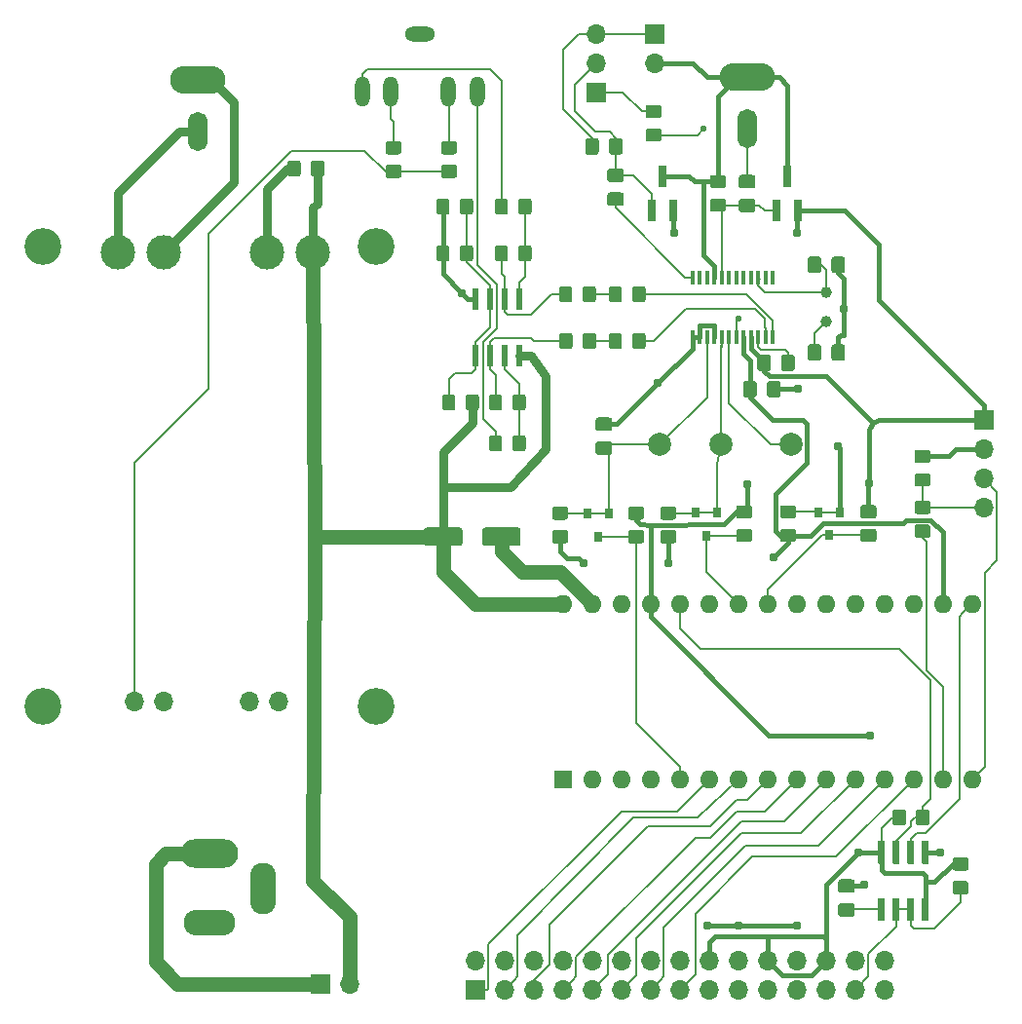
<source format=gbr>
%TF.GenerationSoftware,KiCad,Pcbnew,5.1.5+dfsg1-2build2*%
%TF.CreationDate,2022-03-24T11:55:02-04:00*%
%TF.ProjectId,Arduino controlled radio,41726475-696e-46f2-9063-6f6e74726f6c,rev?*%
%TF.SameCoordinates,Original*%
%TF.FileFunction,Copper,L1,Top*%
%TF.FilePolarity,Positive*%
%FSLAX46Y46*%
G04 Gerber Fmt 4.6, Leading zero omitted, Abs format (unit mm)*
G04 Created by KiCad (PCBNEW 5.1.5+dfsg1-2build2) date 2022-03-24 11:55:02*
%MOMM*%
%LPD*%
G04 APERTURE LIST*
%TA.AperFunction,ComponentPad*%
%ADD10O,1.700000X1.700000*%
%TD*%
%TA.AperFunction,ComponentPad*%
%ADD11R,1.700000X1.700000*%
%TD*%
%TA.AperFunction,SMDPad,CuDef*%
%ADD12R,0.558800X1.981200*%
%TD*%
%TA.AperFunction,SMDPad,CuDef*%
%ADD13C,0.100000*%
%TD*%
%TA.AperFunction,ComponentPad*%
%ADD14C,3.000000*%
%TD*%
%TA.AperFunction,WasherPad*%
%ADD15C,3.200000*%
%TD*%
%TA.AperFunction,ComponentPad*%
%ADD16O,1.600000X1.600000*%
%TD*%
%TA.AperFunction,ComponentPad*%
%ADD17R,1.600000X1.600000*%
%TD*%
%TA.AperFunction,ComponentPad*%
%ADD18C,1.000000*%
%TD*%
%TA.AperFunction,ComponentPad*%
%ADD19O,4.800001X2.400000*%
%TD*%
%TA.AperFunction,ComponentPad*%
%ADD20O,1.700000X3.400001*%
%TD*%
%TA.AperFunction,ComponentPad*%
%ADD21O,2.616000X1.308000*%
%TD*%
%TA.AperFunction,ComponentPad*%
%ADD22O,1.308000X2.616000*%
%TD*%
%TA.AperFunction,ComponentPad*%
%ADD23C,2.000000*%
%TD*%
%TA.AperFunction,SMDPad,CuDef*%
%ADD24R,0.800000X0.900000*%
%TD*%
%TA.AperFunction,SMDPad,CuDef*%
%ADD25R,0.800000X1.900000*%
%TD*%
%TA.AperFunction,ComponentPad*%
%ADD26O,5.000000X2.500000*%
%TD*%
%TA.AperFunction,ComponentPad*%
%ADD27O,4.500000X2.250000*%
%TD*%
%TA.AperFunction,ComponentPad*%
%ADD28O,2.250000X4.500000*%
%TD*%
%TA.AperFunction,SMDPad,CuDef*%
%ADD29R,0.400000X1.200000*%
%TD*%
%TA.AperFunction,ViaPad*%
%ADD30C,0.779400*%
%TD*%
%TA.AperFunction,ViaPad*%
%ADD31C,0.558800*%
%TD*%
%TA.AperFunction,Conductor*%
%ADD32C,0.381000*%
%TD*%
%TA.AperFunction,Conductor*%
%ADD33C,0.762000*%
%TD*%
%TA.AperFunction,Conductor*%
%ADD34C,1.270000*%
%TD*%
%TA.AperFunction,Conductor*%
%ADD35C,0.203200*%
%TD*%
G04 APERTURE END LIST*
D10*
%TO.P,J2,30*%
%TO.N,GNDREF*%
X161544000Y-123698000D03*
%TO.P,J2,29*%
X161544000Y-126238000D03*
%TO.P,J2,28*%
X159004000Y-123698000D03*
%TO.P,J2,27*%
%TO.N,Net-(J2-Pad27)*%
X159004000Y-126238000D03*
%TO.P,J2,26*%
%TO.N,+5V*%
X156464000Y-123698000D03*
%TO.P,J2,25*%
%TO.N,Net-(A1-Pad19)*%
X156464000Y-126238000D03*
%TO.P,J2,24*%
%TO.N,GNDREF*%
X153924000Y-123698000D03*
%TO.P,J2,23*%
%TO.N,Net-(A1-Pad20)*%
X153924000Y-126238000D03*
%TO.P,J2,22*%
%TO.N,+5V*%
X151384000Y-123698000D03*
%TO.P,J2,21*%
%TO.N,Net-(A1-Pad21)*%
X151384000Y-126238000D03*
%TO.P,J2,20*%
%TO.N,GNDREF*%
X148844000Y-123698000D03*
%TO.P,J2,19*%
%TO.N,Net-(A1-Pad22)*%
X148844000Y-126238000D03*
%TO.P,J2,18*%
%TO.N,+5V*%
X146304000Y-123698000D03*
%TO.P,J2,17*%
%TO.N,Net-(A1-Pad25)*%
X146304000Y-126238000D03*
%TO.P,J2,16*%
%TO.N,GNDREF*%
X143764000Y-123698000D03*
%TO.P,J2,15*%
%TO.N,Net-(A1-Pad13)*%
X143764000Y-126238000D03*
%TO.P,J2,14*%
%TO.N,GNDREF*%
X141224000Y-123698000D03*
%TO.P,J2,13*%
%TO.N,Net-(A1-Pad12)*%
X141224000Y-126238000D03*
%TO.P,J2,12*%
%TO.N,GNDREF*%
X138684000Y-123698000D03*
%TO.P,J2,11*%
%TO.N,Net-(A1-Pad11)*%
X138684000Y-126238000D03*
%TO.P,J2,10*%
%TO.N,GNDREF*%
X136144000Y-123698000D03*
%TO.P,J2,9*%
%TO.N,Net-(A1-Pad10)*%
X136144000Y-126238000D03*
%TO.P,J2,8*%
%TO.N,GNDREF*%
X133604000Y-123698000D03*
%TO.P,J2,7*%
%TO.N,Net-(A1-Pad9)*%
X133604000Y-126238000D03*
%TO.P,J2,6*%
%TO.N,GNDREF*%
X131064000Y-123698000D03*
%TO.P,J2,5*%
%TO.N,Net-(A1-Pad8)*%
X131064000Y-126238000D03*
%TO.P,J2,4*%
%TO.N,GNDREF*%
X128524000Y-123698000D03*
%TO.P,J2,3*%
%TO.N,Net-(A1-Pad7)*%
X128524000Y-126238000D03*
%TO.P,J2,2*%
%TO.N,GNDREF*%
X125984000Y-123698000D03*
D11*
%TO.P,J2,1*%
%TO.N,Net-(A1-Pad6)*%
X125984000Y-126238000D03*
%TD*%
D12*
%TO.P,U3,8*%
%TO.N,+12V*%
X129794000Y-71120000D03*
%TO.P,U3,7*%
%TO.N,Net-(C14-Pad2)*%
X128524000Y-71120000D03*
%TO.P,U3,6*%
%TO.N,Net-(R12-Pad2)*%
X127254000Y-71120000D03*
%TO.P,U3,5*%
%TO.N,Net-(C12-Pad2)*%
X125984000Y-71120000D03*
%TO.P,U3,4*%
%TO.N,GNDREF*%
X125984000Y-66192400D03*
%TO.P,U3,3*%
%TO.N,Net-(C12-Pad2)*%
X127254000Y-66192400D03*
%TO.P,U3,2*%
%TO.N,Net-(R11-Pad2)*%
X128524000Y-66192400D03*
%TO.P,U3,1*%
%TO.N,Net-(C13-Pad2)*%
X129794000Y-66192400D03*
%TD*%
%TA.AperFunction,SMDPad,CuDef*%
D13*
%TO.P,R13,2*%
%TO.N,+12V*%
G36*
X126079505Y-74485204D02*
G01*
X126103773Y-74488804D01*
X126127572Y-74494765D01*
X126150671Y-74503030D01*
X126172850Y-74513520D01*
X126193893Y-74526132D01*
X126213599Y-74540747D01*
X126231777Y-74557223D01*
X126248253Y-74575401D01*
X126262868Y-74595107D01*
X126275480Y-74616150D01*
X126285970Y-74638329D01*
X126294235Y-74661428D01*
X126300196Y-74685227D01*
X126303796Y-74709495D01*
X126305000Y-74733999D01*
X126305000Y-75634001D01*
X126303796Y-75658505D01*
X126300196Y-75682773D01*
X126294235Y-75706572D01*
X126285970Y-75729671D01*
X126275480Y-75751850D01*
X126262868Y-75772893D01*
X126248253Y-75792599D01*
X126231777Y-75810777D01*
X126213599Y-75827253D01*
X126193893Y-75841868D01*
X126172850Y-75854480D01*
X126150671Y-75864970D01*
X126127572Y-75873235D01*
X126103773Y-75879196D01*
X126079505Y-75882796D01*
X126055001Y-75884000D01*
X125404999Y-75884000D01*
X125380495Y-75882796D01*
X125356227Y-75879196D01*
X125332428Y-75873235D01*
X125309329Y-75864970D01*
X125287150Y-75854480D01*
X125266107Y-75841868D01*
X125246401Y-75827253D01*
X125228223Y-75810777D01*
X125211747Y-75792599D01*
X125197132Y-75772893D01*
X125184520Y-75751850D01*
X125174030Y-75729671D01*
X125165765Y-75706572D01*
X125159804Y-75682773D01*
X125156204Y-75658505D01*
X125155000Y-75634001D01*
X125155000Y-74733999D01*
X125156204Y-74709495D01*
X125159804Y-74685227D01*
X125165765Y-74661428D01*
X125174030Y-74638329D01*
X125184520Y-74616150D01*
X125197132Y-74595107D01*
X125211747Y-74575401D01*
X125228223Y-74557223D01*
X125246401Y-74540747D01*
X125266107Y-74526132D01*
X125287150Y-74513520D01*
X125309329Y-74503030D01*
X125332428Y-74494765D01*
X125356227Y-74488804D01*
X125380495Y-74485204D01*
X125404999Y-74484000D01*
X126055001Y-74484000D01*
X126079505Y-74485204D01*
G37*
%TD.AperFunction*%
%TA.AperFunction,SMDPad,CuDef*%
%TO.P,R13,1*%
%TO.N,Net-(C12-Pad2)*%
G36*
X124029505Y-74485204D02*
G01*
X124053773Y-74488804D01*
X124077572Y-74494765D01*
X124100671Y-74503030D01*
X124122850Y-74513520D01*
X124143893Y-74526132D01*
X124163599Y-74540747D01*
X124181777Y-74557223D01*
X124198253Y-74575401D01*
X124212868Y-74595107D01*
X124225480Y-74616150D01*
X124235970Y-74638329D01*
X124244235Y-74661428D01*
X124250196Y-74685227D01*
X124253796Y-74709495D01*
X124255000Y-74733999D01*
X124255000Y-75634001D01*
X124253796Y-75658505D01*
X124250196Y-75682773D01*
X124244235Y-75706572D01*
X124235970Y-75729671D01*
X124225480Y-75751850D01*
X124212868Y-75772893D01*
X124198253Y-75792599D01*
X124181777Y-75810777D01*
X124163599Y-75827253D01*
X124143893Y-75841868D01*
X124122850Y-75854480D01*
X124100671Y-75864970D01*
X124077572Y-75873235D01*
X124053773Y-75879196D01*
X124029505Y-75882796D01*
X124005001Y-75884000D01*
X123354999Y-75884000D01*
X123330495Y-75882796D01*
X123306227Y-75879196D01*
X123282428Y-75873235D01*
X123259329Y-75864970D01*
X123237150Y-75854480D01*
X123216107Y-75841868D01*
X123196401Y-75827253D01*
X123178223Y-75810777D01*
X123161747Y-75792599D01*
X123147132Y-75772893D01*
X123134520Y-75751850D01*
X123124030Y-75729671D01*
X123115765Y-75706572D01*
X123109804Y-75682773D01*
X123106204Y-75658505D01*
X123105000Y-75634001D01*
X123105000Y-74733999D01*
X123106204Y-74709495D01*
X123109804Y-74685227D01*
X123115765Y-74661428D01*
X123124030Y-74638329D01*
X123134520Y-74616150D01*
X123147132Y-74595107D01*
X123161747Y-74575401D01*
X123178223Y-74557223D01*
X123196401Y-74540747D01*
X123216107Y-74526132D01*
X123237150Y-74513520D01*
X123259329Y-74503030D01*
X123282428Y-74494765D01*
X123306227Y-74488804D01*
X123330495Y-74485204D01*
X123354999Y-74484000D01*
X124005001Y-74484000D01*
X124029505Y-74485204D01*
G37*
%TD.AperFunction*%
%TD*%
%TA.AperFunction,SMDPad,CuDef*%
%TO.P,C10,2*%
%TO.N,RChan*%
G36*
X140557505Y-65087204D02*
G01*
X140581773Y-65090804D01*
X140605572Y-65096765D01*
X140628671Y-65105030D01*
X140650850Y-65115520D01*
X140671893Y-65128132D01*
X140691599Y-65142747D01*
X140709777Y-65159223D01*
X140726253Y-65177401D01*
X140740868Y-65197107D01*
X140753480Y-65218150D01*
X140763970Y-65240329D01*
X140772235Y-65263428D01*
X140778196Y-65287227D01*
X140781796Y-65311495D01*
X140783000Y-65335999D01*
X140783000Y-66236001D01*
X140781796Y-66260505D01*
X140778196Y-66284773D01*
X140772235Y-66308572D01*
X140763970Y-66331671D01*
X140753480Y-66353850D01*
X140740868Y-66374893D01*
X140726253Y-66394599D01*
X140709777Y-66412777D01*
X140691599Y-66429253D01*
X140671893Y-66443868D01*
X140650850Y-66456480D01*
X140628671Y-66466970D01*
X140605572Y-66475235D01*
X140581773Y-66481196D01*
X140557505Y-66484796D01*
X140533001Y-66486000D01*
X139882999Y-66486000D01*
X139858495Y-66484796D01*
X139834227Y-66481196D01*
X139810428Y-66475235D01*
X139787329Y-66466970D01*
X139765150Y-66456480D01*
X139744107Y-66443868D01*
X139724401Y-66429253D01*
X139706223Y-66412777D01*
X139689747Y-66394599D01*
X139675132Y-66374893D01*
X139662520Y-66353850D01*
X139652030Y-66331671D01*
X139643765Y-66308572D01*
X139637804Y-66284773D01*
X139634204Y-66260505D01*
X139633000Y-66236001D01*
X139633000Y-65335999D01*
X139634204Y-65311495D01*
X139637804Y-65287227D01*
X139643765Y-65263428D01*
X139652030Y-65240329D01*
X139662520Y-65218150D01*
X139675132Y-65197107D01*
X139689747Y-65177401D01*
X139706223Y-65159223D01*
X139724401Y-65142747D01*
X139744107Y-65128132D01*
X139765150Y-65115520D01*
X139787329Y-65105030D01*
X139810428Y-65096765D01*
X139834227Y-65090804D01*
X139858495Y-65087204D01*
X139882999Y-65086000D01*
X140533001Y-65086000D01*
X140557505Y-65087204D01*
G37*
%TD.AperFunction*%
%TA.AperFunction,SMDPad,CuDef*%
%TO.P,C10,1*%
%TO.N,Net-(C10-Pad1)*%
G36*
X138507505Y-65087204D02*
G01*
X138531773Y-65090804D01*
X138555572Y-65096765D01*
X138578671Y-65105030D01*
X138600850Y-65115520D01*
X138621893Y-65128132D01*
X138641599Y-65142747D01*
X138659777Y-65159223D01*
X138676253Y-65177401D01*
X138690868Y-65197107D01*
X138703480Y-65218150D01*
X138713970Y-65240329D01*
X138722235Y-65263428D01*
X138728196Y-65287227D01*
X138731796Y-65311495D01*
X138733000Y-65335999D01*
X138733000Y-66236001D01*
X138731796Y-66260505D01*
X138728196Y-66284773D01*
X138722235Y-66308572D01*
X138713970Y-66331671D01*
X138703480Y-66353850D01*
X138690868Y-66374893D01*
X138676253Y-66394599D01*
X138659777Y-66412777D01*
X138641599Y-66429253D01*
X138621893Y-66443868D01*
X138600850Y-66456480D01*
X138578671Y-66466970D01*
X138555572Y-66475235D01*
X138531773Y-66481196D01*
X138507505Y-66484796D01*
X138483001Y-66486000D01*
X137832999Y-66486000D01*
X137808495Y-66484796D01*
X137784227Y-66481196D01*
X137760428Y-66475235D01*
X137737329Y-66466970D01*
X137715150Y-66456480D01*
X137694107Y-66443868D01*
X137674401Y-66429253D01*
X137656223Y-66412777D01*
X137639747Y-66394599D01*
X137625132Y-66374893D01*
X137612520Y-66353850D01*
X137602030Y-66331671D01*
X137593765Y-66308572D01*
X137587804Y-66284773D01*
X137584204Y-66260505D01*
X137583000Y-66236001D01*
X137583000Y-65335999D01*
X137584204Y-65311495D01*
X137587804Y-65287227D01*
X137593765Y-65263428D01*
X137602030Y-65240329D01*
X137612520Y-65218150D01*
X137625132Y-65197107D01*
X137639747Y-65177401D01*
X137656223Y-65159223D01*
X137674401Y-65142747D01*
X137694107Y-65128132D01*
X137715150Y-65115520D01*
X137737329Y-65105030D01*
X137760428Y-65096765D01*
X137784227Y-65090804D01*
X137808495Y-65087204D01*
X137832999Y-65086000D01*
X138483001Y-65086000D01*
X138507505Y-65087204D01*
G37*
%TD.AperFunction*%
%TD*%
%TA.AperFunction,SMDPad,CuDef*%
%TO.P,R12,2*%
%TO.N,Net-(R12-Pad2)*%
G36*
X134207505Y-69151204D02*
G01*
X134231773Y-69154804D01*
X134255572Y-69160765D01*
X134278671Y-69169030D01*
X134300850Y-69179520D01*
X134321893Y-69192132D01*
X134341599Y-69206747D01*
X134359777Y-69223223D01*
X134376253Y-69241401D01*
X134390868Y-69261107D01*
X134403480Y-69282150D01*
X134413970Y-69304329D01*
X134422235Y-69327428D01*
X134428196Y-69351227D01*
X134431796Y-69375495D01*
X134433000Y-69399999D01*
X134433000Y-70300001D01*
X134431796Y-70324505D01*
X134428196Y-70348773D01*
X134422235Y-70372572D01*
X134413970Y-70395671D01*
X134403480Y-70417850D01*
X134390868Y-70438893D01*
X134376253Y-70458599D01*
X134359777Y-70476777D01*
X134341599Y-70493253D01*
X134321893Y-70507868D01*
X134300850Y-70520480D01*
X134278671Y-70530970D01*
X134255572Y-70539235D01*
X134231773Y-70545196D01*
X134207505Y-70548796D01*
X134183001Y-70550000D01*
X133532999Y-70550000D01*
X133508495Y-70548796D01*
X133484227Y-70545196D01*
X133460428Y-70539235D01*
X133437329Y-70530970D01*
X133415150Y-70520480D01*
X133394107Y-70507868D01*
X133374401Y-70493253D01*
X133356223Y-70476777D01*
X133339747Y-70458599D01*
X133325132Y-70438893D01*
X133312520Y-70417850D01*
X133302030Y-70395671D01*
X133293765Y-70372572D01*
X133287804Y-70348773D01*
X133284204Y-70324505D01*
X133283000Y-70300001D01*
X133283000Y-69399999D01*
X133284204Y-69375495D01*
X133287804Y-69351227D01*
X133293765Y-69327428D01*
X133302030Y-69304329D01*
X133312520Y-69282150D01*
X133325132Y-69261107D01*
X133339747Y-69241401D01*
X133356223Y-69223223D01*
X133374401Y-69206747D01*
X133394107Y-69192132D01*
X133415150Y-69179520D01*
X133437329Y-69169030D01*
X133460428Y-69160765D01*
X133484227Y-69154804D01*
X133508495Y-69151204D01*
X133532999Y-69150000D01*
X134183001Y-69150000D01*
X134207505Y-69151204D01*
G37*
%TD.AperFunction*%
%TA.AperFunction,SMDPad,CuDef*%
%TO.P,R12,1*%
%TO.N,Net-(C11-Pad1)*%
G36*
X136257505Y-69151204D02*
G01*
X136281773Y-69154804D01*
X136305572Y-69160765D01*
X136328671Y-69169030D01*
X136350850Y-69179520D01*
X136371893Y-69192132D01*
X136391599Y-69206747D01*
X136409777Y-69223223D01*
X136426253Y-69241401D01*
X136440868Y-69261107D01*
X136453480Y-69282150D01*
X136463970Y-69304329D01*
X136472235Y-69327428D01*
X136478196Y-69351227D01*
X136481796Y-69375495D01*
X136483000Y-69399999D01*
X136483000Y-70300001D01*
X136481796Y-70324505D01*
X136478196Y-70348773D01*
X136472235Y-70372572D01*
X136463970Y-70395671D01*
X136453480Y-70417850D01*
X136440868Y-70438893D01*
X136426253Y-70458599D01*
X136409777Y-70476777D01*
X136391599Y-70493253D01*
X136371893Y-70507868D01*
X136350850Y-70520480D01*
X136328671Y-70530970D01*
X136305572Y-70539235D01*
X136281773Y-70545196D01*
X136257505Y-70548796D01*
X136233001Y-70550000D01*
X135582999Y-70550000D01*
X135558495Y-70548796D01*
X135534227Y-70545196D01*
X135510428Y-70539235D01*
X135487329Y-70530970D01*
X135465150Y-70520480D01*
X135444107Y-70507868D01*
X135424401Y-70493253D01*
X135406223Y-70476777D01*
X135389747Y-70458599D01*
X135375132Y-70438893D01*
X135362520Y-70417850D01*
X135352030Y-70395671D01*
X135343765Y-70372572D01*
X135337804Y-70348773D01*
X135334204Y-70324505D01*
X135333000Y-70300001D01*
X135333000Y-69399999D01*
X135334204Y-69375495D01*
X135337804Y-69351227D01*
X135343765Y-69327428D01*
X135352030Y-69304329D01*
X135362520Y-69282150D01*
X135375132Y-69261107D01*
X135389747Y-69241401D01*
X135406223Y-69223223D01*
X135424401Y-69206747D01*
X135444107Y-69192132D01*
X135465150Y-69179520D01*
X135487329Y-69169030D01*
X135510428Y-69160765D01*
X135534227Y-69154804D01*
X135558495Y-69151204D01*
X135582999Y-69150000D01*
X136233001Y-69150000D01*
X136257505Y-69151204D01*
G37*
%TD.AperFunction*%
%TD*%
D14*
%TO.P,U4,5*%
%TO.N,+12V*%
X111896000Y-62148000D03*
%TO.P,U4,6*%
%TO.N,GNDREF*%
X107896000Y-62148000D03*
%TO.P,U4,8*%
%TO.N,Net-(J8-Pad2)*%
X98896000Y-62148000D03*
%TO.P,U4,7*%
%TO.N,Net-(J8-Pad1)*%
X94896000Y-62148000D03*
D10*
%TO.P,U4,4*%
%TO.N,Net-(U4-Pad4)*%
X108896000Y-101148000D03*
%TO.P,U4,3*%
%TO.N,Net-(U4-Pad3)*%
X106396000Y-101148000D03*
%TO.P,U4,2*%
%TO.N,GNDREF*%
X98896000Y-101148000D03*
%TO.P,U4,1*%
%TO.N,Net-(R17-Pad2)*%
X96396000Y-101148000D03*
D15*
%TO.P,U4,*%
%TO.N,*%
X88396000Y-61648000D03*
X88396000Y-101648000D03*
X117396000Y-61648000D03*
X117396000Y-101648000D03*
%TD*%
%TA.AperFunction,SMDPad,CuDef*%
D13*
%TO.P,C15,2*%
%TO.N,GNDREF*%
G36*
X129704504Y-86069204D02*
G01*
X129728773Y-86072804D01*
X129752571Y-86078765D01*
X129775671Y-86087030D01*
X129797849Y-86097520D01*
X129818893Y-86110133D01*
X129838598Y-86124747D01*
X129856777Y-86141223D01*
X129873253Y-86159402D01*
X129887867Y-86179107D01*
X129900480Y-86200151D01*
X129910970Y-86222329D01*
X129919235Y-86245429D01*
X129925196Y-86269227D01*
X129928796Y-86293496D01*
X129930000Y-86318000D01*
X129930000Y-87418000D01*
X129928796Y-87442504D01*
X129925196Y-87466773D01*
X129919235Y-87490571D01*
X129910970Y-87513671D01*
X129900480Y-87535849D01*
X129887867Y-87556893D01*
X129873253Y-87576598D01*
X129856777Y-87594777D01*
X129838598Y-87611253D01*
X129818893Y-87625867D01*
X129797849Y-87638480D01*
X129775671Y-87648970D01*
X129752571Y-87657235D01*
X129728773Y-87663196D01*
X129704504Y-87666796D01*
X129680000Y-87668000D01*
X126855000Y-87668000D01*
X126830496Y-87666796D01*
X126806227Y-87663196D01*
X126782429Y-87657235D01*
X126759329Y-87648970D01*
X126737151Y-87638480D01*
X126716107Y-87625867D01*
X126696402Y-87611253D01*
X126678223Y-87594777D01*
X126661747Y-87576598D01*
X126647133Y-87556893D01*
X126634520Y-87535849D01*
X126624030Y-87513671D01*
X126615765Y-87490571D01*
X126609804Y-87466773D01*
X126606204Y-87442504D01*
X126605000Y-87418000D01*
X126605000Y-86318000D01*
X126606204Y-86293496D01*
X126609804Y-86269227D01*
X126615765Y-86245429D01*
X126624030Y-86222329D01*
X126634520Y-86200151D01*
X126647133Y-86179107D01*
X126661747Y-86159402D01*
X126678223Y-86141223D01*
X126696402Y-86124747D01*
X126716107Y-86110133D01*
X126737151Y-86097520D01*
X126759329Y-86087030D01*
X126782429Y-86078765D01*
X126806227Y-86072804D01*
X126830496Y-86069204D01*
X126855000Y-86068000D01*
X129680000Y-86068000D01*
X129704504Y-86069204D01*
G37*
%TD.AperFunction*%
%TA.AperFunction,SMDPad,CuDef*%
%TO.P,C15,1*%
%TO.N,+12V*%
G36*
X124629504Y-86069204D02*
G01*
X124653773Y-86072804D01*
X124677571Y-86078765D01*
X124700671Y-86087030D01*
X124722849Y-86097520D01*
X124743893Y-86110133D01*
X124763598Y-86124747D01*
X124781777Y-86141223D01*
X124798253Y-86159402D01*
X124812867Y-86179107D01*
X124825480Y-86200151D01*
X124835970Y-86222329D01*
X124844235Y-86245429D01*
X124850196Y-86269227D01*
X124853796Y-86293496D01*
X124855000Y-86318000D01*
X124855000Y-87418000D01*
X124853796Y-87442504D01*
X124850196Y-87466773D01*
X124844235Y-87490571D01*
X124835970Y-87513671D01*
X124825480Y-87535849D01*
X124812867Y-87556893D01*
X124798253Y-87576598D01*
X124781777Y-87594777D01*
X124763598Y-87611253D01*
X124743893Y-87625867D01*
X124722849Y-87638480D01*
X124700671Y-87648970D01*
X124677571Y-87657235D01*
X124653773Y-87663196D01*
X124629504Y-87666796D01*
X124605000Y-87668000D01*
X121780000Y-87668000D01*
X121755496Y-87666796D01*
X121731227Y-87663196D01*
X121707429Y-87657235D01*
X121684329Y-87648970D01*
X121662151Y-87638480D01*
X121641107Y-87625867D01*
X121621402Y-87611253D01*
X121603223Y-87594777D01*
X121586747Y-87576598D01*
X121572133Y-87556893D01*
X121559520Y-87535849D01*
X121549030Y-87513671D01*
X121540765Y-87490571D01*
X121534804Y-87466773D01*
X121531204Y-87442504D01*
X121530000Y-87418000D01*
X121530000Y-86318000D01*
X121531204Y-86293496D01*
X121534804Y-86269227D01*
X121540765Y-86245429D01*
X121549030Y-86222329D01*
X121559520Y-86200151D01*
X121572133Y-86179107D01*
X121586747Y-86159402D01*
X121603223Y-86141223D01*
X121621402Y-86124747D01*
X121641107Y-86110133D01*
X121662151Y-86097520D01*
X121684329Y-86087030D01*
X121707429Y-86078765D01*
X121731227Y-86072804D01*
X121755496Y-86069204D01*
X121780000Y-86068000D01*
X124605000Y-86068000D01*
X124629504Y-86069204D01*
G37*
%TD.AperFunction*%
%TD*%
%TA.AperFunction,SMDPad,CuDef*%
%TO.P,C16,2*%
%TO.N,+12V*%
G36*
X112635505Y-54165204D02*
G01*
X112659773Y-54168804D01*
X112683572Y-54174765D01*
X112706671Y-54183030D01*
X112728850Y-54193520D01*
X112749893Y-54206132D01*
X112769599Y-54220747D01*
X112787777Y-54237223D01*
X112804253Y-54255401D01*
X112818868Y-54275107D01*
X112831480Y-54296150D01*
X112841970Y-54318329D01*
X112850235Y-54341428D01*
X112856196Y-54365227D01*
X112859796Y-54389495D01*
X112861000Y-54413999D01*
X112861000Y-55314001D01*
X112859796Y-55338505D01*
X112856196Y-55362773D01*
X112850235Y-55386572D01*
X112841970Y-55409671D01*
X112831480Y-55431850D01*
X112818868Y-55452893D01*
X112804253Y-55472599D01*
X112787777Y-55490777D01*
X112769599Y-55507253D01*
X112749893Y-55521868D01*
X112728850Y-55534480D01*
X112706671Y-55544970D01*
X112683572Y-55553235D01*
X112659773Y-55559196D01*
X112635505Y-55562796D01*
X112611001Y-55564000D01*
X111960999Y-55564000D01*
X111936495Y-55562796D01*
X111912227Y-55559196D01*
X111888428Y-55553235D01*
X111865329Y-55544970D01*
X111843150Y-55534480D01*
X111822107Y-55521868D01*
X111802401Y-55507253D01*
X111784223Y-55490777D01*
X111767747Y-55472599D01*
X111753132Y-55452893D01*
X111740520Y-55431850D01*
X111730030Y-55409671D01*
X111721765Y-55386572D01*
X111715804Y-55362773D01*
X111712204Y-55338505D01*
X111711000Y-55314001D01*
X111711000Y-54413999D01*
X111712204Y-54389495D01*
X111715804Y-54365227D01*
X111721765Y-54341428D01*
X111730030Y-54318329D01*
X111740520Y-54296150D01*
X111753132Y-54275107D01*
X111767747Y-54255401D01*
X111784223Y-54237223D01*
X111802401Y-54220747D01*
X111822107Y-54206132D01*
X111843150Y-54193520D01*
X111865329Y-54183030D01*
X111888428Y-54174765D01*
X111912227Y-54168804D01*
X111936495Y-54165204D01*
X111960999Y-54164000D01*
X112611001Y-54164000D01*
X112635505Y-54165204D01*
G37*
%TD.AperFunction*%
%TA.AperFunction,SMDPad,CuDef*%
%TO.P,C16,1*%
%TO.N,GNDREF*%
G36*
X110585505Y-54165204D02*
G01*
X110609773Y-54168804D01*
X110633572Y-54174765D01*
X110656671Y-54183030D01*
X110678850Y-54193520D01*
X110699893Y-54206132D01*
X110719599Y-54220747D01*
X110737777Y-54237223D01*
X110754253Y-54255401D01*
X110768868Y-54275107D01*
X110781480Y-54296150D01*
X110791970Y-54318329D01*
X110800235Y-54341428D01*
X110806196Y-54365227D01*
X110809796Y-54389495D01*
X110811000Y-54413999D01*
X110811000Y-55314001D01*
X110809796Y-55338505D01*
X110806196Y-55362773D01*
X110800235Y-55386572D01*
X110791970Y-55409671D01*
X110781480Y-55431850D01*
X110768868Y-55452893D01*
X110754253Y-55472599D01*
X110737777Y-55490777D01*
X110719599Y-55507253D01*
X110699893Y-55521868D01*
X110678850Y-55534480D01*
X110656671Y-55544970D01*
X110633572Y-55553235D01*
X110609773Y-55559196D01*
X110585505Y-55562796D01*
X110561001Y-55564000D01*
X109910999Y-55564000D01*
X109886495Y-55562796D01*
X109862227Y-55559196D01*
X109838428Y-55553235D01*
X109815329Y-55544970D01*
X109793150Y-55534480D01*
X109772107Y-55521868D01*
X109752401Y-55507253D01*
X109734223Y-55490777D01*
X109717747Y-55472599D01*
X109703132Y-55452893D01*
X109690520Y-55431850D01*
X109680030Y-55409671D01*
X109671765Y-55386572D01*
X109665804Y-55362773D01*
X109662204Y-55338505D01*
X109661000Y-55314001D01*
X109661000Y-54413999D01*
X109662204Y-54389495D01*
X109665804Y-54365227D01*
X109671765Y-54341428D01*
X109680030Y-54318329D01*
X109690520Y-54296150D01*
X109703132Y-54275107D01*
X109717747Y-54255401D01*
X109734223Y-54237223D01*
X109752401Y-54220747D01*
X109772107Y-54206132D01*
X109793150Y-54193520D01*
X109815329Y-54183030D01*
X109838428Y-54174765D01*
X109862227Y-54168804D01*
X109886495Y-54165204D01*
X109910999Y-54164000D01*
X110561001Y-54164000D01*
X110585505Y-54165204D01*
G37*
%TD.AperFunction*%
%TD*%
%TA.AperFunction,SMDPad,CuDef*%
%TO.P,C7,2*%
%TO.N,Net-(C7-Pad2)*%
G36*
X138675504Y-56944704D02*
G01*
X138699773Y-56948304D01*
X138723571Y-56954265D01*
X138746671Y-56962530D01*
X138768849Y-56973020D01*
X138789893Y-56985633D01*
X138809598Y-57000247D01*
X138827777Y-57016723D01*
X138844253Y-57034902D01*
X138858867Y-57054607D01*
X138871480Y-57075651D01*
X138881970Y-57097829D01*
X138890235Y-57120929D01*
X138896196Y-57144727D01*
X138899796Y-57168996D01*
X138901000Y-57193500D01*
X138901000Y-57868500D01*
X138899796Y-57893004D01*
X138896196Y-57917273D01*
X138890235Y-57941071D01*
X138881970Y-57964171D01*
X138871480Y-57986349D01*
X138858867Y-58007393D01*
X138844253Y-58027098D01*
X138827777Y-58045277D01*
X138809598Y-58061753D01*
X138789893Y-58076367D01*
X138768849Y-58088980D01*
X138746671Y-58099470D01*
X138723571Y-58107735D01*
X138699773Y-58113696D01*
X138675504Y-58117296D01*
X138651000Y-58118500D01*
X137701000Y-58118500D01*
X137676496Y-58117296D01*
X137652227Y-58113696D01*
X137628429Y-58107735D01*
X137605329Y-58099470D01*
X137583151Y-58088980D01*
X137562107Y-58076367D01*
X137542402Y-58061753D01*
X137524223Y-58045277D01*
X137507747Y-58027098D01*
X137493133Y-58007393D01*
X137480520Y-57986349D01*
X137470030Y-57964171D01*
X137461765Y-57941071D01*
X137455804Y-57917273D01*
X137452204Y-57893004D01*
X137451000Y-57868500D01*
X137451000Y-57193500D01*
X137452204Y-57168996D01*
X137455804Y-57144727D01*
X137461765Y-57120929D01*
X137470030Y-57097829D01*
X137480520Y-57075651D01*
X137493133Y-57054607D01*
X137507747Y-57034902D01*
X137524223Y-57016723D01*
X137542402Y-57000247D01*
X137562107Y-56985633D01*
X137583151Y-56973020D01*
X137605329Y-56962530D01*
X137628429Y-56954265D01*
X137652227Y-56948304D01*
X137676496Y-56944704D01*
X137701000Y-56943500D01*
X138651000Y-56943500D01*
X138675504Y-56944704D01*
G37*
%TD.AperFunction*%
%TA.AperFunction,SMDPad,CuDef*%
%TO.P,C7,1*%
%TO.N,Net-(C7-Pad1)*%
G36*
X138675504Y-54869704D02*
G01*
X138699773Y-54873304D01*
X138723571Y-54879265D01*
X138746671Y-54887530D01*
X138768849Y-54898020D01*
X138789893Y-54910633D01*
X138809598Y-54925247D01*
X138827777Y-54941723D01*
X138844253Y-54959902D01*
X138858867Y-54979607D01*
X138871480Y-55000651D01*
X138881970Y-55022829D01*
X138890235Y-55045929D01*
X138896196Y-55069727D01*
X138899796Y-55093996D01*
X138901000Y-55118500D01*
X138901000Y-55793500D01*
X138899796Y-55818004D01*
X138896196Y-55842273D01*
X138890235Y-55866071D01*
X138881970Y-55889171D01*
X138871480Y-55911349D01*
X138858867Y-55932393D01*
X138844253Y-55952098D01*
X138827777Y-55970277D01*
X138809598Y-55986753D01*
X138789893Y-56001367D01*
X138768849Y-56013980D01*
X138746671Y-56024470D01*
X138723571Y-56032735D01*
X138699773Y-56038696D01*
X138675504Y-56042296D01*
X138651000Y-56043500D01*
X137701000Y-56043500D01*
X137676496Y-56042296D01*
X137652227Y-56038696D01*
X137628429Y-56032735D01*
X137605329Y-56024470D01*
X137583151Y-56013980D01*
X137562107Y-56001367D01*
X137542402Y-55986753D01*
X137524223Y-55970277D01*
X137507747Y-55952098D01*
X137493133Y-55932393D01*
X137480520Y-55911349D01*
X137470030Y-55889171D01*
X137461765Y-55866071D01*
X137455804Y-55842273D01*
X137452204Y-55818004D01*
X137451000Y-55793500D01*
X137451000Y-55118500D01*
X137452204Y-55093996D01*
X137455804Y-55069727D01*
X137461765Y-55045929D01*
X137470030Y-55022829D01*
X137480520Y-55000651D01*
X137493133Y-54979607D01*
X137507747Y-54959902D01*
X137524223Y-54941723D01*
X137542402Y-54925247D01*
X137562107Y-54910633D01*
X137583151Y-54898020D01*
X137605329Y-54887530D01*
X137628429Y-54879265D01*
X137652227Y-54873304D01*
X137676496Y-54869704D01*
X137701000Y-54868500D01*
X138651000Y-54868500D01*
X138675504Y-54869704D01*
G37*
%TD.AperFunction*%
%TD*%
D16*
%TO.P,A1,16*%
%TO.N,Net-(A1-Pad16)*%
X169164000Y-92710000D03*
%TO.P,A1,15*%
%TO.N,HC-06RxD*%
X169164000Y-107950000D03*
%TO.P,A1,30*%
%TO.N,+12V*%
X133604000Y-92710000D03*
%TO.P,A1,14*%
%TO.N,HC-06TxD*%
X166624000Y-107950000D03*
%TO.P,A1,29*%
%TO.N,GNDREF*%
X136144000Y-92710000D03*
%TO.P,A1,13*%
%TO.N,Net-(A1-Pad13)*%
X164084000Y-107950000D03*
%TO.P,A1,28*%
%TO.N,Net-(A1-Pad28)*%
X138684000Y-92710000D03*
%TO.P,A1,12*%
%TO.N,Net-(A1-Pad12)*%
X161544000Y-107950000D03*
%TO.P,A1,27*%
%TO.N,+5V*%
X141224000Y-92710000D03*
%TO.P,A1,11*%
%TO.N,Net-(A1-Pad11)*%
X159004000Y-107950000D03*
%TO.P,A1,26*%
%TO.N,Net-(A1-Pad26)*%
X143764000Y-92710000D03*
%TO.P,A1,10*%
%TO.N,Net-(A1-Pad10)*%
X156464000Y-107950000D03*
%TO.P,A1,25*%
%TO.N,Net-(A1-Pad25)*%
X146304000Y-92710000D03*
%TO.P,A1,9*%
%TO.N,Net-(A1-Pad9)*%
X153924000Y-107950000D03*
%TO.P,A1,24*%
%TO.N,Net-(A1-Pad24)*%
X148844000Y-92710000D03*
%TO.P,A1,8*%
%TO.N,Net-(A1-Pad8)*%
X151384000Y-107950000D03*
%TO.P,A1,23*%
%TO.N,Net-(A1-Pad23)*%
X151384000Y-92710000D03*
%TO.P,A1,7*%
%TO.N,Net-(A1-Pad7)*%
X148844000Y-107950000D03*
%TO.P,A1,22*%
%TO.N,Net-(A1-Pad22)*%
X153924000Y-92710000D03*
%TO.P,A1,6*%
%TO.N,Net-(A1-Pad6)*%
X146304000Y-107950000D03*
%TO.P,A1,21*%
%TO.N,Net-(A1-Pad21)*%
X156464000Y-92710000D03*
%TO.P,A1,5*%
%TO.N,Net-(A1-Pad5)*%
X143764000Y-107950000D03*
%TO.P,A1,20*%
%TO.N,Net-(A1-Pad20)*%
X159004000Y-92710000D03*
%TO.P,A1,4*%
%TO.N,GNDREF*%
X141224000Y-107950000D03*
%TO.P,A1,19*%
%TO.N,Net-(A1-Pad19)*%
X161544000Y-92710000D03*
%TO.P,A1,3*%
%TO.N,Net-(A1-Pad3)*%
X138684000Y-107950000D03*
%TO.P,A1,18*%
%TO.N,Net-(A1-Pad18)*%
X164084000Y-92710000D03*
%TO.P,A1,2*%
%TO.N,Net-(A1-Pad2)*%
X136144000Y-107950000D03*
%TO.P,A1,17*%
%TO.N,+3V3*%
X166624000Y-92710000D03*
D17*
%TO.P,A1,1*%
%TO.N,Net-(A1-Pad1)*%
X133604000Y-107950000D03*
%TD*%
%TA.AperFunction,SMDPad,CuDef*%
D13*
%TO.P,R2,2*%
%TO.N,Net-(J2-Pad27)*%
G36*
X168622505Y-116783204D02*
G01*
X168646773Y-116786804D01*
X168670572Y-116792765D01*
X168693671Y-116801030D01*
X168715850Y-116811520D01*
X168736893Y-116824132D01*
X168756599Y-116838747D01*
X168774777Y-116855223D01*
X168791253Y-116873401D01*
X168805868Y-116893107D01*
X168818480Y-116914150D01*
X168828970Y-116936329D01*
X168837235Y-116959428D01*
X168843196Y-116983227D01*
X168846796Y-117007495D01*
X168848000Y-117031999D01*
X168848000Y-117682001D01*
X168846796Y-117706505D01*
X168843196Y-117730773D01*
X168837235Y-117754572D01*
X168828970Y-117777671D01*
X168818480Y-117799850D01*
X168805868Y-117820893D01*
X168791253Y-117840599D01*
X168774777Y-117858777D01*
X168756599Y-117875253D01*
X168736893Y-117889868D01*
X168715850Y-117902480D01*
X168693671Y-117912970D01*
X168670572Y-117921235D01*
X168646773Y-117927196D01*
X168622505Y-117930796D01*
X168598001Y-117932000D01*
X167697999Y-117932000D01*
X167673495Y-117930796D01*
X167649227Y-117927196D01*
X167625428Y-117921235D01*
X167602329Y-117912970D01*
X167580150Y-117902480D01*
X167559107Y-117889868D01*
X167539401Y-117875253D01*
X167521223Y-117858777D01*
X167504747Y-117840599D01*
X167490132Y-117820893D01*
X167477520Y-117799850D01*
X167467030Y-117777671D01*
X167458765Y-117754572D01*
X167452804Y-117730773D01*
X167449204Y-117706505D01*
X167448000Y-117682001D01*
X167448000Y-117031999D01*
X167449204Y-117007495D01*
X167452804Y-116983227D01*
X167458765Y-116959428D01*
X167467030Y-116936329D01*
X167477520Y-116914150D01*
X167490132Y-116893107D01*
X167504747Y-116873401D01*
X167521223Y-116855223D01*
X167539401Y-116838747D01*
X167559107Y-116824132D01*
X167580150Y-116811520D01*
X167602329Y-116801030D01*
X167625428Y-116792765D01*
X167649227Y-116786804D01*
X167673495Y-116783204D01*
X167697999Y-116782000D01*
X168598001Y-116782000D01*
X168622505Y-116783204D01*
G37*
%TD.AperFunction*%
%TA.AperFunction,SMDPad,CuDef*%
%TO.P,R2,1*%
%TO.N,+5V*%
G36*
X168622505Y-114733204D02*
G01*
X168646773Y-114736804D01*
X168670572Y-114742765D01*
X168693671Y-114751030D01*
X168715850Y-114761520D01*
X168736893Y-114774132D01*
X168756599Y-114788747D01*
X168774777Y-114805223D01*
X168791253Y-114823401D01*
X168805868Y-114843107D01*
X168818480Y-114864150D01*
X168828970Y-114886329D01*
X168837235Y-114909428D01*
X168843196Y-114933227D01*
X168846796Y-114957495D01*
X168848000Y-114981999D01*
X168848000Y-115632001D01*
X168846796Y-115656505D01*
X168843196Y-115680773D01*
X168837235Y-115704572D01*
X168828970Y-115727671D01*
X168818480Y-115749850D01*
X168805868Y-115770893D01*
X168791253Y-115790599D01*
X168774777Y-115808777D01*
X168756599Y-115825253D01*
X168736893Y-115839868D01*
X168715850Y-115852480D01*
X168693671Y-115862970D01*
X168670572Y-115871235D01*
X168646773Y-115877196D01*
X168622505Y-115880796D01*
X168598001Y-115882000D01*
X167697999Y-115882000D01*
X167673495Y-115880796D01*
X167649227Y-115877196D01*
X167625428Y-115871235D01*
X167602329Y-115862970D01*
X167580150Y-115852480D01*
X167559107Y-115839868D01*
X167539401Y-115825253D01*
X167521223Y-115808777D01*
X167504747Y-115790599D01*
X167490132Y-115770893D01*
X167477520Y-115749850D01*
X167467030Y-115727671D01*
X167458765Y-115704572D01*
X167452804Y-115680773D01*
X167449204Y-115656505D01*
X167448000Y-115632001D01*
X167448000Y-114981999D01*
X167449204Y-114957495D01*
X167452804Y-114933227D01*
X167458765Y-114909428D01*
X167467030Y-114886329D01*
X167477520Y-114864150D01*
X167490132Y-114843107D01*
X167504747Y-114823401D01*
X167521223Y-114805223D01*
X167539401Y-114788747D01*
X167559107Y-114774132D01*
X167580150Y-114761520D01*
X167602329Y-114751030D01*
X167625428Y-114742765D01*
X167649227Y-114736804D01*
X167673495Y-114733204D01*
X167697999Y-114732000D01*
X168598001Y-114732000D01*
X168622505Y-114733204D01*
G37*
%TD.AperFunction*%
%TD*%
%TA.AperFunction,SMDPad,CuDef*%
%TO.P,C14,2*%
%TO.N,Net-(C14-Pad2)*%
G36*
X130143505Y-78041204D02*
G01*
X130167773Y-78044804D01*
X130191572Y-78050765D01*
X130214671Y-78059030D01*
X130236850Y-78069520D01*
X130257893Y-78082132D01*
X130277599Y-78096747D01*
X130295777Y-78113223D01*
X130312253Y-78131401D01*
X130326868Y-78151107D01*
X130339480Y-78172150D01*
X130349970Y-78194329D01*
X130358235Y-78217428D01*
X130364196Y-78241227D01*
X130367796Y-78265495D01*
X130369000Y-78289999D01*
X130369000Y-79190001D01*
X130367796Y-79214505D01*
X130364196Y-79238773D01*
X130358235Y-79262572D01*
X130349970Y-79285671D01*
X130339480Y-79307850D01*
X130326868Y-79328893D01*
X130312253Y-79348599D01*
X130295777Y-79366777D01*
X130277599Y-79383253D01*
X130257893Y-79397868D01*
X130236850Y-79410480D01*
X130214671Y-79420970D01*
X130191572Y-79429235D01*
X130167773Y-79435196D01*
X130143505Y-79438796D01*
X130119001Y-79440000D01*
X129468999Y-79440000D01*
X129444495Y-79438796D01*
X129420227Y-79435196D01*
X129396428Y-79429235D01*
X129373329Y-79420970D01*
X129351150Y-79410480D01*
X129330107Y-79397868D01*
X129310401Y-79383253D01*
X129292223Y-79366777D01*
X129275747Y-79348599D01*
X129261132Y-79328893D01*
X129248520Y-79307850D01*
X129238030Y-79285671D01*
X129229765Y-79262572D01*
X129223804Y-79238773D01*
X129220204Y-79214505D01*
X129219000Y-79190001D01*
X129219000Y-78289999D01*
X129220204Y-78265495D01*
X129223804Y-78241227D01*
X129229765Y-78217428D01*
X129238030Y-78194329D01*
X129248520Y-78172150D01*
X129261132Y-78151107D01*
X129275747Y-78131401D01*
X129292223Y-78113223D01*
X129310401Y-78096747D01*
X129330107Y-78082132D01*
X129351150Y-78069520D01*
X129373329Y-78059030D01*
X129396428Y-78050765D01*
X129420227Y-78044804D01*
X129444495Y-78041204D01*
X129468999Y-78040000D01*
X130119001Y-78040000D01*
X130143505Y-78041204D01*
G37*
%TD.AperFunction*%
%TA.AperFunction,SMDPad,CuDef*%
%TO.P,C14,1*%
%TO.N,Net-(C14-Pad1)*%
G36*
X128093505Y-78041204D02*
G01*
X128117773Y-78044804D01*
X128141572Y-78050765D01*
X128164671Y-78059030D01*
X128186850Y-78069520D01*
X128207893Y-78082132D01*
X128227599Y-78096747D01*
X128245777Y-78113223D01*
X128262253Y-78131401D01*
X128276868Y-78151107D01*
X128289480Y-78172150D01*
X128299970Y-78194329D01*
X128308235Y-78217428D01*
X128314196Y-78241227D01*
X128317796Y-78265495D01*
X128319000Y-78289999D01*
X128319000Y-79190001D01*
X128317796Y-79214505D01*
X128314196Y-79238773D01*
X128308235Y-79262572D01*
X128299970Y-79285671D01*
X128289480Y-79307850D01*
X128276868Y-79328893D01*
X128262253Y-79348599D01*
X128245777Y-79366777D01*
X128227599Y-79383253D01*
X128207893Y-79397868D01*
X128186850Y-79410480D01*
X128164671Y-79420970D01*
X128141572Y-79429235D01*
X128117773Y-79435196D01*
X128093505Y-79438796D01*
X128069001Y-79440000D01*
X127418999Y-79440000D01*
X127394495Y-79438796D01*
X127370227Y-79435196D01*
X127346428Y-79429235D01*
X127323329Y-79420970D01*
X127301150Y-79410480D01*
X127280107Y-79397868D01*
X127260401Y-79383253D01*
X127242223Y-79366777D01*
X127225747Y-79348599D01*
X127211132Y-79328893D01*
X127198520Y-79307850D01*
X127188030Y-79285671D01*
X127179765Y-79262572D01*
X127173804Y-79238773D01*
X127170204Y-79214505D01*
X127169000Y-79190001D01*
X127169000Y-78289999D01*
X127170204Y-78265495D01*
X127173804Y-78241227D01*
X127179765Y-78217428D01*
X127188030Y-78194329D01*
X127198520Y-78172150D01*
X127211132Y-78151107D01*
X127225747Y-78131401D01*
X127242223Y-78113223D01*
X127260401Y-78096747D01*
X127280107Y-78082132D01*
X127301150Y-78069520D01*
X127323329Y-78059030D01*
X127346428Y-78050765D01*
X127370227Y-78044804D01*
X127394495Y-78041204D01*
X127418999Y-78040000D01*
X128069001Y-78040000D01*
X128093505Y-78041204D01*
G37*
%TD.AperFunction*%
%TD*%
%TA.AperFunction,SMDPad,CuDef*%
%TO.P,C13,2*%
%TO.N,Net-(C13-Pad2)*%
G36*
X130651505Y-57467204D02*
G01*
X130675773Y-57470804D01*
X130699572Y-57476765D01*
X130722671Y-57485030D01*
X130744850Y-57495520D01*
X130765893Y-57508132D01*
X130785599Y-57522747D01*
X130803777Y-57539223D01*
X130820253Y-57557401D01*
X130834868Y-57577107D01*
X130847480Y-57598150D01*
X130857970Y-57620329D01*
X130866235Y-57643428D01*
X130872196Y-57667227D01*
X130875796Y-57691495D01*
X130877000Y-57715999D01*
X130877000Y-58616001D01*
X130875796Y-58640505D01*
X130872196Y-58664773D01*
X130866235Y-58688572D01*
X130857970Y-58711671D01*
X130847480Y-58733850D01*
X130834868Y-58754893D01*
X130820253Y-58774599D01*
X130803777Y-58792777D01*
X130785599Y-58809253D01*
X130765893Y-58823868D01*
X130744850Y-58836480D01*
X130722671Y-58846970D01*
X130699572Y-58855235D01*
X130675773Y-58861196D01*
X130651505Y-58864796D01*
X130627001Y-58866000D01*
X129976999Y-58866000D01*
X129952495Y-58864796D01*
X129928227Y-58861196D01*
X129904428Y-58855235D01*
X129881329Y-58846970D01*
X129859150Y-58836480D01*
X129838107Y-58823868D01*
X129818401Y-58809253D01*
X129800223Y-58792777D01*
X129783747Y-58774599D01*
X129769132Y-58754893D01*
X129756520Y-58733850D01*
X129746030Y-58711671D01*
X129737765Y-58688572D01*
X129731804Y-58664773D01*
X129728204Y-58640505D01*
X129727000Y-58616001D01*
X129727000Y-57715999D01*
X129728204Y-57691495D01*
X129731804Y-57667227D01*
X129737765Y-57643428D01*
X129746030Y-57620329D01*
X129756520Y-57598150D01*
X129769132Y-57577107D01*
X129783747Y-57557401D01*
X129800223Y-57539223D01*
X129818401Y-57522747D01*
X129838107Y-57508132D01*
X129859150Y-57495520D01*
X129881329Y-57485030D01*
X129904428Y-57476765D01*
X129928227Y-57470804D01*
X129952495Y-57467204D01*
X129976999Y-57466000D01*
X130627001Y-57466000D01*
X130651505Y-57467204D01*
G37*
%TD.AperFunction*%
%TA.AperFunction,SMDPad,CuDef*%
%TO.P,C13,1*%
%TO.N,Net-(C13-Pad1)*%
G36*
X128601505Y-57467204D02*
G01*
X128625773Y-57470804D01*
X128649572Y-57476765D01*
X128672671Y-57485030D01*
X128694850Y-57495520D01*
X128715893Y-57508132D01*
X128735599Y-57522747D01*
X128753777Y-57539223D01*
X128770253Y-57557401D01*
X128784868Y-57577107D01*
X128797480Y-57598150D01*
X128807970Y-57620329D01*
X128816235Y-57643428D01*
X128822196Y-57667227D01*
X128825796Y-57691495D01*
X128827000Y-57715999D01*
X128827000Y-58616001D01*
X128825796Y-58640505D01*
X128822196Y-58664773D01*
X128816235Y-58688572D01*
X128807970Y-58711671D01*
X128797480Y-58733850D01*
X128784868Y-58754893D01*
X128770253Y-58774599D01*
X128753777Y-58792777D01*
X128735599Y-58809253D01*
X128715893Y-58823868D01*
X128694850Y-58836480D01*
X128672671Y-58846970D01*
X128649572Y-58855235D01*
X128625773Y-58861196D01*
X128601505Y-58864796D01*
X128577001Y-58866000D01*
X127926999Y-58866000D01*
X127902495Y-58864796D01*
X127878227Y-58861196D01*
X127854428Y-58855235D01*
X127831329Y-58846970D01*
X127809150Y-58836480D01*
X127788107Y-58823868D01*
X127768401Y-58809253D01*
X127750223Y-58792777D01*
X127733747Y-58774599D01*
X127719132Y-58754893D01*
X127706520Y-58733850D01*
X127696030Y-58711671D01*
X127687765Y-58688572D01*
X127681804Y-58664773D01*
X127678204Y-58640505D01*
X127677000Y-58616001D01*
X127677000Y-57715999D01*
X127678204Y-57691495D01*
X127681804Y-57667227D01*
X127687765Y-57643428D01*
X127696030Y-57620329D01*
X127706520Y-57598150D01*
X127719132Y-57577107D01*
X127733747Y-57557401D01*
X127750223Y-57539223D01*
X127768401Y-57522747D01*
X127788107Y-57508132D01*
X127809150Y-57495520D01*
X127831329Y-57485030D01*
X127854428Y-57476765D01*
X127878227Y-57470804D01*
X127902495Y-57467204D01*
X127926999Y-57466000D01*
X128577001Y-57466000D01*
X128601505Y-57467204D01*
G37*
%TD.AperFunction*%
%TD*%
%TA.AperFunction,SMDPad,CuDef*%
%TO.P,C3,2*%
%TO.N,GNDREF*%
G36*
X157885004Y-70142204D02*
G01*
X157909273Y-70145804D01*
X157933071Y-70151765D01*
X157956171Y-70160030D01*
X157978349Y-70170520D01*
X157999393Y-70183133D01*
X158019098Y-70197747D01*
X158037277Y-70214223D01*
X158053753Y-70232402D01*
X158068367Y-70252107D01*
X158080980Y-70273151D01*
X158091470Y-70295329D01*
X158099735Y-70318429D01*
X158105696Y-70342227D01*
X158109296Y-70366496D01*
X158110500Y-70391000D01*
X158110500Y-71341000D01*
X158109296Y-71365504D01*
X158105696Y-71389773D01*
X158099735Y-71413571D01*
X158091470Y-71436671D01*
X158080980Y-71458849D01*
X158068367Y-71479893D01*
X158053753Y-71499598D01*
X158037277Y-71517777D01*
X158019098Y-71534253D01*
X157999393Y-71548867D01*
X157978349Y-71561480D01*
X157956171Y-71571970D01*
X157933071Y-71580235D01*
X157909273Y-71586196D01*
X157885004Y-71589796D01*
X157860500Y-71591000D01*
X157185500Y-71591000D01*
X157160996Y-71589796D01*
X157136727Y-71586196D01*
X157112929Y-71580235D01*
X157089829Y-71571970D01*
X157067651Y-71561480D01*
X157046607Y-71548867D01*
X157026902Y-71534253D01*
X157008723Y-71517777D01*
X156992247Y-71499598D01*
X156977633Y-71479893D01*
X156965020Y-71458849D01*
X156954530Y-71436671D01*
X156946265Y-71413571D01*
X156940304Y-71389773D01*
X156936704Y-71365504D01*
X156935500Y-71341000D01*
X156935500Y-70391000D01*
X156936704Y-70366496D01*
X156940304Y-70342227D01*
X156946265Y-70318429D01*
X156954530Y-70295329D01*
X156965020Y-70273151D01*
X156977633Y-70252107D01*
X156992247Y-70232402D01*
X157008723Y-70214223D01*
X157026902Y-70197747D01*
X157046607Y-70183133D01*
X157067651Y-70170520D01*
X157089829Y-70160030D01*
X157112929Y-70151765D01*
X157136727Y-70145804D01*
X157160996Y-70142204D01*
X157185500Y-70141000D01*
X157860500Y-70141000D01*
X157885004Y-70142204D01*
G37*
%TD.AperFunction*%
%TA.AperFunction,SMDPad,CuDef*%
%TO.P,C3,1*%
%TO.N,Net-(C3-Pad1)*%
G36*
X155810004Y-70142204D02*
G01*
X155834273Y-70145804D01*
X155858071Y-70151765D01*
X155881171Y-70160030D01*
X155903349Y-70170520D01*
X155924393Y-70183133D01*
X155944098Y-70197747D01*
X155962277Y-70214223D01*
X155978753Y-70232402D01*
X155993367Y-70252107D01*
X156005980Y-70273151D01*
X156016470Y-70295329D01*
X156024735Y-70318429D01*
X156030696Y-70342227D01*
X156034296Y-70366496D01*
X156035500Y-70391000D01*
X156035500Y-71341000D01*
X156034296Y-71365504D01*
X156030696Y-71389773D01*
X156024735Y-71413571D01*
X156016470Y-71436671D01*
X156005980Y-71458849D01*
X155993367Y-71479893D01*
X155978753Y-71499598D01*
X155962277Y-71517777D01*
X155944098Y-71534253D01*
X155924393Y-71548867D01*
X155903349Y-71561480D01*
X155881171Y-71571970D01*
X155858071Y-71580235D01*
X155834273Y-71586196D01*
X155810004Y-71589796D01*
X155785500Y-71591000D01*
X155110500Y-71591000D01*
X155085996Y-71589796D01*
X155061727Y-71586196D01*
X155037929Y-71580235D01*
X155014829Y-71571970D01*
X154992651Y-71561480D01*
X154971607Y-71548867D01*
X154951902Y-71534253D01*
X154933723Y-71517777D01*
X154917247Y-71499598D01*
X154902633Y-71479893D01*
X154890020Y-71458849D01*
X154879530Y-71436671D01*
X154871265Y-71413571D01*
X154865304Y-71389773D01*
X154861704Y-71365504D01*
X154860500Y-71341000D01*
X154860500Y-70391000D01*
X154861704Y-70366496D01*
X154865304Y-70342227D01*
X154871265Y-70318429D01*
X154879530Y-70295329D01*
X154890020Y-70273151D01*
X154902633Y-70252107D01*
X154917247Y-70232402D01*
X154933723Y-70214223D01*
X154951902Y-70197747D01*
X154971607Y-70183133D01*
X154992651Y-70170520D01*
X155014829Y-70160030D01*
X155037929Y-70151765D01*
X155061727Y-70145804D01*
X155085996Y-70142204D01*
X155110500Y-70141000D01*
X155785500Y-70141000D01*
X155810004Y-70142204D01*
G37*
%TD.AperFunction*%
%TD*%
D18*
%TO.P,Y1,2*%
%TO.N,Net-(C4-Pad1)*%
X156464000Y-65659000D03*
%TO.P,Y1,1*%
%TO.N,Net-(C3-Pad1)*%
X156464000Y-68199000D03*
%TD*%
%TA.AperFunction,SMDPad,CuDef*%
D13*
%TO.P,R18,2*%
%TO.N,Net-(R17-Pad2)*%
G36*
X119346505Y-54544204D02*
G01*
X119370773Y-54547804D01*
X119394572Y-54553765D01*
X119417671Y-54562030D01*
X119439850Y-54572520D01*
X119460893Y-54585132D01*
X119480599Y-54599747D01*
X119498777Y-54616223D01*
X119515253Y-54634401D01*
X119529868Y-54654107D01*
X119542480Y-54675150D01*
X119552970Y-54697329D01*
X119561235Y-54720428D01*
X119567196Y-54744227D01*
X119570796Y-54768495D01*
X119572000Y-54792999D01*
X119572000Y-55443001D01*
X119570796Y-55467505D01*
X119567196Y-55491773D01*
X119561235Y-55515572D01*
X119552970Y-55538671D01*
X119542480Y-55560850D01*
X119529868Y-55581893D01*
X119515253Y-55601599D01*
X119498777Y-55619777D01*
X119480599Y-55636253D01*
X119460893Y-55650868D01*
X119439850Y-55663480D01*
X119417671Y-55673970D01*
X119394572Y-55682235D01*
X119370773Y-55688196D01*
X119346505Y-55691796D01*
X119322001Y-55693000D01*
X118421999Y-55693000D01*
X118397495Y-55691796D01*
X118373227Y-55688196D01*
X118349428Y-55682235D01*
X118326329Y-55673970D01*
X118304150Y-55663480D01*
X118283107Y-55650868D01*
X118263401Y-55636253D01*
X118245223Y-55619777D01*
X118228747Y-55601599D01*
X118214132Y-55581893D01*
X118201520Y-55560850D01*
X118191030Y-55538671D01*
X118182765Y-55515572D01*
X118176804Y-55491773D01*
X118173204Y-55467505D01*
X118172000Y-55443001D01*
X118172000Y-54792999D01*
X118173204Y-54768495D01*
X118176804Y-54744227D01*
X118182765Y-54720428D01*
X118191030Y-54697329D01*
X118201520Y-54675150D01*
X118214132Y-54654107D01*
X118228747Y-54634401D01*
X118245223Y-54616223D01*
X118263401Y-54599747D01*
X118283107Y-54585132D01*
X118304150Y-54572520D01*
X118326329Y-54562030D01*
X118349428Y-54553765D01*
X118373227Y-54547804D01*
X118397495Y-54544204D01*
X118421999Y-54543000D01*
X119322001Y-54543000D01*
X119346505Y-54544204D01*
G37*
%TD.AperFunction*%
%TA.AperFunction,SMDPad,CuDef*%
%TO.P,R18,1*%
%TO.N,Net-(J7-Pad4)*%
G36*
X119346505Y-52494204D02*
G01*
X119370773Y-52497804D01*
X119394572Y-52503765D01*
X119417671Y-52512030D01*
X119439850Y-52522520D01*
X119460893Y-52535132D01*
X119480599Y-52549747D01*
X119498777Y-52566223D01*
X119515253Y-52584401D01*
X119529868Y-52604107D01*
X119542480Y-52625150D01*
X119552970Y-52647329D01*
X119561235Y-52670428D01*
X119567196Y-52694227D01*
X119570796Y-52718495D01*
X119572000Y-52742999D01*
X119572000Y-53393001D01*
X119570796Y-53417505D01*
X119567196Y-53441773D01*
X119561235Y-53465572D01*
X119552970Y-53488671D01*
X119542480Y-53510850D01*
X119529868Y-53531893D01*
X119515253Y-53551599D01*
X119498777Y-53569777D01*
X119480599Y-53586253D01*
X119460893Y-53600868D01*
X119439850Y-53613480D01*
X119417671Y-53623970D01*
X119394572Y-53632235D01*
X119370773Y-53638196D01*
X119346505Y-53641796D01*
X119322001Y-53643000D01*
X118421999Y-53643000D01*
X118397495Y-53641796D01*
X118373227Y-53638196D01*
X118349428Y-53632235D01*
X118326329Y-53623970D01*
X118304150Y-53613480D01*
X118283107Y-53600868D01*
X118263401Y-53586253D01*
X118245223Y-53569777D01*
X118228747Y-53551599D01*
X118214132Y-53531893D01*
X118201520Y-53510850D01*
X118191030Y-53488671D01*
X118182765Y-53465572D01*
X118176804Y-53441773D01*
X118173204Y-53417505D01*
X118172000Y-53393001D01*
X118172000Y-52742999D01*
X118173204Y-52718495D01*
X118176804Y-52694227D01*
X118182765Y-52670428D01*
X118191030Y-52647329D01*
X118201520Y-52625150D01*
X118214132Y-52604107D01*
X118228747Y-52584401D01*
X118245223Y-52566223D01*
X118263401Y-52549747D01*
X118283107Y-52535132D01*
X118304150Y-52522520D01*
X118326329Y-52512030D01*
X118349428Y-52503765D01*
X118373227Y-52497804D01*
X118397495Y-52494204D01*
X118421999Y-52493000D01*
X119322001Y-52493000D01*
X119346505Y-52494204D01*
G37*
%TD.AperFunction*%
%TD*%
%TA.AperFunction,SMDPad,CuDef*%
%TO.P,R17,2*%
%TO.N,Net-(R17-Pad2)*%
G36*
X124172505Y-54544204D02*
G01*
X124196773Y-54547804D01*
X124220572Y-54553765D01*
X124243671Y-54562030D01*
X124265850Y-54572520D01*
X124286893Y-54585132D01*
X124306599Y-54599747D01*
X124324777Y-54616223D01*
X124341253Y-54634401D01*
X124355868Y-54654107D01*
X124368480Y-54675150D01*
X124378970Y-54697329D01*
X124387235Y-54720428D01*
X124393196Y-54744227D01*
X124396796Y-54768495D01*
X124398000Y-54792999D01*
X124398000Y-55443001D01*
X124396796Y-55467505D01*
X124393196Y-55491773D01*
X124387235Y-55515572D01*
X124378970Y-55538671D01*
X124368480Y-55560850D01*
X124355868Y-55581893D01*
X124341253Y-55601599D01*
X124324777Y-55619777D01*
X124306599Y-55636253D01*
X124286893Y-55650868D01*
X124265850Y-55663480D01*
X124243671Y-55673970D01*
X124220572Y-55682235D01*
X124196773Y-55688196D01*
X124172505Y-55691796D01*
X124148001Y-55693000D01*
X123247999Y-55693000D01*
X123223495Y-55691796D01*
X123199227Y-55688196D01*
X123175428Y-55682235D01*
X123152329Y-55673970D01*
X123130150Y-55663480D01*
X123109107Y-55650868D01*
X123089401Y-55636253D01*
X123071223Y-55619777D01*
X123054747Y-55601599D01*
X123040132Y-55581893D01*
X123027520Y-55560850D01*
X123017030Y-55538671D01*
X123008765Y-55515572D01*
X123002804Y-55491773D01*
X122999204Y-55467505D01*
X122998000Y-55443001D01*
X122998000Y-54792999D01*
X122999204Y-54768495D01*
X123002804Y-54744227D01*
X123008765Y-54720428D01*
X123017030Y-54697329D01*
X123027520Y-54675150D01*
X123040132Y-54654107D01*
X123054747Y-54634401D01*
X123071223Y-54616223D01*
X123089401Y-54599747D01*
X123109107Y-54585132D01*
X123130150Y-54572520D01*
X123152329Y-54562030D01*
X123175428Y-54553765D01*
X123199227Y-54547804D01*
X123223495Y-54544204D01*
X123247999Y-54543000D01*
X124148001Y-54543000D01*
X124172505Y-54544204D01*
G37*
%TD.AperFunction*%
%TA.AperFunction,SMDPad,CuDef*%
%TO.P,R17,1*%
%TO.N,Net-(J7-Pad5)*%
G36*
X124172505Y-52494204D02*
G01*
X124196773Y-52497804D01*
X124220572Y-52503765D01*
X124243671Y-52512030D01*
X124265850Y-52522520D01*
X124286893Y-52535132D01*
X124306599Y-52549747D01*
X124324777Y-52566223D01*
X124341253Y-52584401D01*
X124355868Y-52604107D01*
X124368480Y-52625150D01*
X124378970Y-52647329D01*
X124387235Y-52670428D01*
X124393196Y-52694227D01*
X124396796Y-52718495D01*
X124398000Y-52742999D01*
X124398000Y-53393001D01*
X124396796Y-53417505D01*
X124393196Y-53441773D01*
X124387235Y-53465572D01*
X124378970Y-53488671D01*
X124368480Y-53510850D01*
X124355868Y-53531893D01*
X124341253Y-53551599D01*
X124324777Y-53569777D01*
X124306599Y-53586253D01*
X124286893Y-53600868D01*
X124265850Y-53613480D01*
X124243671Y-53623970D01*
X124220572Y-53632235D01*
X124196773Y-53638196D01*
X124172505Y-53641796D01*
X124148001Y-53643000D01*
X123247999Y-53643000D01*
X123223495Y-53641796D01*
X123199227Y-53638196D01*
X123175428Y-53632235D01*
X123152329Y-53623970D01*
X123130150Y-53613480D01*
X123109107Y-53600868D01*
X123089401Y-53586253D01*
X123071223Y-53569777D01*
X123054747Y-53551599D01*
X123040132Y-53531893D01*
X123027520Y-53510850D01*
X123017030Y-53488671D01*
X123008765Y-53465572D01*
X123002804Y-53441773D01*
X122999204Y-53417505D01*
X122998000Y-53393001D01*
X122998000Y-52742999D01*
X122999204Y-52718495D01*
X123002804Y-52694227D01*
X123008765Y-52670428D01*
X123017030Y-52647329D01*
X123027520Y-52625150D01*
X123040132Y-52604107D01*
X123054747Y-52584401D01*
X123071223Y-52566223D01*
X123089401Y-52549747D01*
X123109107Y-52535132D01*
X123130150Y-52522520D01*
X123152329Y-52512030D01*
X123175428Y-52503765D01*
X123199227Y-52497804D01*
X123223495Y-52494204D01*
X123247999Y-52493000D01*
X124148001Y-52493000D01*
X124172505Y-52494204D01*
G37*
%TD.AperFunction*%
%TD*%
%TA.AperFunction,SMDPad,CuDef*%
%TO.P,R16,2*%
%TO.N,Net-(C14-Pad2)*%
G36*
X130143505Y-74485204D02*
G01*
X130167773Y-74488804D01*
X130191572Y-74494765D01*
X130214671Y-74503030D01*
X130236850Y-74513520D01*
X130257893Y-74526132D01*
X130277599Y-74540747D01*
X130295777Y-74557223D01*
X130312253Y-74575401D01*
X130326868Y-74595107D01*
X130339480Y-74616150D01*
X130349970Y-74638329D01*
X130358235Y-74661428D01*
X130364196Y-74685227D01*
X130367796Y-74709495D01*
X130369000Y-74733999D01*
X130369000Y-75634001D01*
X130367796Y-75658505D01*
X130364196Y-75682773D01*
X130358235Y-75706572D01*
X130349970Y-75729671D01*
X130339480Y-75751850D01*
X130326868Y-75772893D01*
X130312253Y-75792599D01*
X130295777Y-75810777D01*
X130277599Y-75827253D01*
X130257893Y-75841868D01*
X130236850Y-75854480D01*
X130214671Y-75864970D01*
X130191572Y-75873235D01*
X130167773Y-75879196D01*
X130143505Y-75882796D01*
X130119001Y-75884000D01*
X129468999Y-75884000D01*
X129444495Y-75882796D01*
X129420227Y-75879196D01*
X129396428Y-75873235D01*
X129373329Y-75864970D01*
X129351150Y-75854480D01*
X129330107Y-75841868D01*
X129310401Y-75827253D01*
X129292223Y-75810777D01*
X129275747Y-75792599D01*
X129261132Y-75772893D01*
X129248520Y-75751850D01*
X129238030Y-75729671D01*
X129229765Y-75706572D01*
X129223804Y-75682773D01*
X129220204Y-75658505D01*
X129219000Y-75634001D01*
X129219000Y-74733999D01*
X129220204Y-74709495D01*
X129223804Y-74685227D01*
X129229765Y-74661428D01*
X129238030Y-74638329D01*
X129248520Y-74616150D01*
X129261132Y-74595107D01*
X129275747Y-74575401D01*
X129292223Y-74557223D01*
X129310401Y-74540747D01*
X129330107Y-74526132D01*
X129351150Y-74513520D01*
X129373329Y-74503030D01*
X129396428Y-74494765D01*
X129420227Y-74488804D01*
X129444495Y-74485204D01*
X129468999Y-74484000D01*
X130119001Y-74484000D01*
X130143505Y-74485204D01*
G37*
%TD.AperFunction*%
%TA.AperFunction,SMDPad,CuDef*%
%TO.P,R16,1*%
%TO.N,Net-(R12-Pad2)*%
G36*
X128093505Y-74485204D02*
G01*
X128117773Y-74488804D01*
X128141572Y-74494765D01*
X128164671Y-74503030D01*
X128186850Y-74513520D01*
X128207893Y-74526132D01*
X128227599Y-74540747D01*
X128245777Y-74557223D01*
X128262253Y-74575401D01*
X128276868Y-74595107D01*
X128289480Y-74616150D01*
X128299970Y-74638329D01*
X128308235Y-74661428D01*
X128314196Y-74685227D01*
X128317796Y-74709495D01*
X128319000Y-74733999D01*
X128319000Y-75634001D01*
X128317796Y-75658505D01*
X128314196Y-75682773D01*
X128308235Y-75706572D01*
X128299970Y-75729671D01*
X128289480Y-75751850D01*
X128276868Y-75772893D01*
X128262253Y-75792599D01*
X128245777Y-75810777D01*
X128227599Y-75827253D01*
X128207893Y-75841868D01*
X128186850Y-75854480D01*
X128164671Y-75864970D01*
X128141572Y-75873235D01*
X128117773Y-75879196D01*
X128093505Y-75882796D01*
X128069001Y-75884000D01*
X127418999Y-75884000D01*
X127394495Y-75882796D01*
X127370227Y-75879196D01*
X127346428Y-75873235D01*
X127323329Y-75864970D01*
X127301150Y-75854480D01*
X127280107Y-75841868D01*
X127260401Y-75827253D01*
X127242223Y-75810777D01*
X127225747Y-75792599D01*
X127211132Y-75772893D01*
X127198520Y-75751850D01*
X127188030Y-75729671D01*
X127179765Y-75706572D01*
X127173804Y-75682773D01*
X127170204Y-75658505D01*
X127169000Y-75634001D01*
X127169000Y-74733999D01*
X127170204Y-74709495D01*
X127173804Y-74685227D01*
X127179765Y-74661428D01*
X127188030Y-74638329D01*
X127198520Y-74616150D01*
X127211132Y-74595107D01*
X127225747Y-74575401D01*
X127242223Y-74557223D01*
X127260401Y-74540747D01*
X127280107Y-74526132D01*
X127301150Y-74513520D01*
X127323329Y-74503030D01*
X127346428Y-74494765D01*
X127370227Y-74488804D01*
X127394495Y-74485204D01*
X127418999Y-74484000D01*
X128069001Y-74484000D01*
X128093505Y-74485204D01*
G37*
%TD.AperFunction*%
%TD*%
%TA.AperFunction,SMDPad,CuDef*%
%TO.P,R15,2*%
%TO.N,Net-(C13-Pad2)*%
G36*
X130651505Y-61531204D02*
G01*
X130675773Y-61534804D01*
X130699572Y-61540765D01*
X130722671Y-61549030D01*
X130744850Y-61559520D01*
X130765893Y-61572132D01*
X130785599Y-61586747D01*
X130803777Y-61603223D01*
X130820253Y-61621401D01*
X130834868Y-61641107D01*
X130847480Y-61662150D01*
X130857970Y-61684329D01*
X130866235Y-61707428D01*
X130872196Y-61731227D01*
X130875796Y-61755495D01*
X130877000Y-61779999D01*
X130877000Y-62680001D01*
X130875796Y-62704505D01*
X130872196Y-62728773D01*
X130866235Y-62752572D01*
X130857970Y-62775671D01*
X130847480Y-62797850D01*
X130834868Y-62818893D01*
X130820253Y-62838599D01*
X130803777Y-62856777D01*
X130785599Y-62873253D01*
X130765893Y-62887868D01*
X130744850Y-62900480D01*
X130722671Y-62910970D01*
X130699572Y-62919235D01*
X130675773Y-62925196D01*
X130651505Y-62928796D01*
X130627001Y-62930000D01*
X129976999Y-62930000D01*
X129952495Y-62928796D01*
X129928227Y-62925196D01*
X129904428Y-62919235D01*
X129881329Y-62910970D01*
X129859150Y-62900480D01*
X129838107Y-62887868D01*
X129818401Y-62873253D01*
X129800223Y-62856777D01*
X129783747Y-62838599D01*
X129769132Y-62818893D01*
X129756520Y-62797850D01*
X129746030Y-62775671D01*
X129737765Y-62752572D01*
X129731804Y-62728773D01*
X129728204Y-62704505D01*
X129727000Y-62680001D01*
X129727000Y-61779999D01*
X129728204Y-61755495D01*
X129731804Y-61731227D01*
X129737765Y-61707428D01*
X129746030Y-61684329D01*
X129756520Y-61662150D01*
X129769132Y-61641107D01*
X129783747Y-61621401D01*
X129800223Y-61603223D01*
X129818401Y-61586747D01*
X129838107Y-61572132D01*
X129859150Y-61559520D01*
X129881329Y-61549030D01*
X129904428Y-61540765D01*
X129928227Y-61534804D01*
X129952495Y-61531204D01*
X129976999Y-61530000D01*
X130627001Y-61530000D01*
X130651505Y-61531204D01*
G37*
%TD.AperFunction*%
%TA.AperFunction,SMDPad,CuDef*%
%TO.P,R15,1*%
%TO.N,Net-(R11-Pad2)*%
G36*
X128601505Y-61531204D02*
G01*
X128625773Y-61534804D01*
X128649572Y-61540765D01*
X128672671Y-61549030D01*
X128694850Y-61559520D01*
X128715893Y-61572132D01*
X128735599Y-61586747D01*
X128753777Y-61603223D01*
X128770253Y-61621401D01*
X128784868Y-61641107D01*
X128797480Y-61662150D01*
X128807970Y-61684329D01*
X128816235Y-61707428D01*
X128822196Y-61731227D01*
X128825796Y-61755495D01*
X128827000Y-61779999D01*
X128827000Y-62680001D01*
X128825796Y-62704505D01*
X128822196Y-62728773D01*
X128816235Y-62752572D01*
X128807970Y-62775671D01*
X128797480Y-62797850D01*
X128784868Y-62818893D01*
X128770253Y-62838599D01*
X128753777Y-62856777D01*
X128735599Y-62873253D01*
X128715893Y-62887868D01*
X128694850Y-62900480D01*
X128672671Y-62910970D01*
X128649572Y-62919235D01*
X128625773Y-62925196D01*
X128601505Y-62928796D01*
X128577001Y-62930000D01*
X127926999Y-62930000D01*
X127902495Y-62928796D01*
X127878227Y-62925196D01*
X127854428Y-62919235D01*
X127831329Y-62910970D01*
X127809150Y-62900480D01*
X127788107Y-62887868D01*
X127768401Y-62873253D01*
X127750223Y-62856777D01*
X127733747Y-62838599D01*
X127719132Y-62818893D01*
X127706520Y-62797850D01*
X127696030Y-62775671D01*
X127687765Y-62752572D01*
X127681804Y-62728773D01*
X127678204Y-62704505D01*
X127677000Y-62680001D01*
X127677000Y-61779999D01*
X127678204Y-61755495D01*
X127681804Y-61731227D01*
X127687765Y-61707428D01*
X127696030Y-61684329D01*
X127706520Y-61662150D01*
X127719132Y-61641107D01*
X127733747Y-61621401D01*
X127750223Y-61603223D01*
X127768401Y-61586747D01*
X127788107Y-61572132D01*
X127809150Y-61559520D01*
X127831329Y-61549030D01*
X127854428Y-61540765D01*
X127878227Y-61534804D01*
X127902495Y-61531204D01*
X127926999Y-61530000D01*
X128577001Y-61530000D01*
X128601505Y-61531204D01*
G37*
%TD.AperFunction*%
%TD*%
%TA.AperFunction,SMDPad,CuDef*%
%TO.P,R14,2*%
%TO.N,Net-(C12-Pad2)*%
G36*
X125571505Y-61531204D02*
G01*
X125595773Y-61534804D01*
X125619572Y-61540765D01*
X125642671Y-61549030D01*
X125664850Y-61559520D01*
X125685893Y-61572132D01*
X125705599Y-61586747D01*
X125723777Y-61603223D01*
X125740253Y-61621401D01*
X125754868Y-61641107D01*
X125767480Y-61662150D01*
X125777970Y-61684329D01*
X125786235Y-61707428D01*
X125792196Y-61731227D01*
X125795796Y-61755495D01*
X125797000Y-61779999D01*
X125797000Y-62680001D01*
X125795796Y-62704505D01*
X125792196Y-62728773D01*
X125786235Y-62752572D01*
X125777970Y-62775671D01*
X125767480Y-62797850D01*
X125754868Y-62818893D01*
X125740253Y-62838599D01*
X125723777Y-62856777D01*
X125705599Y-62873253D01*
X125685893Y-62887868D01*
X125664850Y-62900480D01*
X125642671Y-62910970D01*
X125619572Y-62919235D01*
X125595773Y-62925196D01*
X125571505Y-62928796D01*
X125547001Y-62930000D01*
X124896999Y-62930000D01*
X124872495Y-62928796D01*
X124848227Y-62925196D01*
X124824428Y-62919235D01*
X124801329Y-62910970D01*
X124779150Y-62900480D01*
X124758107Y-62887868D01*
X124738401Y-62873253D01*
X124720223Y-62856777D01*
X124703747Y-62838599D01*
X124689132Y-62818893D01*
X124676520Y-62797850D01*
X124666030Y-62775671D01*
X124657765Y-62752572D01*
X124651804Y-62728773D01*
X124648204Y-62704505D01*
X124647000Y-62680001D01*
X124647000Y-61779999D01*
X124648204Y-61755495D01*
X124651804Y-61731227D01*
X124657765Y-61707428D01*
X124666030Y-61684329D01*
X124676520Y-61662150D01*
X124689132Y-61641107D01*
X124703747Y-61621401D01*
X124720223Y-61603223D01*
X124738401Y-61586747D01*
X124758107Y-61572132D01*
X124779150Y-61559520D01*
X124801329Y-61549030D01*
X124824428Y-61540765D01*
X124848227Y-61534804D01*
X124872495Y-61531204D01*
X124896999Y-61530000D01*
X125547001Y-61530000D01*
X125571505Y-61531204D01*
G37*
%TD.AperFunction*%
%TA.AperFunction,SMDPad,CuDef*%
%TO.P,R14,1*%
%TO.N,GNDREF*%
G36*
X123521505Y-61531204D02*
G01*
X123545773Y-61534804D01*
X123569572Y-61540765D01*
X123592671Y-61549030D01*
X123614850Y-61559520D01*
X123635893Y-61572132D01*
X123655599Y-61586747D01*
X123673777Y-61603223D01*
X123690253Y-61621401D01*
X123704868Y-61641107D01*
X123717480Y-61662150D01*
X123727970Y-61684329D01*
X123736235Y-61707428D01*
X123742196Y-61731227D01*
X123745796Y-61755495D01*
X123747000Y-61779999D01*
X123747000Y-62680001D01*
X123745796Y-62704505D01*
X123742196Y-62728773D01*
X123736235Y-62752572D01*
X123727970Y-62775671D01*
X123717480Y-62797850D01*
X123704868Y-62818893D01*
X123690253Y-62838599D01*
X123673777Y-62856777D01*
X123655599Y-62873253D01*
X123635893Y-62887868D01*
X123614850Y-62900480D01*
X123592671Y-62910970D01*
X123569572Y-62919235D01*
X123545773Y-62925196D01*
X123521505Y-62928796D01*
X123497001Y-62930000D01*
X122846999Y-62930000D01*
X122822495Y-62928796D01*
X122798227Y-62925196D01*
X122774428Y-62919235D01*
X122751329Y-62910970D01*
X122729150Y-62900480D01*
X122708107Y-62887868D01*
X122688401Y-62873253D01*
X122670223Y-62856777D01*
X122653747Y-62838599D01*
X122639132Y-62818893D01*
X122626520Y-62797850D01*
X122616030Y-62775671D01*
X122607765Y-62752572D01*
X122601804Y-62728773D01*
X122598204Y-62704505D01*
X122597000Y-62680001D01*
X122597000Y-61779999D01*
X122598204Y-61755495D01*
X122601804Y-61731227D01*
X122607765Y-61707428D01*
X122616030Y-61684329D01*
X122626520Y-61662150D01*
X122639132Y-61641107D01*
X122653747Y-61621401D01*
X122670223Y-61603223D01*
X122688401Y-61586747D01*
X122708107Y-61572132D01*
X122729150Y-61559520D01*
X122751329Y-61549030D01*
X122774428Y-61540765D01*
X122798227Y-61534804D01*
X122822495Y-61531204D01*
X122846999Y-61530000D01*
X123497001Y-61530000D01*
X123521505Y-61531204D01*
G37*
%TD.AperFunction*%
%TD*%
%TA.AperFunction,SMDPad,CuDef*%
%TO.P,R11,2*%
%TO.N,Net-(R11-Pad2)*%
G36*
X134189505Y-65087204D02*
G01*
X134213773Y-65090804D01*
X134237572Y-65096765D01*
X134260671Y-65105030D01*
X134282850Y-65115520D01*
X134303893Y-65128132D01*
X134323599Y-65142747D01*
X134341777Y-65159223D01*
X134358253Y-65177401D01*
X134372868Y-65197107D01*
X134385480Y-65218150D01*
X134395970Y-65240329D01*
X134404235Y-65263428D01*
X134410196Y-65287227D01*
X134413796Y-65311495D01*
X134415000Y-65335999D01*
X134415000Y-66236001D01*
X134413796Y-66260505D01*
X134410196Y-66284773D01*
X134404235Y-66308572D01*
X134395970Y-66331671D01*
X134385480Y-66353850D01*
X134372868Y-66374893D01*
X134358253Y-66394599D01*
X134341777Y-66412777D01*
X134323599Y-66429253D01*
X134303893Y-66443868D01*
X134282850Y-66456480D01*
X134260671Y-66466970D01*
X134237572Y-66475235D01*
X134213773Y-66481196D01*
X134189505Y-66484796D01*
X134165001Y-66486000D01*
X133514999Y-66486000D01*
X133490495Y-66484796D01*
X133466227Y-66481196D01*
X133442428Y-66475235D01*
X133419329Y-66466970D01*
X133397150Y-66456480D01*
X133376107Y-66443868D01*
X133356401Y-66429253D01*
X133338223Y-66412777D01*
X133321747Y-66394599D01*
X133307132Y-66374893D01*
X133294520Y-66353850D01*
X133284030Y-66331671D01*
X133275765Y-66308572D01*
X133269804Y-66284773D01*
X133266204Y-66260505D01*
X133265000Y-66236001D01*
X133265000Y-65335999D01*
X133266204Y-65311495D01*
X133269804Y-65287227D01*
X133275765Y-65263428D01*
X133284030Y-65240329D01*
X133294520Y-65218150D01*
X133307132Y-65197107D01*
X133321747Y-65177401D01*
X133338223Y-65159223D01*
X133356401Y-65142747D01*
X133376107Y-65128132D01*
X133397150Y-65115520D01*
X133419329Y-65105030D01*
X133442428Y-65096765D01*
X133466227Y-65090804D01*
X133490495Y-65087204D01*
X133514999Y-65086000D01*
X134165001Y-65086000D01*
X134189505Y-65087204D01*
G37*
%TD.AperFunction*%
%TA.AperFunction,SMDPad,CuDef*%
%TO.P,R11,1*%
%TO.N,Net-(C10-Pad1)*%
G36*
X136239505Y-65087204D02*
G01*
X136263773Y-65090804D01*
X136287572Y-65096765D01*
X136310671Y-65105030D01*
X136332850Y-65115520D01*
X136353893Y-65128132D01*
X136373599Y-65142747D01*
X136391777Y-65159223D01*
X136408253Y-65177401D01*
X136422868Y-65197107D01*
X136435480Y-65218150D01*
X136445970Y-65240329D01*
X136454235Y-65263428D01*
X136460196Y-65287227D01*
X136463796Y-65311495D01*
X136465000Y-65335999D01*
X136465000Y-66236001D01*
X136463796Y-66260505D01*
X136460196Y-66284773D01*
X136454235Y-66308572D01*
X136445970Y-66331671D01*
X136435480Y-66353850D01*
X136422868Y-66374893D01*
X136408253Y-66394599D01*
X136391777Y-66412777D01*
X136373599Y-66429253D01*
X136353893Y-66443868D01*
X136332850Y-66456480D01*
X136310671Y-66466970D01*
X136287572Y-66475235D01*
X136263773Y-66481196D01*
X136239505Y-66484796D01*
X136215001Y-66486000D01*
X135564999Y-66486000D01*
X135540495Y-66484796D01*
X135516227Y-66481196D01*
X135492428Y-66475235D01*
X135469329Y-66466970D01*
X135447150Y-66456480D01*
X135426107Y-66443868D01*
X135406401Y-66429253D01*
X135388223Y-66412777D01*
X135371747Y-66394599D01*
X135357132Y-66374893D01*
X135344520Y-66353850D01*
X135334030Y-66331671D01*
X135325765Y-66308572D01*
X135319804Y-66284773D01*
X135316204Y-66260505D01*
X135315000Y-66236001D01*
X135315000Y-65335999D01*
X135316204Y-65311495D01*
X135319804Y-65287227D01*
X135325765Y-65263428D01*
X135334030Y-65240329D01*
X135344520Y-65218150D01*
X135357132Y-65197107D01*
X135371747Y-65177401D01*
X135388223Y-65159223D01*
X135406401Y-65142747D01*
X135426107Y-65128132D01*
X135447150Y-65115520D01*
X135469329Y-65105030D01*
X135492428Y-65096765D01*
X135516227Y-65090804D01*
X135540495Y-65087204D01*
X135564999Y-65086000D01*
X136215001Y-65086000D01*
X136239505Y-65087204D01*
G37*
%TD.AperFunction*%
%TD*%
D19*
%TO.P,J8,2*%
%TO.N,Net-(J8-Pad2)*%
X101854000Y-47180000D03*
D20*
%TO.P,J8,1*%
%TO.N,Net-(J8-Pad1)*%
X101854000Y-51680000D03*
%TD*%
D21*
%TO.P,J7,1*%
%TO.N,GNDREF*%
X121158000Y-43180000D03*
D22*
%TO.P,J7,2*%
%TO.N,Net-(C13-Pad1)*%
X116158000Y-48180000D03*
%TO.P,J7,4*%
%TO.N,Net-(J7-Pad4)*%
X118658000Y-48180000D03*
%TO.P,J7,5*%
%TO.N,Net-(J7-Pad5)*%
X123658000Y-48180000D03*
%TO.P,J7,3*%
%TO.N,Net-(C14-Pad1)*%
X126158000Y-48180000D03*
%TD*%
%TA.AperFunction,SMDPad,CuDef*%
D13*
%TO.P,C12,2*%
%TO.N,Net-(C12-Pad2)*%
G36*
X125571505Y-57467204D02*
G01*
X125595773Y-57470804D01*
X125619572Y-57476765D01*
X125642671Y-57485030D01*
X125664850Y-57495520D01*
X125685893Y-57508132D01*
X125705599Y-57522747D01*
X125723777Y-57539223D01*
X125740253Y-57557401D01*
X125754868Y-57577107D01*
X125767480Y-57598150D01*
X125777970Y-57620329D01*
X125786235Y-57643428D01*
X125792196Y-57667227D01*
X125795796Y-57691495D01*
X125797000Y-57715999D01*
X125797000Y-58616001D01*
X125795796Y-58640505D01*
X125792196Y-58664773D01*
X125786235Y-58688572D01*
X125777970Y-58711671D01*
X125767480Y-58733850D01*
X125754868Y-58754893D01*
X125740253Y-58774599D01*
X125723777Y-58792777D01*
X125705599Y-58809253D01*
X125685893Y-58823868D01*
X125664850Y-58836480D01*
X125642671Y-58846970D01*
X125619572Y-58855235D01*
X125595773Y-58861196D01*
X125571505Y-58864796D01*
X125547001Y-58866000D01*
X124896999Y-58866000D01*
X124872495Y-58864796D01*
X124848227Y-58861196D01*
X124824428Y-58855235D01*
X124801329Y-58846970D01*
X124779150Y-58836480D01*
X124758107Y-58823868D01*
X124738401Y-58809253D01*
X124720223Y-58792777D01*
X124703747Y-58774599D01*
X124689132Y-58754893D01*
X124676520Y-58733850D01*
X124666030Y-58711671D01*
X124657765Y-58688572D01*
X124651804Y-58664773D01*
X124648204Y-58640505D01*
X124647000Y-58616001D01*
X124647000Y-57715999D01*
X124648204Y-57691495D01*
X124651804Y-57667227D01*
X124657765Y-57643428D01*
X124666030Y-57620329D01*
X124676520Y-57598150D01*
X124689132Y-57577107D01*
X124703747Y-57557401D01*
X124720223Y-57539223D01*
X124738401Y-57522747D01*
X124758107Y-57508132D01*
X124779150Y-57495520D01*
X124801329Y-57485030D01*
X124824428Y-57476765D01*
X124848227Y-57470804D01*
X124872495Y-57467204D01*
X124896999Y-57466000D01*
X125547001Y-57466000D01*
X125571505Y-57467204D01*
G37*
%TD.AperFunction*%
%TA.AperFunction,SMDPad,CuDef*%
%TO.P,C12,1*%
%TO.N,GNDREF*%
G36*
X123521505Y-57467204D02*
G01*
X123545773Y-57470804D01*
X123569572Y-57476765D01*
X123592671Y-57485030D01*
X123614850Y-57495520D01*
X123635893Y-57508132D01*
X123655599Y-57522747D01*
X123673777Y-57539223D01*
X123690253Y-57557401D01*
X123704868Y-57577107D01*
X123717480Y-57598150D01*
X123727970Y-57620329D01*
X123736235Y-57643428D01*
X123742196Y-57667227D01*
X123745796Y-57691495D01*
X123747000Y-57715999D01*
X123747000Y-58616001D01*
X123745796Y-58640505D01*
X123742196Y-58664773D01*
X123736235Y-58688572D01*
X123727970Y-58711671D01*
X123717480Y-58733850D01*
X123704868Y-58754893D01*
X123690253Y-58774599D01*
X123673777Y-58792777D01*
X123655599Y-58809253D01*
X123635893Y-58823868D01*
X123614850Y-58836480D01*
X123592671Y-58846970D01*
X123569572Y-58855235D01*
X123545773Y-58861196D01*
X123521505Y-58864796D01*
X123497001Y-58866000D01*
X122846999Y-58866000D01*
X122822495Y-58864796D01*
X122798227Y-58861196D01*
X122774428Y-58855235D01*
X122751329Y-58846970D01*
X122729150Y-58836480D01*
X122708107Y-58823868D01*
X122688401Y-58809253D01*
X122670223Y-58792777D01*
X122653747Y-58774599D01*
X122639132Y-58754893D01*
X122626520Y-58733850D01*
X122616030Y-58711671D01*
X122607765Y-58688572D01*
X122601804Y-58664773D01*
X122598204Y-58640505D01*
X122597000Y-58616001D01*
X122597000Y-57715999D01*
X122598204Y-57691495D01*
X122601804Y-57667227D01*
X122607765Y-57643428D01*
X122616030Y-57620329D01*
X122626520Y-57598150D01*
X122639132Y-57577107D01*
X122653747Y-57557401D01*
X122670223Y-57539223D01*
X122688401Y-57522747D01*
X122708107Y-57508132D01*
X122729150Y-57495520D01*
X122751329Y-57485030D01*
X122774428Y-57476765D01*
X122798227Y-57470804D01*
X122822495Y-57467204D01*
X122846999Y-57466000D01*
X123497001Y-57466000D01*
X123521505Y-57467204D01*
G37*
%TD.AperFunction*%
%TD*%
%TA.AperFunction,SMDPad,CuDef*%
%TO.P,C11,2*%
%TO.N,LChan*%
G36*
X140557505Y-69151204D02*
G01*
X140581773Y-69154804D01*
X140605572Y-69160765D01*
X140628671Y-69169030D01*
X140650850Y-69179520D01*
X140671893Y-69192132D01*
X140691599Y-69206747D01*
X140709777Y-69223223D01*
X140726253Y-69241401D01*
X140740868Y-69261107D01*
X140753480Y-69282150D01*
X140763970Y-69304329D01*
X140772235Y-69327428D01*
X140778196Y-69351227D01*
X140781796Y-69375495D01*
X140783000Y-69399999D01*
X140783000Y-70300001D01*
X140781796Y-70324505D01*
X140778196Y-70348773D01*
X140772235Y-70372572D01*
X140763970Y-70395671D01*
X140753480Y-70417850D01*
X140740868Y-70438893D01*
X140726253Y-70458599D01*
X140709777Y-70476777D01*
X140691599Y-70493253D01*
X140671893Y-70507868D01*
X140650850Y-70520480D01*
X140628671Y-70530970D01*
X140605572Y-70539235D01*
X140581773Y-70545196D01*
X140557505Y-70548796D01*
X140533001Y-70550000D01*
X139882999Y-70550000D01*
X139858495Y-70548796D01*
X139834227Y-70545196D01*
X139810428Y-70539235D01*
X139787329Y-70530970D01*
X139765150Y-70520480D01*
X139744107Y-70507868D01*
X139724401Y-70493253D01*
X139706223Y-70476777D01*
X139689747Y-70458599D01*
X139675132Y-70438893D01*
X139662520Y-70417850D01*
X139652030Y-70395671D01*
X139643765Y-70372572D01*
X139637804Y-70348773D01*
X139634204Y-70324505D01*
X139633000Y-70300001D01*
X139633000Y-69399999D01*
X139634204Y-69375495D01*
X139637804Y-69351227D01*
X139643765Y-69327428D01*
X139652030Y-69304329D01*
X139662520Y-69282150D01*
X139675132Y-69261107D01*
X139689747Y-69241401D01*
X139706223Y-69223223D01*
X139724401Y-69206747D01*
X139744107Y-69192132D01*
X139765150Y-69179520D01*
X139787329Y-69169030D01*
X139810428Y-69160765D01*
X139834227Y-69154804D01*
X139858495Y-69151204D01*
X139882999Y-69150000D01*
X140533001Y-69150000D01*
X140557505Y-69151204D01*
G37*
%TD.AperFunction*%
%TA.AperFunction,SMDPad,CuDef*%
%TO.P,C11,1*%
%TO.N,Net-(C11-Pad1)*%
G36*
X138507505Y-69151204D02*
G01*
X138531773Y-69154804D01*
X138555572Y-69160765D01*
X138578671Y-69169030D01*
X138600850Y-69179520D01*
X138621893Y-69192132D01*
X138641599Y-69206747D01*
X138659777Y-69223223D01*
X138676253Y-69241401D01*
X138690868Y-69261107D01*
X138703480Y-69282150D01*
X138713970Y-69304329D01*
X138722235Y-69327428D01*
X138728196Y-69351227D01*
X138731796Y-69375495D01*
X138733000Y-69399999D01*
X138733000Y-70300001D01*
X138731796Y-70324505D01*
X138728196Y-70348773D01*
X138722235Y-70372572D01*
X138713970Y-70395671D01*
X138703480Y-70417850D01*
X138690868Y-70438893D01*
X138676253Y-70458599D01*
X138659777Y-70476777D01*
X138641599Y-70493253D01*
X138621893Y-70507868D01*
X138600850Y-70520480D01*
X138578671Y-70530970D01*
X138555572Y-70539235D01*
X138531773Y-70545196D01*
X138507505Y-70548796D01*
X138483001Y-70550000D01*
X137832999Y-70550000D01*
X137808495Y-70548796D01*
X137784227Y-70545196D01*
X137760428Y-70539235D01*
X137737329Y-70530970D01*
X137715150Y-70520480D01*
X137694107Y-70507868D01*
X137674401Y-70493253D01*
X137656223Y-70476777D01*
X137639747Y-70458599D01*
X137625132Y-70438893D01*
X137612520Y-70417850D01*
X137602030Y-70395671D01*
X137593765Y-70372572D01*
X137587804Y-70348773D01*
X137584204Y-70324505D01*
X137583000Y-70300001D01*
X137583000Y-69399999D01*
X137584204Y-69375495D01*
X137587804Y-69351227D01*
X137593765Y-69327428D01*
X137602030Y-69304329D01*
X137612520Y-69282150D01*
X137625132Y-69261107D01*
X137639747Y-69241401D01*
X137656223Y-69223223D01*
X137674401Y-69206747D01*
X137694107Y-69192132D01*
X137715150Y-69179520D01*
X137737329Y-69169030D01*
X137760428Y-69160765D01*
X137784227Y-69154804D01*
X137808495Y-69151204D01*
X137832999Y-69150000D01*
X138483001Y-69150000D01*
X138507505Y-69151204D01*
G37*
%TD.AperFunction*%
%TD*%
D23*
%TO.P,TP2,1*%
%TO.N,Net-(Q3-Pad1)*%
X147320000Y-78867000D03*
%TD*%
%TA.AperFunction,SMDPad,CuDef*%
D13*
%TO.P,R10,2*%
%TO.N,GNDREF*%
G36*
X165320505Y-79309204D02*
G01*
X165344773Y-79312804D01*
X165368572Y-79318765D01*
X165391671Y-79327030D01*
X165413850Y-79337520D01*
X165434893Y-79350132D01*
X165454599Y-79364747D01*
X165472777Y-79381223D01*
X165489253Y-79399401D01*
X165503868Y-79419107D01*
X165516480Y-79440150D01*
X165526970Y-79462329D01*
X165535235Y-79485428D01*
X165541196Y-79509227D01*
X165544796Y-79533495D01*
X165546000Y-79557999D01*
X165546000Y-80208001D01*
X165544796Y-80232505D01*
X165541196Y-80256773D01*
X165535235Y-80280572D01*
X165526970Y-80303671D01*
X165516480Y-80325850D01*
X165503868Y-80346893D01*
X165489253Y-80366599D01*
X165472777Y-80384777D01*
X165454599Y-80401253D01*
X165434893Y-80415868D01*
X165413850Y-80428480D01*
X165391671Y-80438970D01*
X165368572Y-80447235D01*
X165344773Y-80453196D01*
X165320505Y-80456796D01*
X165296001Y-80458000D01*
X164395999Y-80458000D01*
X164371495Y-80456796D01*
X164347227Y-80453196D01*
X164323428Y-80447235D01*
X164300329Y-80438970D01*
X164278150Y-80428480D01*
X164257107Y-80415868D01*
X164237401Y-80401253D01*
X164219223Y-80384777D01*
X164202747Y-80366599D01*
X164188132Y-80346893D01*
X164175520Y-80325850D01*
X164165030Y-80303671D01*
X164156765Y-80280572D01*
X164150804Y-80256773D01*
X164147204Y-80232505D01*
X164146000Y-80208001D01*
X164146000Y-79557999D01*
X164147204Y-79533495D01*
X164150804Y-79509227D01*
X164156765Y-79485428D01*
X164165030Y-79462329D01*
X164175520Y-79440150D01*
X164188132Y-79419107D01*
X164202747Y-79399401D01*
X164219223Y-79381223D01*
X164237401Y-79364747D01*
X164257107Y-79350132D01*
X164278150Y-79337520D01*
X164300329Y-79327030D01*
X164323428Y-79318765D01*
X164347227Y-79312804D01*
X164371495Y-79309204D01*
X164395999Y-79308000D01*
X165296001Y-79308000D01*
X165320505Y-79309204D01*
G37*
%TD.AperFunction*%
%TA.AperFunction,SMDPad,CuDef*%
%TO.P,R10,1*%
%TO.N,Net-(J4-Pad4)*%
G36*
X165320505Y-81359204D02*
G01*
X165344773Y-81362804D01*
X165368572Y-81368765D01*
X165391671Y-81377030D01*
X165413850Y-81387520D01*
X165434893Y-81400132D01*
X165454599Y-81414747D01*
X165472777Y-81431223D01*
X165489253Y-81449401D01*
X165503868Y-81469107D01*
X165516480Y-81490150D01*
X165526970Y-81512329D01*
X165535235Y-81535428D01*
X165541196Y-81559227D01*
X165544796Y-81583495D01*
X165546000Y-81607999D01*
X165546000Y-82258001D01*
X165544796Y-82282505D01*
X165541196Y-82306773D01*
X165535235Y-82330572D01*
X165526970Y-82353671D01*
X165516480Y-82375850D01*
X165503868Y-82396893D01*
X165489253Y-82416599D01*
X165472777Y-82434777D01*
X165454599Y-82451253D01*
X165434893Y-82465868D01*
X165413850Y-82478480D01*
X165391671Y-82488970D01*
X165368572Y-82497235D01*
X165344773Y-82503196D01*
X165320505Y-82506796D01*
X165296001Y-82508000D01*
X164395999Y-82508000D01*
X164371495Y-82506796D01*
X164347227Y-82503196D01*
X164323428Y-82497235D01*
X164300329Y-82488970D01*
X164278150Y-82478480D01*
X164257107Y-82465868D01*
X164237401Y-82451253D01*
X164219223Y-82434777D01*
X164202747Y-82416599D01*
X164188132Y-82396893D01*
X164175520Y-82375850D01*
X164165030Y-82353671D01*
X164156765Y-82330572D01*
X164150804Y-82306773D01*
X164147204Y-82282505D01*
X164146000Y-82258001D01*
X164146000Y-81607999D01*
X164147204Y-81583495D01*
X164150804Y-81559227D01*
X164156765Y-81535428D01*
X164165030Y-81512329D01*
X164175520Y-81490150D01*
X164188132Y-81469107D01*
X164202747Y-81449401D01*
X164219223Y-81431223D01*
X164237401Y-81414747D01*
X164257107Y-81400132D01*
X164278150Y-81387520D01*
X164300329Y-81377030D01*
X164323428Y-81368765D01*
X164347227Y-81362804D01*
X164371495Y-81359204D01*
X164395999Y-81358000D01*
X165296001Y-81358000D01*
X165320505Y-81359204D01*
G37*
%TD.AperFunction*%
%TD*%
%TA.AperFunction,SMDPad,CuDef*%
%TO.P,R9,2*%
%TO.N,Net-(J4-Pad4)*%
G36*
X165320505Y-83745204D02*
G01*
X165344773Y-83748804D01*
X165368572Y-83754765D01*
X165391671Y-83763030D01*
X165413850Y-83773520D01*
X165434893Y-83786132D01*
X165454599Y-83800747D01*
X165472777Y-83817223D01*
X165489253Y-83835401D01*
X165503868Y-83855107D01*
X165516480Y-83876150D01*
X165526970Y-83898329D01*
X165535235Y-83921428D01*
X165541196Y-83945227D01*
X165544796Y-83969495D01*
X165546000Y-83993999D01*
X165546000Y-84644001D01*
X165544796Y-84668505D01*
X165541196Y-84692773D01*
X165535235Y-84716572D01*
X165526970Y-84739671D01*
X165516480Y-84761850D01*
X165503868Y-84782893D01*
X165489253Y-84802599D01*
X165472777Y-84820777D01*
X165454599Y-84837253D01*
X165434893Y-84851868D01*
X165413850Y-84864480D01*
X165391671Y-84874970D01*
X165368572Y-84883235D01*
X165344773Y-84889196D01*
X165320505Y-84892796D01*
X165296001Y-84894000D01*
X164395999Y-84894000D01*
X164371495Y-84892796D01*
X164347227Y-84889196D01*
X164323428Y-84883235D01*
X164300329Y-84874970D01*
X164278150Y-84864480D01*
X164257107Y-84851868D01*
X164237401Y-84837253D01*
X164219223Y-84820777D01*
X164202747Y-84802599D01*
X164188132Y-84782893D01*
X164175520Y-84761850D01*
X164165030Y-84739671D01*
X164156765Y-84716572D01*
X164150804Y-84692773D01*
X164147204Y-84668505D01*
X164146000Y-84644001D01*
X164146000Y-83993999D01*
X164147204Y-83969495D01*
X164150804Y-83945227D01*
X164156765Y-83921428D01*
X164165030Y-83898329D01*
X164175520Y-83876150D01*
X164188132Y-83855107D01*
X164202747Y-83835401D01*
X164219223Y-83817223D01*
X164237401Y-83800747D01*
X164257107Y-83786132D01*
X164278150Y-83773520D01*
X164300329Y-83763030D01*
X164323428Y-83754765D01*
X164347227Y-83748804D01*
X164371495Y-83745204D01*
X164395999Y-83744000D01*
X165296001Y-83744000D01*
X165320505Y-83745204D01*
G37*
%TD.AperFunction*%
%TA.AperFunction,SMDPad,CuDef*%
%TO.P,R9,1*%
%TO.N,HC-06TxD*%
G36*
X165320505Y-85795204D02*
G01*
X165344773Y-85798804D01*
X165368572Y-85804765D01*
X165391671Y-85813030D01*
X165413850Y-85823520D01*
X165434893Y-85836132D01*
X165454599Y-85850747D01*
X165472777Y-85867223D01*
X165489253Y-85885401D01*
X165503868Y-85905107D01*
X165516480Y-85926150D01*
X165526970Y-85948329D01*
X165535235Y-85971428D01*
X165541196Y-85995227D01*
X165544796Y-86019495D01*
X165546000Y-86043999D01*
X165546000Y-86694001D01*
X165544796Y-86718505D01*
X165541196Y-86742773D01*
X165535235Y-86766572D01*
X165526970Y-86789671D01*
X165516480Y-86811850D01*
X165503868Y-86832893D01*
X165489253Y-86852599D01*
X165472777Y-86870777D01*
X165454599Y-86887253D01*
X165434893Y-86901868D01*
X165413850Y-86914480D01*
X165391671Y-86924970D01*
X165368572Y-86933235D01*
X165344773Y-86939196D01*
X165320505Y-86942796D01*
X165296001Y-86944000D01*
X164395999Y-86944000D01*
X164371495Y-86942796D01*
X164347227Y-86939196D01*
X164323428Y-86933235D01*
X164300329Y-86924970D01*
X164278150Y-86914480D01*
X164257107Y-86901868D01*
X164237401Y-86887253D01*
X164219223Y-86870777D01*
X164202747Y-86852599D01*
X164188132Y-86832893D01*
X164175520Y-86811850D01*
X164165030Y-86789671D01*
X164156765Y-86766572D01*
X164150804Y-86742773D01*
X164147204Y-86718505D01*
X164146000Y-86694001D01*
X164146000Y-86043999D01*
X164147204Y-86019495D01*
X164150804Y-85995227D01*
X164156765Y-85971428D01*
X164165030Y-85948329D01*
X164175520Y-85926150D01*
X164188132Y-85905107D01*
X164202747Y-85885401D01*
X164219223Y-85867223D01*
X164237401Y-85850747D01*
X164257107Y-85836132D01*
X164278150Y-85823520D01*
X164300329Y-85813030D01*
X164323428Y-85804765D01*
X164347227Y-85798804D01*
X164371495Y-85795204D01*
X164395999Y-85794000D01*
X165296001Y-85794000D01*
X165320505Y-85795204D01*
G37*
%TD.AperFunction*%
%TD*%
%TA.AperFunction,SMDPad,CuDef*%
%TO.P,R8,2*%
%TO.N,Net-(Q3-Pad1)*%
G36*
X143222505Y-84244204D02*
G01*
X143246773Y-84247804D01*
X143270572Y-84253765D01*
X143293671Y-84262030D01*
X143315850Y-84272520D01*
X143336893Y-84285132D01*
X143356599Y-84299747D01*
X143374777Y-84316223D01*
X143391253Y-84334401D01*
X143405868Y-84354107D01*
X143418480Y-84375150D01*
X143428970Y-84397329D01*
X143437235Y-84420428D01*
X143443196Y-84444227D01*
X143446796Y-84468495D01*
X143448000Y-84492999D01*
X143448000Y-85143001D01*
X143446796Y-85167505D01*
X143443196Y-85191773D01*
X143437235Y-85215572D01*
X143428970Y-85238671D01*
X143418480Y-85260850D01*
X143405868Y-85281893D01*
X143391253Y-85301599D01*
X143374777Y-85319777D01*
X143356599Y-85336253D01*
X143336893Y-85350868D01*
X143315850Y-85363480D01*
X143293671Y-85373970D01*
X143270572Y-85382235D01*
X143246773Y-85388196D01*
X143222505Y-85391796D01*
X143198001Y-85393000D01*
X142297999Y-85393000D01*
X142273495Y-85391796D01*
X142249227Y-85388196D01*
X142225428Y-85382235D01*
X142202329Y-85373970D01*
X142180150Y-85363480D01*
X142159107Y-85350868D01*
X142139401Y-85336253D01*
X142121223Y-85319777D01*
X142104747Y-85301599D01*
X142090132Y-85281893D01*
X142077520Y-85260850D01*
X142067030Y-85238671D01*
X142058765Y-85215572D01*
X142052804Y-85191773D01*
X142049204Y-85167505D01*
X142048000Y-85143001D01*
X142048000Y-84492999D01*
X142049204Y-84468495D01*
X142052804Y-84444227D01*
X142058765Y-84420428D01*
X142067030Y-84397329D01*
X142077520Y-84375150D01*
X142090132Y-84354107D01*
X142104747Y-84334401D01*
X142121223Y-84316223D01*
X142139401Y-84299747D01*
X142159107Y-84285132D01*
X142180150Y-84272520D01*
X142202329Y-84262030D01*
X142225428Y-84253765D01*
X142249227Y-84247804D01*
X142273495Y-84244204D01*
X142297999Y-84243000D01*
X143198001Y-84243000D01*
X143222505Y-84244204D01*
G37*
%TD.AperFunction*%
%TA.AperFunction,SMDPad,CuDef*%
%TO.P,R8,1*%
%TO.N,+3V3*%
G36*
X143222505Y-86294204D02*
G01*
X143246773Y-86297804D01*
X143270572Y-86303765D01*
X143293671Y-86312030D01*
X143315850Y-86322520D01*
X143336893Y-86335132D01*
X143356599Y-86349747D01*
X143374777Y-86366223D01*
X143391253Y-86384401D01*
X143405868Y-86404107D01*
X143418480Y-86425150D01*
X143428970Y-86447329D01*
X143437235Y-86470428D01*
X143443196Y-86494227D01*
X143446796Y-86518495D01*
X143448000Y-86542999D01*
X143448000Y-87193001D01*
X143446796Y-87217505D01*
X143443196Y-87241773D01*
X143437235Y-87265572D01*
X143428970Y-87288671D01*
X143418480Y-87310850D01*
X143405868Y-87331893D01*
X143391253Y-87351599D01*
X143374777Y-87369777D01*
X143356599Y-87386253D01*
X143336893Y-87400868D01*
X143315850Y-87413480D01*
X143293671Y-87423970D01*
X143270572Y-87432235D01*
X143246773Y-87438196D01*
X143222505Y-87441796D01*
X143198001Y-87443000D01*
X142297999Y-87443000D01*
X142273495Y-87441796D01*
X142249227Y-87438196D01*
X142225428Y-87432235D01*
X142202329Y-87423970D01*
X142180150Y-87413480D01*
X142159107Y-87400868D01*
X142139401Y-87386253D01*
X142121223Y-87369777D01*
X142104747Y-87351599D01*
X142090132Y-87331893D01*
X142077520Y-87310850D01*
X142067030Y-87288671D01*
X142058765Y-87265572D01*
X142052804Y-87241773D01*
X142049204Y-87217505D01*
X142048000Y-87193001D01*
X142048000Y-86542999D01*
X142049204Y-86518495D01*
X142052804Y-86494227D01*
X142058765Y-86470428D01*
X142067030Y-86447329D01*
X142077520Y-86425150D01*
X142090132Y-86404107D01*
X142104747Y-86384401D01*
X142121223Y-86366223D01*
X142139401Y-86349747D01*
X142159107Y-86335132D01*
X142180150Y-86322520D01*
X142202329Y-86312030D01*
X142225428Y-86303765D01*
X142249227Y-86297804D01*
X142273495Y-86294204D01*
X142297999Y-86293000D01*
X143198001Y-86293000D01*
X143222505Y-86294204D01*
G37*
%TD.AperFunction*%
%TD*%
%TA.AperFunction,SMDPad,CuDef*%
%TO.P,R7,2*%
%TO.N,Net-(A1-Pad24)*%
G36*
X149826505Y-86185204D02*
G01*
X149850773Y-86188804D01*
X149874572Y-86194765D01*
X149897671Y-86203030D01*
X149919850Y-86213520D01*
X149940893Y-86226132D01*
X149960599Y-86240747D01*
X149978777Y-86257223D01*
X149995253Y-86275401D01*
X150009868Y-86295107D01*
X150022480Y-86316150D01*
X150032970Y-86338329D01*
X150041235Y-86361428D01*
X150047196Y-86385227D01*
X150050796Y-86409495D01*
X150052000Y-86433999D01*
X150052000Y-87084001D01*
X150050796Y-87108505D01*
X150047196Y-87132773D01*
X150041235Y-87156572D01*
X150032970Y-87179671D01*
X150022480Y-87201850D01*
X150009868Y-87222893D01*
X149995253Y-87242599D01*
X149978777Y-87260777D01*
X149960599Y-87277253D01*
X149940893Y-87291868D01*
X149919850Y-87304480D01*
X149897671Y-87314970D01*
X149874572Y-87323235D01*
X149850773Y-87329196D01*
X149826505Y-87332796D01*
X149802001Y-87334000D01*
X148901999Y-87334000D01*
X148877495Y-87332796D01*
X148853227Y-87329196D01*
X148829428Y-87323235D01*
X148806329Y-87314970D01*
X148784150Y-87304480D01*
X148763107Y-87291868D01*
X148743401Y-87277253D01*
X148725223Y-87260777D01*
X148708747Y-87242599D01*
X148694132Y-87222893D01*
X148681520Y-87201850D01*
X148671030Y-87179671D01*
X148662765Y-87156572D01*
X148656804Y-87132773D01*
X148653204Y-87108505D01*
X148652000Y-87084001D01*
X148652000Y-86433999D01*
X148653204Y-86409495D01*
X148656804Y-86385227D01*
X148662765Y-86361428D01*
X148671030Y-86338329D01*
X148681520Y-86316150D01*
X148694132Y-86295107D01*
X148708747Y-86275401D01*
X148725223Y-86257223D01*
X148743401Y-86240747D01*
X148763107Y-86226132D01*
X148784150Y-86213520D01*
X148806329Y-86203030D01*
X148829428Y-86194765D01*
X148853227Y-86188804D01*
X148877495Y-86185204D01*
X148901999Y-86184000D01*
X149802001Y-86184000D01*
X149826505Y-86185204D01*
G37*
%TD.AperFunction*%
%TA.AperFunction,SMDPad,CuDef*%
%TO.P,R7,1*%
%TO.N,+5V*%
G36*
X149826505Y-84135204D02*
G01*
X149850773Y-84138804D01*
X149874572Y-84144765D01*
X149897671Y-84153030D01*
X149919850Y-84163520D01*
X149940893Y-84176132D01*
X149960599Y-84190747D01*
X149978777Y-84207223D01*
X149995253Y-84225401D01*
X150009868Y-84245107D01*
X150022480Y-84266150D01*
X150032970Y-84288329D01*
X150041235Y-84311428D01*
X150047196Y-84335227D01*
X150050796Y-84359495D01*
X150052000Y-84383999D01*
X150052000Y-85034001D01*
X150050796Y-85058505D01*
X150047196Y-85082773D01*
X150041235Y-85106572D01*
X150032970Y-85129671D01*
X150022480Y-85151850D01*
X150009868Y-85172893D01*
X149995253Y-85192599D01*
X149978777Y-85210777D01*
X149960599Y-85227253D01*
X149940893Y-85241868D01*
X149919850Y-85254480D01*
X149897671Y-85264970D01*
X149874572Y-85273235D01*
X149850773Y-85279196D01*
X149826505Y-85282796D01*
X149802001Y-85284000D01*
X148901999Y-85284000D01*
X148877495Y-85282796D01*
X148853227Y-85279196D01*
X148829428Y-85273235D01*
X148806329Y-85264970D01*
X148784150Y-85254480D01*
X148763107Y-85241868D01*
X148743401Y-85227253D01*
X148725223Y-85210777D01*
X148708747Y-85192599D01*
X148694132Y-85172893D01*
X148681520Y-85151850D01*
X148671030Y-85129671D01*
X148662765Y-85106572D01*
X148656804Y-85082773D01*
X148653204Y-85058505D01*
X148652000Y-85034001D01*
X148652000Y-84383999D01*
X148653204Y-84359495D01*
X148656804Y-84335227D01*
X148662765Y-84311428D01*
X148671030Y-84288329D01*
X148681520Y-84266150D01*
X148694132Y-84245107D01*
X148708747Y-84225401D01*
X148725223Y-84207223D01*
X148743401Y-84190747D01*
X148763107Y-84176132D01*
X148784150Y-84163520D01*
X148806329Y-84153030D01*
X148829428Y-84144765D01*
X148853227Y-84138804D01*
X148877495Y-84135204D01*
X148901999Y-84134000D01*
X149802001Y-84134000D01*
X149826505Y-84135204D01*
G37*
%TD.AperFunction*%
%TD*%
%TA.AperFunction,SMDPad,CuDef*%
%TO.P,R6,2*%
%TO.N,Net-(C2-Pad1)*%
G36*
X133824505Y-84244204D02*
G01*
X133848773Y-84247804D01*
X133872572Y-84253765D01*
X133895671Y-84262030D01*
X133917850Y-84272520D01*
X133938893Y-84285132D01*
X133958599Y-84299747D01*
X133976777Y-84316223D01*
X133993253Y-84334401D01*
X134007868Y-84354107D01*
X134020480Y-84375150D01*
X134030970Y-84397329D01*
X134039235Y-84420428D01*
X134045196Y-84444227D01*
X134048796Y-84468495D01*
X134050000Y-84492999D01*
X134050000Y-85143001D01*
X134048796Y-85167505D01*
X134045196Y-85191773D01*
X134039235Y-85215572D01*
X134030970Y-85238671D01*
X134020480Y-85260850D01*
X134007868Y-85281893D01*
X133993253Y-85301599D01*
X133976777Y-85319777D01*
X133958599Y-85336253D01*
X133938893Y-85350868D01*
X133917850Y-85363480D01*
X133895671Y-85373970D01*
X133872572Y-85382235D01*
X133848773Y-85388196D01*
X133824505Y-85391796D01*
X133800001Y-85393000D01*
X132899999Y-85393000D01*
X132875495Y-85391796D01*
X132851227Y-85388196D01*
X132827428Y-85382235D01*
X132804329Y-85373970D01*
X132782150Y-85363480D01*
X132761107Y-85350868D01*
X132741401Y-85336253D01*
X132723223Y-85319777D01*
X132706747Y-85301599D01*
X132692132Y-85281893D01*
X132679520Y-85260850D01*
X132669030Y-85238671D01*
X132660765Y-85215572D01*
X132654804Y-85191773D01*
X132651204Y-85167505D01*
X132650000Y-85143001D01*
X132650000Y-84492999D01*
X132651204Y-84468495D01*
X132654804Y-84444227D01*
X132660765Y-84420428D01*
X132669030Y-84397329D01*
X132679520Y-84375150D01*
X132692132Y-84354107D01*
X132706747Y-84334401D01*
X132723223Y-84316223D01*
X132741401Y-84299747D01*
X132761107Y-84285132D01*
X132782150Y-84272520D01*
X132804329Y-84262030D01*
X132827428Y-84253765D01*
X132851227Y-84247804D01*
X132875495Y-84244204D01*
X132899999Y-84243000D01*
X133800001Y-84243000D01*
X133824505Y-84244204D01*
G37*
%TD.AperFunction*%
%TA.AperFunction,SMDPad,CuDef*%
%TO.P,R6,1*%
%TO.N,+3V3*%
G36*
X133824505Y-86294204D02*
G01*
X133848773Y-86297804D01*
X133872572Y-86303765D01*
X133895671Y-86312030D01*
X133917850Y-86322520D01*
X133938893Y-86335132D01*
X133958599Y-86349747D01*
X133976777Y-86366223D01*
X133993253Y-86384401D01*
X134007868Y-86404107D01*
X134020480Y-86425150D01*
X134030970Y-86447329D01*
X134039235Y-86470428D01*
X134045196Y-86494227D01*
X134048796Y-86518495D01*
X134050000Y-86542999D01*
X134050000Y-87193001D01*
X134048796Y-87217505D01*
X134045196Y-87241773D01*
X134039235Y-87265572D01*
X134030970Y-87288671D01*
X134020480Y-87310850D01*
X134007868Y-87331893D01*
X133993253Y-87351599D01*
X133976777Y-87369777D01*
X133958599Y-87386253D01*
X133938893Y-87400868D01*
X133917850Y-87413480D01*
X133895671Y-87423970D01*
X133872572Y-87432235D01*
X133848773Y-87438196D01*
X133824505Y-87441796D01*
X133800001Y-87443000D01*
X132899999Y-87443000D01*
X132875495Y-87441796D01*
X132851227Y-87438196D01*
X132827428Y-87432235D01*
X132804329Y-87423970D01*
X132782150Y-87413480D01*
X132761107Y-87400868D01*
X132741401Y-87386253D01*
X132723223Y-87369777D01*
X132706747Y-87351599D01*
X132692132Y-87331893D01*
X132679520Y-87310850D01*
X132669030Y-87288671D01*
X132660765Y-87265572D01*
X132654804Y-87241773D01*
X132651204Y-87217505D01*
X132650000Y-87193001D01*
X132650000Y-86542999D01*
X132651204Y-86518495D01*
X132654804Y-86494227D01*
X132660765Y-86470428D01*
X132669030Y-86447329D01*
X132679520Y-86425150D01*
X132692132Y-86404107D01*
X132706747Y-86384401D01*
X132723223Y-86366223D01*
X132741401Y-86349747D01*
X132761107Y-86335132D01*
X132782150Y-86322520D01*
X132804329Y-86312030D01*
X132827428Y-86303765D01*
X132851227Y-86297804D01*
X132875495Y-86294204D01*
X132899999Y-86293000D01*
X133800001Y-86293000D01*
X133824505Y-86294204D01*
G37*
%TD.AperFunction*%
%TD*%
%TA.AperFunction,SMDPad,CuDef*%
%TO.P,R5,2*%
%TO.N,Net-(Q1-Pad1)*%
G36*
X153636505Y-84126204D02*
G01*
X153660773Y-84129804D01*
X153684572Y-84135765D01*
X153707671Y-84144030D01*
X153729850Y-84154520D01*
X153750893Y-84167132D01*
X153770599Y-84181747D01*
X153788777Y-84198223D01*
X153805253Y-84216401D01*
X153819868Y-84236107D01*
X153832480Y-84257150D01*
X153842970Y-84279329D01*
X153851235Y-84302428D01*
X153857196Y-84326227D01*
X153860796Y-84350495D01*
X153862000Y-84374999D01*
X153862000Y-85025001D01*
X153860796Y-85049505D01*
X153857196Y-85073773D01*
X153851235Y-85097572D01*
X153842970Y-85120671D01*
X153832480Y-85142850D01*
X153819868Y-85163893D01*
X153805253Y-85183599D01*
X153788777Y-85201777D01*
X153770599Y-85218253D01*
X153750893Y-85232868D01*
X153729850Y-85245480D01*
X153707671Y-85255970D01*
X153684572Y-85264235D01*
X153660773Y-85270196D01*
X153636505Y-85273796D01*
X153612001Y-85275000D01*
X152711999Y-85275000D01*
X152687495Y-85273796D01*
X152663227Y-85270196D01*
X152639428Y-85264235D01*
X152616329Y-85255970D01*
X152594150Y-85245480D01*
X152573107Y-85232868D01*
X152553401Y-85218253D01*
X152535223Y-85201777D01*
X152518747Y-85183599D01*
X152504132Y-85163893D01*
X152491520Y-85142850D01*
X152481030Y-85120671D01*
X152472765Y-85097572D01*
X152466804Y-85073773D01*
X152463204Y-85049505D01*
X152462000Y-85025001D01*
X152462000Y-84374999D01*
X152463204Y-84350495D01*
X152466804Y-84326227D01*
X152472765Y-84302428D01*
X152481030Y-84279329D01*
X152491520Y-84257150D01*
X152504132Y-84236107D01*
X152518747Y-84216401D01*
X152535223Y-84198223D01*
X152553401Y-84181747D01*
X152573107Y-84167132D01*
X152594150Y-84154520D01*
X152616329Y-84144030D01*
X152639428Y-84135765D01*
X152663227Y-84129804D01*
X152687495Y-84126204D01*
X152711999Y-84125000D01*
X153612001Y-84125000D01*
X153636505Y-84126204D01*
G37*
%TD.AperFunction*%
%TA.AperFunction,SMDPad,CuDef*%
%TO.P,R5,1*%
%TO.N,+3V3*%
G36*
X153636505Y-86176204D02*
G01*
X153660773Y-86179804D01*
X153684572Y-86185765D01*
X153707671Y-86194030D01*
X153729850Y-86204520D01*
X153750893Y-86217132D01*
X153770599Y-86231747D01*
X153788777Y-86248223D01*
X153805253Y-86266401D01*
X153819868Y-86286107D01*
X153832480Y-86307150D01*
X153842970Y-86329329D01*
X153851235Y-86352428D01*
X153857196Y-86376227D01*
X153860796Y-86400495D01*
X153862000Y-86424999D01*
X153862000Y-87075001D01*
X153860796Y-87099505D01*
X153857196Y-87123773D01*
X153851235Y-87147572D01*
X153842970Y-87170671D01*
X153832480Y-87192850D01*
X153819868Y-87213893D01*
X153805253Y-87233599D01*
X153788777Y-87251777D01*
X153770599Y-87268253D01*
X153750893Y-87282868D01*
X153729850Y-87295480D01*
X153707671Y-87305970D01*
X153684572Y-87314235D01*
X153660773Y-87320196D01*
X153636505Y-87323796D01*
X153612001Y-87325000D01*
X152711999Y-87325000D01*
X152687495Y-87323796D01*
X152663227Y-87320196D01*
X152639428Y-87314235D01*
X152616329Y-87305970D01*
X152594150Y-87295480D01*
X152573107Y-87282868D01*
X152553401Y-87268253D01*
X152535223Y-87251777D01*
X152518747Y-87233599D01*
X152504132Y-87213893D01*
X152491520Y-87192850D01*
X152481030Y-87170671D01*
X152472765Y-87147572D01*
X152466804Y-87123773D01*
X152463204Y-87099505D01*
X152462000Y-87075001D01*
X152462000Y-86424999D01*
X152463204Y-86400495D01*
X152466804Y-86376227D01*
X152472765Y-86352428D01*
X152481030Y-86329329D01*
X152491520Y-86307150D01*
X152504132Y-86286107D01*
X152518747Y-86266401D01*
X152535223Y-86248223D01*
X152553401Y-86231747D01*
X152573107Y-86217132D01*
X152594150Y-86204520D01*
X152616329Y-86194030D01*
X152639428Y-86185765D01*
X152663227Y-86179804D01*
X152687495Y-86176204D01*
X152711999Y-86175000D01*
X153612001Y-86175000D01*
X153636505Y-86176204D01*
G37*
%TD.AperFunction*%
%TD*%
%TA.AperFunction,SMDPad,CuDef*%
%TO.P,R4,2*%
%TO.N,Net-(A1-Pad5)*%
G36*
X140428505Y-86294204D02*
G01*
X140452773Y-86297804D01*
X140476572Y-86303765D01*
X140499671Y-86312030D01*
X140521850Y-86322520D01*
X140542893Y-86335132D01*
X140562599Y-86349747D01*
X140580777Y-86366223D01*
X140597253Y-86384401D01*
X140611868Y-86404107D01*
X140624480Y-86425150D01*
X140634970Y-86447329D01*
X140643235Y-86470428D01*
X140649196Y-86494227D01*
X140652796Y-86518495D01*
X140654000Y-86542999D01*
X140654000Y-87193001D01*
X140652796Y-87217505D01*
X140649196Y-87241773D01*
X140643235Y-87265572D01*
X140634970Y-87288671D01*
X140624480Y-87310850D01*
X140611868Y-87331893D01*
X140597253Y-87351599D01*
X140580777Y-87369777D01*
X140562599Y-87386253D01*
X140542893Y-87400868D01*
X140521850Y-87413480D01*
X140499671Y-87423970D01*
X140476572Y-87432235D01*
X140452773Y-87438196D01*
X140428505Y-87441796D01*
X140404001Y-87443000D01*
X139503999Y-87443000D01*
X139479495Y-87441796D01*
X139455227Y-87438196D01*
X139431428Y-87432235D01*
X139408329Y-87423970D01*
X139386150Y-87413480D01*
X139365107Y-87400868D01*
X139345401Y-87386253D01*
X139327223Y-87369777D01*
X139310747Y-87351599D01*
X139296132Y-87331893D01*
X139283520Y-87310850D01*
X139273030Y-87288671D01*
X139264765Y-87265572D01*
X139258804Y-87241773D01*
X139255204Y-87217505D01*
X139254000Y-87193001D01*
X139254000Y-86542999D01*
X139255204Y-86518495D01*
X139258804Y-86494227D01*
X139264765Y-86470428D01*
X139273030Y-86447329D01*
X139283520Y-86425150D01*
X139296132Y-86404107D01*
X139310747Y-86384401D01*
X139327223Y-86366223D01*
X139345401Y-86349747D01*
X139365107Y-86335132D01*
X139386150Y-86322520D01*
X139408329Y-86312030D01*
X139431428Y-86303765D01*
X139455227Y-86297804D01*
X139479495Y-86294204D01*
X139503999Y-86293000D01*
X140404001Y-86293000D01*
X140428505Y-86294204D01*
G37*
%TD.AperFunction*%
%TA.AperFunction,SMDPad,CuDef*%
%TO.P,R4,1*%
%TO.N,+5V*%
G36*
X140428505Y-84244204D02*
G01*
X140452773Y-84247804D01*
X140476572Y-84253765D01*
X140499671Y-84262030D01*
X140521850Y-84272520D01*
X140542893Y-84285132D01*
X140562599Y-84299747D01*
X140580777Y-84316223D01*
X140597253Y-84334401D01*
X140611868Y-84354107D01*
X140624480Y-84375150D01*
X140634970Y-84397329D01*
X140643235Y-84420428D01*
X140649196Y-84444227D01*
X140652796Y-84468495D01*
X140654000Y-84492999D01*
X140654000Y-85143001D01*
X140652796Y-85167505D01*
X140649196Y-85191773D01*
X140643235Y-85215572D01*
X140634970Y-85238671D01*
X140624480Y-85260850D01*
X140611868Y-85281893D01*
X140597253Y-85301599D01*
X140580777Y-85319777D01*
X140562599Y-85336253D01*
X140542893Y-85350868D01*
X140521850Y-85363480D01*
X140499671Y-85373970D01*
X140476572Y-85382235D01*
X140452773Y-85388196D01*
X140428505Y-85391796D01*
X140404001Y-85393000D01*
X139503999Y-85393000D01*
X139479495Y-85391796D01*
X139455227Y-85388196D01*
X139431428Y-85382235D01*
X139408329Y-85373970D01*
X139386150Y-85363480D01*
X139365107Y-85350868D01*
X139345401Y-85336253D01*
X139327223Y-85319777D01*
X139310747Y-85301599D01*
X139296132Y-85281893D01*
X139283520Y-85260850D01*
X139273030Y-85238671D01*
X139264765Y-85215572D01*
X139258804Y-85191773D01*
X139255204Y-85167505D01*
X139254000Y-85143001D01*
X139254000Y-84492999D01*
X139255204Y-84468495D01*
X139258804Y-84444227D01*
X139264765Y-84420428D01*
X139273030Y-84397329D01*
X139283520Y-84375150D01*
X139296132Y-84354107D01*
X139310747Y-84334401D01*
X139327223Y-84316223D01*
X139345401Y-84299747D01*
X139365107Y-84285132D01*
X139386150Y-84272520D01*
X139408329Y-84262030D01*
X139431428Y-84253765D01*
X139455227Y-84247804D01*
X139479495Y-84244204D01*
X139503999Y-84243000D01*
X140404001Y-84243000D01*
X140428505Y-84244204D01*
G37*
%TD.AperFunction*%
%TD*%
%TA.AperFunction,SMDPad,CuDef*%
%TO.P,R3,2*%
%TO.N,Net-(A1-Pad23)*%
G36*
X160621505Y-86167204D02*
G01*
X160645773Y-86170804D01*
X160669572Y-86176765D01*
X160692671Y-86185030D01*
X160714850Y-86195520D01*
X160735893Y-86208132D01*
X160755599Y-86222747D01*
X160773777Y-86239223D01*
X160790253Y-86257401D01*
X160804868Y-86277107D01*
X160817480Y-86298150D01*
X160827970Y-86320329D01*
X160836235Y-86343428D01*
X160842196Y-86367227D01*
X160845796Y-86391495D01*
X160847000Y-86415999D01*
X160847000Y-87066001D01*
X160845796Y-87090505D01*
X160842196Y-87114773D01*
X160836235Y-87138572D01*
X160827970Y-87161671D01*
X160817480Y-87183850D01*
X160804868Y-87204893D01*
X160790253Y-87224599D01*
X160773777Y-87242777D01*
X160755599Y-87259253D01*
X160735893Y-87273868D01*
X160714850Y-87286480D01*
X160692671Y-87296970D01*
X160669572Y-87305235D01*
X160645773Y-87311196D01*
X160621505Y-87314796D01*
X160597001Y-87316000D01*
X159696999Y-87316000D01*
X159672495Y-87314796D01*
X159648227Y-87311196D01*
X159624428Y-87305235D01*
X159601329Y-87296970D01*
X159579150Y-87286480D01*
X159558107Y-87273868D01*
X159538401Y-87259253D01*
X159520223Y-87242777D01*
X159503747Y-87224599D01*
X159489132Y-87204893D01*
X159476520Y-87183850D01*
X159466030Y-87161671D01*
X159457765Y-87138572D01*
X159451804Y-87114773D01*
X159448204Y-87090505D01*
X159447000Y-87066001D01*
X159447000Y-86415999D01*
X159448204Y-86391495D01*
X159451804Y-86367227D01*
X159457765Y-86343428D01*
X159466030Y-86320329D01*
X159476520Y-86298150D01*
X159489132Y-86277107D01*
X159503747Y-86257401D01*
X159520223Y-86239223D01*
X159538401Y-86222747D01*
X159558107Y-86208132D01*
X159579150Y-86195520D01*
X159601329Y-86185030D01*
X159624428Y-86176765D01*
X159648227Y-86170804D01*
X159672495Y-86167204D01*
X159696999Y-86166000D01*
X160597001Y-86166000D01*
X160621505Y-86167204D01*
G37*
%TD.AperFunction*%
%TA.AperFunction,SMDPad,CuDef*%
%TO.P,R3,1*%
%TO.N,+5V*%
G36*
X160621505Y-84117204D02*
G01*
X160645773Y-84120804D01*
X160669572Y-84126765D01*
X160692671Y-84135030D01*
X160714850Y-84145520D01*
X160735893Y-84158132D01*
X160755599Y-84172747D01*
X160773777Y-84189223D01*
X160790253Y-84207401D01*
X160804868Y-84227107D01*
X160817480Y-84248150D01*
X160827970Y-84270329D01*
X160836235Y-84293428D01*
X160842196Y-84317227D01*
X160845796Y-84341495D01*
X160847000Y-84365999D01*
X160847000Y-85016001D01*
X160845796Y-85040505D01*
X160842196Y-85064773D01*
X160836235Y-85088572D01*
X160827970Y-85111671D01*
X160817480Y-85133850D01*
X160804868Y-85154893D01*
X160790253Y-85174599D01*
X160773777Y-85192777D01*
X160755599Y-85209253D01*
X160735893Y-85223868D01*
X160714850Y-85236480D01*
X160692671Y-85246970D01*
X160669572Y-85255235D01*
X160645773Y-85261196D01*
X160621505Y-85264796D01*
X160597001Y-85266000D01*
X159696999Y-85266000D01*
X159672495Y-85264796D01*
X159648227Y-85261196D01*
X159624428Y-85255235D01*
X159601329Y-85246970D01*
X159579150Y-85236480D01*
X159558107Y-85223868D01*
X159538401Y-85209253D01*
X159520223Y-85192777D01*
X159503747Y-85174599D01*
X159489132Y-85154893D01*
X159476520Y-85133850D01*
X159466030Y-85111671D01*
X159457765Y-85088572D01*
X159451804Y-85064773D01*
X159448204Y-85040505D01*
X159447000Y-85016001D01*
X159447000Y-84365999D01*
X159448204Y-84341495D01*
X159451804Y-84317227D01*
X159457765Y-84293428D01*
X159466030Y-84270329D01*
X159476520Y-84248150D01*
X159489132Y-84227107D01*
X159503747Y-84207401D01*
X159520223Y-84189223D01*
X159538401Y-84172747D01*
X159558107Y-84158132D01*
X159579150Y-84145520D01*
X159601329Y-84135030D01*
X159624428Y-84126765D01*
X159648227Y-84120804D01*
X159672495Y-84117204D01*
X159696999Y-84116000D01*
X160597001Y-84116000D01*
X160621505Y-84117204D01*
G37*
%TD.AperFunction*%
%TD*%
D24*
%TO.P,Q3,3*%
%TO.N,Net-(A1-Pad24)*%
X146050000Y-86786000D03*
%TO.P,Q3,2*%
%TO.N,Net-(Q3-Pad1)*%
X145100000Y-84786000D03*
%TO.P,Q3,1*%
X147000000Y-84786000D03*
%TD*%
%TO.P,Q2,3*%
%TO.N,Net-(A1-Pad5)*%
X136652000Y-86868000D03*
%TO.P,Q2,2*%
%TO.N,Net-(C2-Pad1)*%
X135702000Y-84868000D03*
%TO.P,Q2,1*%
X137602000Y-84868000D03*
%TD*%
%TO.P,Q1,3*%
%TO.N,Net-(A1-Pad23)*%
X156718000Y-86725000D03*
%TO.P,Q1,2*%
%TO.N,Net-(Q1-Pad1)*%
X155768000Y-84725000D03*
%TO.P,Q1,1*%
X157668000Y-84725000D03*
%TD*%
D25*
%TO.P,D2,3*%
%TO.N,GNDA*%
X142240000Y-55523000D03*
%TO.P,D2,2*%
%TO.N,+5V*%
X143190000Y-58523000D03*
%TO.P,D2,1*%
%TO.N,Net-(C7-Pad1)*%
X141290000Y-58523000D03*
%TD*%
%TO.P,D1,3*%
%TO.N,GNDA*%
X153096000Y-55547000D03*
%TO.P,D1,2*%
%TO.N,+5V*%
X154046000Y-58547000D03*
%TO.P,D1,1*%
%TO.N,Net-(C9-Pad2)*%
X152146000Y-58547000D03*
%TD*%
D10*
%TO.P,J4,4*%
%TO.N,Net-(J4-Pad4)*%
X170180000Y-84328000D03*
%TO.P,J4,3*%
%TO.N,HC-06RxD*%
X170180000Y-81788000D03*
%TO.P,J4,2*%
%TO.N,GNDREF*%
X170180000Y-79248000D03*
D11*
%TO.P,J4,1*%
%TO.N,+5V*%
X170180000Y-76708000D03*
%TD*%
D26*
%TO.P,J1,1*%
%TO.N,Net-(J1-Pad1)*%
X102870000Y-114404000D03*
D27*
%TO.P,J1,2*%
%TO.N,GNDREF*%
X102870000Y-120404000D03*
D28*
%TO.P,J1,3*%
%TO.N,N/C*%
X107570000Y-117404000D03*
%TD*%
%TA.AperFunction,SMDPad,CuDef*%
D13*
%TO.P,L2,2*%
%TO.N,Net-(JP1-Pad1)*%
G36*
X141952505Y-49337204D02*
G01*
X141976773Y-49340804D01*
X142000572Y-49346765D01*
X142023671Y-49355030D01*
X142045850Y-49365520D01*
X142066893Y-49378132D01*
X142086599Y-49392747D01*
X142104777Y-49409223D01*
X142121253Y-49427401D01*
X142135868Y-49447107D01*
X142148480Y-49468150D01*
X142158970Y-49490329D01*
X142167235Y-49513428D01*
X142173196Y-49537227D01*
X142176796Y-49561495D01*
X142178000Y-49585999D01*
X142178000Y-50236001D01*
X142176796Y-50260505D01*
X142173196Y-50284773D01*
X142167235Y-50308572D01*
X142158970Y-50331671D01*
X142148480Y-50353850D01*
X142135868Y-50374893D01*
X142121253Y-50394599D01*
X142104777Y-50412777D01*
X142086599Y-50429253D01*
X142066893Y-50443868D01*
X142045850Y-50456480D01*
X142023671Y-50466970D01*
X142000572Y-50475235D01*
X141976773Y-50481196D01*
X141952505Y-50484796D01*
X141928001Y-50486000D01*
X141027999Y-50486000D01*
X141003495Y-50484796D01*
X140979227Y-50481196D01*
X140955428Y-50475235D01*
X140932329Y-50466970D01*
X140910150Y-50456480D01*
X140889107Y-50443868D01*
X140869401Y-50429253D01*
X140851223Y-50412777D01*
X140834747Y-50394599D01*
X140820132Y-50374893D01*
X140807520Y-50353850D01*
X140797030Y-50331671D01*
X140788765Y-50308572D01*
X140782804Y-50284773D01*
X140779204Y-50260505D01*
X140778000Y-50236001D01*
X140778000Y-49585999D01*
X140779204Y-49561495D01*
X140782804Y-49537227D01*
X140788765Y-49513428D01*
X140797030Y-49490329D01*
X140807520Y-49468150D01*
X140820132Y-49447107D01*
X140834747Y-49427401D01*
X140851223Y-49409223D01*
X140869401Y-49392747D01*
X140889107Y-49378132D01*
X140910150Y-49365520D01*
X140932329Y-49355030D01*
X140955428Y-49346765D01*
X140979227Y-49340804D01*
X141003495Y-49337204D01*
X141027999Y-49336000D01*
X141928001Y-49336000D01*
X141952505Y-49337204D01*
G37*
%TD.AperFunction*%
%TA.AperFunction,SMDPad,CuDef*%
%TO.P,L2,1*%
%TO.N,Net-(C9-Pad1)*%
G36*
X141952505Y-51387204D02*
G01*
X141976773Y-51390804D01*
X142000572Y-51396765D01*
X142023671Y-51405030D01*
X142045850Y-51415520D01*
X142066893Y-51428132D01*
X142086599Y-51442747D01*
X142104777Y-51459223D01*
X142121253Y-51477401D01*
X142135868Y-51497107D01*
X142148480Y-51518150D01*
X142158970Y-51540329D01*
X142167235Y-51563428D01*
X142173196Y-51587227D01*
X142176796Y-51611495D01*
X142178000Y-51635999D01*
X142178000Y-52286001D01*
X142176796Y-52310505D01*
X142173196Y-52334773D01*
X142167235Y-52358572D01*
X142158970Y-52381671D01*
X142148480Y-52403850D01*
X142135868Y-52424893D01*
X142121253Y-52444599D01*
X142104777Y-52462777D01*
X142086599Y-52479253D01*
X142066893Y-52493868D01*
X142045850Y-52506480D01*
X142023671Y-52516970D01*
X142000572Y-52525235D01*
X141976773Y-52531196D01*
X141952505Y-52534796D01*
X141928001Y-52536000D01*
X141027999Y-52536000D01*
X141003495Y-52534796D01*
X140979227Y-52531196D01*
X140955428Y-52525235D01*
X140932329Y-52516970D01*
X140910150Y-52506480D01*
X140889107Y-52493868D01*
X140869401Y-52479253D01*
X140851223Y-52462777D01*
X140834747Y-52444599D01*
X140820132Y-52424893D01*
X140807520Y-52403850D01*
X140797030Y-52381671D01*
X140788765Y-52358572D01*
X140782804Y-52334773D01*
X140779204Y-52310505D01*
X140778000Y-52286001D01*
X140778000Y-51635999D01*
X140779204Y-51611495D01*
X140782804Y-51587227D01*
X140788765Y-51563428D01*
X140797030Y-51540329D01*
X140807520Y-51518150D01*
X140820132Y-51497107D01*
X140834747Y-51477401D01*
X140851223Y-51459223D01*
X140869401Y-51442747D01*
X140889107Y-51428132D01*
X140910150Y-51415520D01*
X140932329Y-51405030D01*
X140955428Y-51396765D01*
X140979227Y-51390804D01*
X141003495Y-51387204D01*
X141027999Y-51386000D01*
X141928001Y-51386000D01*
X141952505Y-51387204D01*
G37*
%TD.AperFunction*%
%TD*%
%TA.AperFunction,SMDPad,CuDef*%
%TO.P,C4,2*%
%TO.N,GNDREF*%
G36*
X157885004Y-62522204D02*
G01*
X157909273Y-62525804D01*
X157933071Y-62531765D01*
X157956171Y-62540030D01*
X157978349Y-62550520D01*
X157999393Y-62563133D01*
X158019098Y-62577747D01*
X158037277Y-62594223D01*
X158053753Y-62612402D01*
X158068367Y-62632107D01*
X158080980Y-62653151D01*
X158091470Y-62675329D01*
X158099735Y-62698429D01*
X158105696Y-62722227D01*
X158109296Y-62746496D01*
X158110500Y-62771000D01*
X158110500Y-63721000D01*
X158109296Y-63745504D01*
X158105696Y-63769773D01*
X158099735Y-63793571D01*
X158091470Y-63816671D01*
X158080980Y-63838849D01*
X158068367Y-63859893D01*
X158053753Y-63879598D01*
X158037277Y-63897777D01*
X158019098Y-63914253D01*
X157999393Y-63928867D01*
X157978349Y-63941480D01*
X157956171Y-63951970D01*
X157933071Y-63960235D01*
X157909273Y-63966196D01*
X157885004Y-63969796D01*
X157860500Y-63971000D01*
X157185500Y-63971000D01*
X157160996Y-63969796D01*
X157136727Y-63966196D01*
X157112929Y-63960235D01*
X157089829Y-63951970D01*
X157067651Y-63941480D01*
X157046607Y-63928867D01*
X157026902Y-63914253D01*
X157008723Y-63897777D01*
X156992247Y-63879598D01*
X156977633Y-63859893D01*
X156965020Y-63838849D01*
X156954530Y-63816671D01*
X156946265Y-63793571D01*
X156940304Y-63769773D01*
X156936704Y-63745504D01*
X156935500Y-63721000D01*
X156935500Y-62771000D01*
X156936704Y-62746496D01*
X156940304Y-62722227D01*
X156946265Y-62698429D01*
X156954530Y-62675329D01*
X156965020Y-62653151D01*
X156977633Y-62632107D01*
X156992247Y-62612402D01*
X157008723Y-62594223D01*
X157026902Y-62577747D01*
X157046607Y-62563133D01*
X157067651Y-62550520D01*
X157089829Y-62540030D01*
X157112929Y-62531765D01*
X157136727Y-62525804D01*
X157160996Y-62522204D01*
X157185500Y-62521000D01*
X157860500Y-62521000D01*
X157885004Y-62522204D01*
G37*
%TD.AperFunction*%
%TA.AperFunction,SMDPad,CuDef*%
%TO.P,C4,1*%
%TO.N,Net-(C4-Pad1)*%
G36*
X155810004Y-62522204D02*
G01*
X155834273Y-62525804D01*
X155858071Y-62531765D01*
X155881171Y-62540030D01*
X155903349Y-62550520D01*
X155924393Y-62563133D01*
X155944098Y-62577747D01*
X155962277Y-62594223D01*
X155978753Y-62612402D01*
X155993367Y-62632107D01*
X156005980Y-62653151D01*
X156016470Y-62675329D01*
X156024735Y-62698429D01*
X156030696Y-62722227D01*
X156034296Y-62746496D01*
X156035500Y-62771000D01*
X156035500Y-63721000D01*
X156034296Y-63745504D01*
X156030696Y-63769773D01*
X156024735Y-63793571D01*
X156016470Y-63816671D01*
X156005980Y-63838849D01*
X155993367Y-63859893D01*
X155978753Y-63879598D01*
X155962277Y-63897777D01*
X155944098Y-63914253D01*
X155924393Y-63928867D01*
X155903349Y-63941480D01*
X155881171Y-63951970D01*
X155858071Y-63960235D01*
X155834273Y-63966196D01*
X155810004Y-63969796D01*
X155785500Y-63971000D01*
X155110500Y-63971000D01*
X155085996Y-63969796D01*
X155061727Y-63966196D01*
X155037929Y-63960235D01*
X155014829Y-63951970D01*
X154992651Y-63941480D01*
X154971607Y-63928867D01*
X154951902Y-63914253D01*
X154933723Y-63897777D01*
X154917247Y-63879598D01*
X154902633Y-63859893D01*
X154890020Y-63838849D01*
X154879530Y-63816671D01*
X154871265Y-63793571D01*
X154865304Y-63769773D01*
X154861704Y-63745504D01*
X154860500Y-63721000D01*
X154860500Y-62771000D01*
X154861704Y-62746496D01*
X154865304Y-62722227D01*
X154871265Y-62698429D01*
X154879530Y-62675329D01*
X154890020Y-62653151D01*
X154902633Y-62632107D01*
X154917247Y-62612402D01*
X154933723Y-62594223D01*
X154951902Y-62577747D01*
X154971607Y-62563133D01*
X154992651Y-62550520D01*
X155014829Y-62540030D01*
X155037929Y-62531765D01*
X155061727Y-62525804D01*
X155085996Y-62522204D01*
X155110500Y-62521000D01*
X155785500Y-62521000D01*
X155810004Y-62522204D01*
G37*
%TD.AperFunction*%
%TD*%
D23*
%TO.P,TP3,1*%
%TO.N,Net-(C2-Pad1)*%
X141986000Y-78867000D03*
%TD*%
%TA.AperFunction,SMDPad,CuDef*%
D13*
%TO.P,C9,2*%
%TO.N,Net-(C9-Pad2)*%
G36*
X150105504Y-57495704D02*
G01*
X150129773Y-57499304D01*
X150153571Y-57505265D01*
X150176671Y-57513530D01*
X150198849Y-57524020D01*
X150219893Y-57536633D01*
X150239598Y-57551247D01*
X150257777Y-57567723D01*
X150274253Y-57585902D01*
X150288867Y-57605607D01*
X150301480Y-57626651D01*
X150311970Y-57648829D01*
X150320235Y-57671929D01*
X150326196Y-57695727D01*
X150329796Y-57719996D01*
X150331000Y-57744500D01*
X150331000Y-58419500D01*
X150329796Y-58444004D01*
X150326196Y-58468273D01*
X150320235Y-58492071D01*
X150311970Y-58515171D01*
X150301480Y-58537349D01*
X150288867Y-58558393D01*
X150274253Y-58578098D01*
X150257777Y-58596277D01*
X150239598Y-58612753D01*
X150219893Y-58627367D01*
X150198849Y-58639980D01*
X150176671Y-58650470D01*
X150153571Y-58658735D01*
X150129773Y-58664696D01*
X150105504Y-58668296D01*
X150081000Y-58669500D01*
X149131000Y-58669500D01*
X149106496Y-58668296D01*
X149082227Y-58664696D01*
X149058429Y-58658735D01*
X149035329Y-58650470D01*
X149013151Y-58639980D01*
X148992107Y-58627367D01*
X148972402Y-58612753D01*
X148954223Y-58596277D01*
X148937747Y-58578098D01*
X148923133Y-58558393D01*
X148910520Y-58537349D01*
X148900030Y-58515171D01*
X148891765Y-58492071D01*
X148885804Y-58468273D01*
X148882204Y-58444004D01*
X148881000Y-58419500D01*
X148881000Y-57744500D01*
X148882204Y-57719996D01*
X148885804Y-57695727D01*
X148891765Y-57671929D01*
X148900030Y-57648829D01*
X148910520Y-57626651D01*
X148923133Y-57605607D01*
X148937747Y-57585902D01*
X148954223Y-57567723D01*
X148972402Y-57551247D01*
X148992107Y-57536633D01*
X149013151Y-57524020D01*
X149035329Y-57513530D01*
X149058429Y-57505265D01*
X149082227Y-57499304D01*
X149106496Y-57495704D01*
X149131000Y-57494500D01*
X150081000Y-57494500D01*
X150105504Y-57495704D01*
G37*
%TD.AperFunction*%
%TA.AperFunction,SMDPad,CuDef*%
%TO.P,C9,1*%
%TO.N,Net-(C9-Pad1)*%
G36*
X150105504Y-55420704D02*
G01*
X150129773Y-55424304D01*
X150153571Y-55430265D01*
X150176671Y-55438530D01*
X150198849Y-55449020D01*
X150219893Y-55461633D01*
X150239598Y-55476247D01*
X150257777Y-55492723D01*
X150274253Y-55510902D01*
X150288867Y-55530607D01*
X150301480Y-55551651D01*
X150311970Y-55573829D01*
X150320235Y-55596929D01*
X150326196Y-55620727D01*
X150329796Y-55644996D01*
X150331000Y-55669500D01*
X150331000Y-56344500D01*
X150329796Y-56369004D01*
X150326196Y-56393273D01*
X150320235Y-56417071D01*
X150311970Y-56440171D01*
X150301480Y-56462349D01*
X150288867Y-56483393D01*
X150274253Y-56503098D01*
X150257777Y-56521277D01*
X150239598Y-56537753D01*
X150219893Y-56552367D01*
X150198849Y-56564980D01*
X150176671Y-56575470D01*
X150153571Y-56583735D01*
X150129773Y-56589696D01*
X150105504Y-56593296D01*
X150081000Y-56594500D01*
X149131000Y-56594500D01*
X149106496Y-56593296D01*
X149082227Y-56589696D01*
X149058429Y-56583735D01*
X149035329Y-56575470D01*
X149013151Y-56564980D01*
X148992107Y-56552367D01*
X148972402Y-56537753D01*
X148954223Y-56521277D01*
X148937747Y-56503098D01*
X148923133Y-56483393D01*
X148910520Y-56462349D01*
X148900030Y-56440171D01*
X148891765Y-56417071D01*
X148885804Y-56393273D01*
X148882204Y-56369004D01*
X148881000Y-56344500D01*
X148881000Y-55669500D01*
X148882204Y-55644996D01*
X148885804Y-55620727D01*
X148891765Y-55596929D01*
X148900030Y-55573829D01*
X148910520Y-55551651D01*
X148923133Y-55530607D01*
X148937747Y-55510902D01*
X148954223Y-55492723D01*
X148972402Y-55476247D01*
X148992107Y-55461633D01*
X149013151Y-55449020D01*
X149035329Y-55438530D01*
X149058429Y-55430265D01*
X149082227Y-55424304D01*
X149106496Y-55420704D01*
X149131000Y-55419500D01*
X150081000Y-55419500D01*
X150105504Y-55420704D01*
G37*
%TD.AperFunction*%
%TD*%
%TA.AperFunction,SMDPad,CuDef*%
%TO.P,C8,2*%
%TO.N,Net-(C7-Pad1)*%
G36*
X138559504Y-52213704D02*
G01*
X138583773Y-52217304D01*
X138607571Y-52223265D01*
X138630671Y-52231530D01*
X138652849Y-52242020D01*
X138673893Y-52254633D01*
X138693598Y-52269247D01*
X138711777Y-52285723D01*
X138728253Y-52303902D01*
X138742867Y-52323607D01*
X138755480Y-52344651D01*
X138765970Y-52366829D01*
X138774235Y-52389929D01*
X138780196Y-52413727D01*
X138783796Y-52437996D01*
X138785000Y-52462500D01*
X138785000Y-53412500D01*
X138783796Y-53437004D01*
X138780196Y-53461273D01*
X138774235Y-53485071D01*
X138765970Y-53508171D01*
X138755480Y-53530349D01*
X138742867Y-53551393D01*
X138728253Y-53571098D01*
X138711777Y-53589277D01*
X138693598Y-53605753D01*
X138673893Y-53620367D01*
X138652849Y-53632980D01*
X138630671Y-53643470D01*
X138607571Y-53651735D01*
X138583773Y-53657696D01*
X138559504Y-53661296D01*
X138535000Y-53662500D01*
X137860000Y-53662500D01*
X137835496Y-53661296D01*
X137811227Y-53657696D01*
X137787429Y-53651735D01*
X137764329Y-53643470D01*
X137742151Y-53632980D01*
X137721107Y-53620367D01*
X137701402Y-53605753D01*
X137683223Y-53589277D01*
X137666747Y-53571098D01*
X137652133Y-53551393D01*
X137639520Y-53530349D01*
X137629030Y-53508171D01*
X137620765Y-53485071D01*
X137614804Y-53461273D01*
X137611204Y-53437004D01*
X137610000Y-53412500D01*
X137610000Y-52462500D01*
X137611204Y-52437996D01*
X137614804Y-52413727D01*
X137620765Y-52389929D01*
X137629030Y-52366829D01*
X137639520Y-52344651D01*
X137652133Y-52323607D01*
X137666747Y-52303902D01*
X137683223Y-52285723D01*
X137701402Y-52269247D01*
X137721107Y-52254633D01*
X137742151Y-52242020D01*
X137764329Y-52231530D01*
X137787429Y-52223265D01*
X137811227Y-52217304D01*
X137835496Y-52213704D01*
X137860000Y-52212500D01*
X138535000Y-52212500D01*
X138559504Y-52213704D01*
G37*
%TD.AperFunction*%
%TA.AperFunction,SMDPad,CuDef*%
%TO.P,C8,1*%
%TO.N,Net-(C8-Pad1)*%
G36*
X136484504Y-52213704D02*
G01*
X136508773Y-52217304D01*
X136532571Y-52223265D01*
X136555671Y-52231530D01*
X136577849Y-52242020D01*
X136598893Y-52254633D01*
X136618598Y-52269247D01*
X136636777Y-52285723D01*
X136653253Y-52303902D01*
X136667867Y-52323607D01*
X136680480Y-52344651D01*
X136690970Y-52366829D01*
X136699235Y-52389929D01*
X136705196Y-52413727D01*
X136708796Y-52437996D01*
X136710000Y-52462500D01*
X136710000Y-53412500D01*
X136708796Y-53437004D01*
X136705196Y-53461273D01*
X136699235Y-53485071D01*
X136690970Y-53508171D01*
X136680480Y-53530349D01*
X136667867Y-53551393D01*
X136653253Y-53571098D01*
X136636777Y-53589277D01*
X136618598Y-53605753D01*
X136598893Y-53620367D01*
X136577849Y-53632980D01*
X136555671Y-53643470D01*
X136532571Y-53651735D01*
X136508773Y-53657696D01*
X136484504Y-53661296D01*
X136460000Y-53662500D01*
X135785000Y-53662500D01*
X135760496Y-53661296D01*
X135736227Y-53657696D01*
X135712429Y-53651735D01*
X135689329Y-53643470D01*
X135667151Y-53632980D01*
X135646107Y-53620367D01*
X135626402Y-53605753D01*
X135608223Y-53589277D01*
X135591747Y-53571098D01*
X135577133Y-53551393D01*
X135564520Y-53530349D01*
X135554030Y-53508171D01*
X135545765Y-53485071D01*
X135539804Y-53461273D01*
X135536204Y-53437004D01*
X135535000Y-53412500D01*
X135535000Y-52462500D01*
X135536204Y-52437996D01*
X135539804Y-52413727D01*
X135545765Y-52389929D01*
X135554030Y-52366829D01*
X135564520Y-52344651D01*
X135577133Y-52323607D01*
X135591747Y-52303902D01*
X135608223Y-52285723D01*
X135626402Y-52269247D01*
X135646107Y-52254633D01*
X135667151Y-52242020D01*
X135689329Y-52231530D01*
X135712429Y-52223265D01*
X135736227Y-52217304D01*
X135760496Y-52213704D01*
X135785000Y-52212500D01*
X136460000Y-52212500D01*
X136484504Y-52213704D01*
G37*
%TD.AperFunction*%
%TD*%
%TA.AperFunction,SMDPad,CuDef*%
%TO.P,C2,2*%
%TO.N,GNDREF*%
G36*
X137659504Y-76502704D02*
G01*
X137683773Y-76506304D01*
X137707571Y-76512265D01*
X137730671Y-76520530D01*
X137752849Y-76531020D01*
X137773893Y-76543633D01*
X137793598Y-76558247D01*
X137811777Y-76574723D01*
X137828253Y-76592902D01*
X137842867Y-76612607D01*
X137855480Y-76633651D01*
X137865970Y-76655829D01*
X137874235Y-76678929D01*
X137880196Y-76702727D01*
X137883796Y-76726996D01*
X137885000Y-76751500D01*
X137885000Y-77426500D01*
X137883796Y-77451004D01*
X137880196Y-77475273D01*
X137874235Y-77499071D01*
X137865970Y-77522171D01*
X137855480Y-77544349D01*
X137842867Y-77565393D01*
X137828253Y-77585098D01*
X137811777Y-77603277D01*
X137793598Y-77619753D01*
X137773893Y-77634367D01*
X137752849Y-77646980D01*
X137730671Y-77657470D01*
X137707571Y-77665735D01*
X137683773Y-77671696D01*
X137659504Y-77675296D01*
X137635000Y-77676500D01*
X136685000Y-77676500D01*
X136660496Y-77675296D01*
X136636227Y-77671696D01*
X136612429Y-77665735D01*
X136589329Y-77657470D01*
X136567151Y-77646980D01*
X136546107Y-77634367D01*
X136526402Y-77619753D01*
X136508223Y-77603277D01*
X136491747Y-77585098D01*
X136477133Y-77565393D01*
X136464520Y-77544349D01*
X136454030Y-77522171D01*
X136445765Y-77499071D01*
X136439804Y-77475273D01*
X136436204Y-77451004D01*
X136435000Y-77426500D01*
X136435000Y-76751500D01*
X136436204Y-76726996D01*
X136439804Y-76702727D01*
X136445765Y-76678929D01*
X136454030Y-76655829D01*
X136464520Y-76633651D01*
X136477133Y-76612607D01*
X136491747Y-76592902D01*
X136508223Y-76574723D01*
X136526402Y-76558247D01*
X136546107Y-76543633D01*
X136567151Y-76531020D01*
X136589329Y-76520530D01*
X136612429Y-76512265D01*
X136636227Y-76506304D01*
X136660496Y-76502704D01*
X136685000Y-76501500D01*
X137635000Y-76501500D01*
X137659504Y-76502704D01*
G37*
%TD.AperFunction*%
%TA.AperFunction,SMDPad,CuDef*%
%TO.P,C2,1*%
%TO.N,Net-(C2-Pad1)*%
G36*
X137659504Y-78577704D02*
G01*
X137683773Y-78581304D01*
X137707571Y-78587265D01*
X137730671Y-78595530D01*
X137752849Y-78606020D01*
X137773893Y-78618633D01*
X137793598Y-78633247D01*
X137811777Y-78649723D01*
X137828253Y-78667902D01*
X137842867Y-78687607D01*
X137855480Y-78708651D01*
X137865970Y-78730829D01*
X137874235Y-78753929D01*
X137880196Y-78777727D01*
X137883796Y-78801996D01*
X137885000Y-78826500D01*
X137885000Y-79501500D01*
X137883796Y-79526004D01*
X137880196Y-79550273D01*
X137874235Y-79574071D01*
X137865970Y-79597171D01*
X137855480Y-79619349D01*
X137842867Y-79640393D01*
X137828253Y-79660098D01*
X137811777Y-79678277D01*
X137793598Y-79694753D01*
X137773893Y-79709367D01*
X137752849Y-79721980D01*
X137730671Y-79732470D01*
X137707571Y-79740735D01*
X137683773Y-79746696D01*
X137659504Y-79750296D01*
X137635000Y-79751500D01*
X136685000Y-79751500D01*
X136660496Y-79750296D01*
X136636227Y-79746696D01*
X136612429Y-79740735D01*
X136589329Y-79732470D01*
X136567151Y-79721980D01*
X136546107Y-79709367D01*
X136526402Y-79694753D01*
X136508223Y-79678277D01*
X136491747Y-79660098D01*
X136477133Y-79640393D01*
X136464520Y-79619349D01*
X136454030Y-79597171D01*
X136445765Y-79574071D01*
X136439804Y-79550273D01*
X136436204Y-79526004D01*
X136435000Y-79501500D01*
X136435000Y-78826500D01*
X136436204Y-78801996D01*
X136439804Y-78777727D01*
X136445765Y-78753929D01*
X136454030Y-78730829D01*
X136464520Y-78708651D01*
X136477133Y-78687607D01*
X136491747Y-78667902D01*
X136508223Y-78649723D01*
X136526402Y-78633247D01*
X136546107Y-78618633D01*
X136567151Y-78606020D01*
X136589329Y-78595530D01*
X136612429Y-78587265D01*
X136636227Y-78581304D01*
X136660496Y-78577704D01*
X136685000Y-78576500D01*
X137635000Y-78576500D01*
X137659504Y-78577704D01*
G37*
%TD.AperFunction*%
%TD*%
D10*
%TO.P,J6,2*%
%TO.N,GNDA*%
X141605000Y-45720000D03*
D11*
%TO.P,J6,1*%
%TO.N,Net-(C8-Pad1)*%
X141605000Y-43180000D03*
%TD*%
D23*
%TO.P,TP1,1*%
%TO.N,Net-(Q1-Pad1)*%
X153416000Y-78867000D03*
%TD*%
D10*
%TO.P,JP1,3*%
%TO.N,Net-(C8-Pad1)*%
X136525000Y-43180000D03*
%TO.P,JP1,2*%
%TO.N,Net-(C7-Pad1)*%
X136525000Y-45720000D03*
D11*
%TO.P,JP1,1*%
%TO.N,Net-(JP1-Pad1)*%
X136525000Y-48260000D03*
%TD*%
%TA.AperFunction,SMDPad,CuDef*%
D13*
%TO.P,L1,2*%
%TO.N,GNDA*%
G36*
X147540505Y-55424204D02*
G01*
X147564773Y-55427804D01*
X147588572Y-55433765D01*
X147611671Y-55442030D01*
X147633850Y-55452520D01*
X147654893Y-55465132D01*
X147674599Y-55479747D01*
X147692777Y-55496223D01*
X147709253Y-55514401D01*
X147723868Y-55534107D01*
X147736480Y-55555150D01*
X147746970Y-55577329D01*
X147755235Y-55600428D01*
X147761196Y-55624227D01*
X147764796Y-55648495D01*
X147766000Y-55672999D01*
X147766000Y-56323001D01*
X147764796Y-56347505D01*
X147761196Y-56371773D01*
X147755235Y-56395572D01*
X147746970Y-56418671D01*
X147736480Y-56440850D01*
X147723868Y-56461893D01*
X147709253Y-56481599D01*
X147692777Y-56499777D01*
X147674599Y-56516253D01*
X147654893Y-56530868D01*
X147633850Y-56543480D01*
X147611671Y-56553970D01*
X147588572Y-56562235D01*
X147564773Y-56568196D01*
X147540505Y-56571796D01*
X147516001Y-56573000D01*
X146615999Y-56573000D01*
X146591495Y-56571796D01*
X146567227Y-56568196D01*
X146543428Y-56562235D01*
X146520329Y-56553970D01*
X146498150Y-56543480D01*
X146477107Y-56530868D01*
X146457401Y-56516253D01*
X146439223Y-56499777D01*
X146422747Y-56481599D01*
X146408132Y-56461893D01*
X146395520Y-56440850D01*
X146385030Y-56418671D01*
X146376765Y-56395572D01*
X146370804Y-56371773D01*
X146367204Y-56347505D01*
X146366000Y-56323001D01*
X146366000Y-55672999D01*
X146367204Y-55648495D01*
X146370804Y-55624227D01*
X146376765Y-55600428D01*
X146385030Y-55577329D01*
X146395520Y-55555150D01*
X146408132Y-55534107D01*
X146422747Y-55514401D01*
X146439223Y-55496223D01*
X146457401Y-55479747D01*
X146477107Y-55465132D01*
X146498150Y-55452520D01*
X146520329Y-55442030D01*
X146543428Y-55433765D01*
X146567227Y-55427804D01*
X146591495Y-55424204D01*
X146615999Y-55423000D01*
X147516001Y-55423000D01*
X147540505Y-55424204D01*
G37*
%TD.AperFunction*%
%TA.AperFunction,SMDPad,CuDef*%
%TO.P,L1,1*%
%TO.N,Net-(C9-Pad2)*%
G36*
X147540505Y-57474204D02*
G01*
X147564773Y-57477804D01*
X147588572Y-57483765D01*
X147611671Y-57492030D01*
X147633850Y-57502520D01*
X147654893Y-57515132D01*
X147674599Y-57529747D01*
X147692777Y-57546223D01*
X147709253Y-57564401D01*
X147723868Y-57584107D01*
X147736480Y-57605150D01*
X147746970Y-57627329D01*
X147755235Y-57650428D01*
X147761196Y-57674227D01*
X147764796Y-57698495D01*
X147766000Y-57722999D01*
X147766000Y-58373001D01*
X147764796Y-58397505D01*
X147761196Y-58421773D01*
X147755235Y-58445572D01*
X147746970Y-58468671D01*
X147736480Y-58490850D01*
X147723868Y-58511893D01*
X147709253Y-58531599D01*
X147692777Y-58549777D01*
X147674599Y-58566253D01*
X147654893Y-58580868D01*
X147633850Y-58593480D01*
X147611671Y-58603970D01*
X147588572Y-58612235D01*
X147564773Y-58618196D01*
X147540505Y-58621796D01*
X147516001Y-58623000D01*
X146615999Y-58623000D01*
X146591495Y-58621796D01*
X146567227Y-58618196D01*
X146543428Y-58612235D01*
X146520329Y-58603970D01*
X146498150Y-58593480D01*
X146477107Y-58580868D01*
X146457401Y-58566253D01*
X146439223Y-58549777D01*
X146422747Y-58531599D01*
X146408132Y-58511893D01*
X146395520Y-58490850D01*
X146385030Y-58468671D01*
X146376765Y-58445572D01*
X146370804Y-58421773D01*
X146367204Y-58397505D01*
X146366000Y-58373001D01*
X146366000Y-57722999D01*
X146367204Y-57698495D01*
X146370804Y-57674227D01*
X146376765Y-57650428D01*
X146385030Y-57627329D01*
X146395520Y-57605150D01*
X146408132Y-57584107D01*
X146422747Y-57564401D01*
X146439223Y-57546223D01*
X146457401Y-57529747D01*
X146477107Y-57515132D01*
X146498150Y-57502520D01*
X146520329Y-57492030D01*
X146543428Y-57483765D01*
X146567227Y-57477804D01*
X146591495Y-57474204D01*
X146615999Y-57473000D01*
X147516001Y-57473000D01*
X147540505Y-57474204D01*
G37*
%TD.AperFunction*%
%TD*%
%TA.AperFunction,SMDPad,CuDef*%
%TO.P,U1,1*%
%TO.N,GNDREF*%
G36*
X165362117Y-113315202D02*
G01*
X165366194Y-113315807D01*
X165370192Y-113316809D01*
X165374073Y-113318197D01*
X165377799Y-113319959D01*
X165381334Y-113322078D01*
X165384645Y-113324534D01*
X165387698Y-113327302D01*
X165390466Y-113330355D01*
X165392922Y-113333666D01*
X165395041Y-113337201D01*
X165396803Y-113340927D01*
X165398191Y-113344808D01*
X165399193Y-113348806D01*
X165399798Y-113352883D01*
X165400000Y-113357000D01*
X165400000Y-115243000D01*
X165399798Y-115247117D01*
X165399193Y-115251194D01*
X165398191Y-115255192D01*
X165396803Y-115259073D01*
X165395041Y-115262799D01*
X165392922Y-115266334D01*
X165390466Y-115269645D01*
X165387698Y-115272698D01*
X165384645Y-115275466D01*
X165381334Y-115277922D01*
X165377799Y-115280041D01*
X165374073Y-115281803D01*
X165370192Y-115283191D01*
X165366194Y-115284193D01*
X165362117Y-115284798D01*
X165358000Y-115285000D01*
X164842000Y-115285000D01*
X164837883Y-115284798D01*
X164833806Y-115284193D01*
X164829808Y-115283191D01*
X164825927Y-115281803D01*
X164822201Y-115280041D01*
X164818666Y-115277922D01*
X164815355Y-115275466D01*
X164812302Y-115272698D01*
X164809534Y-115269645D01*
X164807078Y-115266334D01*
X164804959Y-115262799D01*
X164803197Y-115259073D01*
X164801809Y-115255192D01*
X164800807Y-115251194D01*
X164800202Y-115247117D01*
X164800000Y-115243000D01*
X164800000Y-113357000D01*
X164800202Y-113352883D01*
X164800807Y-113348806D01*
X164801809Y-113344808D01*
X164803197Y-113340927D01*
X164804959Y-113337201D01*
X164807078Y-113333666D01*
X164809534Y-113330355D01*
X164812302Y-113327302D01*
X164815355Y-113324534D01*
X164818666Y-113322078D01*
X164822201Y-113319959D01*
X164825927Y-113318197D01*
X164829808Y-113316809D01*
X164833806Y-113315807D01*
X164837883Y-113315202D01*
X164842000Y-113315000D01*
X165358000Y-113315000D01*
X165362117Y-113315202D01*
G37*
%TD.AperFunction*%
%TA.AperFunction,SMDPad,CuDef*%
%TO.P,U1,2*%
%TO.N,Net-(A1-Pad16)*%
G36*
X164092117Y-113315202D02*
G01*
X164096194Y-113315807D01*
X164100192Y-113316809D01*
X164104073Y-113318197D01*
X164107799Y-113319959D01*
X164111334Y-113322078D01*
X164114645Y-113324534D01*
X164117698Y-113327302D01*
X164120466Y-113330355D01*
X164122922Y-113333666D01*
X164125041Y-113337201D01*
X164126803Y-113340927D01*
X164128191Y-113344808D01*
X164129193Y-113348806D01*
X164129798Y-113352883D01*
X164130000Y-113357000D01*
X164130000Y-115243000D01*
X164129798Y-115247117D01*
X164129193Y-115251194D01*
X164128191Y-115255192D01*
X164126803Y-115259073D01*
X164125041Y-115262799D01*
X164122922Y-115266334D01*
X164120466Y-115269645D01*
X164117698Y-115272698D01*
X164114645Y-115275466D01*
X164111334Y-115277922D01*
X164107799Y-115280041D01*
X164104073Y-115281803D01*
X164100192Y-115283191D01*
X164096194Y-115284193D01*
X164092117Y-115284798D01*
X164088000Y-115285000D01*
X163572000Y-115285000D01*
X163567883Y-115284798D01*
X163563806Y-115284193D01*
X163559808Y-115283191D01*
X163555927Y-115281803D01*
X163552201Y-115280041D01*
X163548666Y-115277922D01*
X163545355Y-115275466D01*
X163542302Y-115272698D01*
X163539534Y-115269645D01*
X163537078Y-115266334D01*
X163534959Y-115262799D01*
X163533197Y-115259073D01*
X163531809Y-115255192D01*
X163530807Y-115251194D01*
X163530202Y-115247117D01*
X163530000Y-115243000D01*
X163530000Y-113357000D01*
X163530202Y-113352883D01*
X163530807Y-113348806D01*
X163531809Y-113344808D01*
X163533197Y-113340927D01*
X163534959Y-113337201D01*
X163537078Y-113333666D01*
X163539534Y-113330355D01*
X163542302Y-113327302D01*
X163545355Y-113324534D01*
X163548666Y-113322078D01*
X163552201Y-113319959D01*
X163555927Y-113318197D01*
X163559808Y-113316809D01*
X163563806Y-113315807D01*
X163567883Y-113315202D01*
X163572000Y-113315000D01*
X164088000Y-113315000D01*
X164092117Y-113315202D01*
G37*
%TD.AperFunction*%
%TA.AperFunction,SMDPad,CuDef*%
%TO.P,U1,3*%
%TO.N,Net-(A1-Pad26)*%
G36*
X162822117Y-113315202D02*
G01*
X162826194Y-113315807D01*
X162830192Y-113316809D01*
X162834073Y-113318197D01*
X162837799Y-113319959D01*
X162841334Y-113322078D01*
X162844645Y-113324534D01*
X162847698Y-113327302D01*
X162850466Y-113330355D01*
X162852922Y-113333666D01*
X162855041Y-113337201D01*
X162856803Y-113340927D01*
X162858191Y-113344808D01*
X162859193Y-113348806D01*
X162859798Y-113352883D01*
X162860000Y-113357000D01*
X162860000Y-115243000D01*
X162859798Y-115247117D01*
X162859193Y-115251194D01*
X162858191Y-115255192D01*
X162856803Y-115259073D01*
X162855041Y-115262799D01*
X162852922Y-115266334D01*
X162850466Y-115269645D01*
X162847698Y-115272698D01*
X162844645Y-115275466D01*
X162841334Y-115277922D01*
X162837799Y-115280041D01*
X162834073Y-115281803D01*
X162830192Y-115283191D01*
X162826194Y-115284193D01*
X162822117Y-115284798D01*
X162818000Y-115285000D01*
X162302000Y-115285000D01*
X162297883Y-115284798D01*
X162293806Y-115284193D01*
X162289808Y-115283191D01*
X162285927Y-115281803D01*
X162282201Y-115280041D01*
X162278666Y-115277922D01*
X162275355Y-115275466D01*
X162272302Y-115272698D01*
X162269534Y-115269645D01*
X162267078Y-115266334D01*
X162264959Y-115262799D01*
X162263197Y-115259073D01*
X162261809Y-115255192D01*
X162260807Y-115251194D01*
X162260202Y-115247117D01*
X162260000Y-115243000D01*
X162260000Y-113357000D01*
X162260202Y-113352883D01*
X162260807Y-113348806D01*
X162261809Y-113344808D01*
X162263197Y-113340927D01*
X162264959Y-113337201D01*
X162267078Y-113333666D01*
X162269534Y-113330355D01*
X162272302Y-113327302D01*
X162275355Y-113324534D01*
X162278666Y-113322078D01*
X162282201Y-113319959D01*
X162285927Y-113318197D01*
X162289808Y-113316809D01*
X162293806Y-113315807D01*
X162297883Y-113315202D01*
X162302000Y-113315000D01*
X162818000Y-113315000D01*
X162822117Y-113315202D01*
G37*
%TD.AperFunction*%
%TA.AperFunction,SMDPad,CuDef*%
%TO.P,U1,4*%
%TO.N,+5V*%
G36*
X161552117Y-113315202D02*
G01*
X161556194Y-113315807D01*
X161560192Y-113316809D01*
X161564073Y-113318197D01*
X161567799Y-113319959D01*
X161571334Y-113322078D01*
X161574645Y-113324534D01*
X161577698Y-113327302D01*
X161580466Y-113330355D01*
X161582922Y-113333666D01*
X161585041Y-113337201D01*
X161586803Y-113340927D01*
X161588191Y-113344808D01*
X161589193Y-113348806D01*
X161589798Y-113352883D01*
X161590000Y-113357000D01*
X161590000Y-115243000D01*
X161589798Y-115247117D01*
X161589193Y-115251194D01*
X161588191Y-115255192D01*
X161586803Y-115259073D01*
X161585041Y-115262799D01*
X161582922Y-115266334D01*
X161580466Y-115269645D01*
X161577698Y-115272698D01*
X161574645Y-115275466D01*
X161571334Y-115277922D01*
X161567799Y-115280041D01*
X161564073Y-115281803D01*
X161560192Y-115283191D01*
X161556194Y-115284193D01*
X161552117Y-115284798D01*
X161548000Y-115285000D01*
X161032000Y-115285000D01*
X161027883Y-115284798D01*
X161023806Y-115284193D01*
X161019808Y-115283191D01*
X161015927Y-115281803D01*
X161012201Y-115280041D01*
X161008666Y-115277922D01*
X161005355Y-115275466D01*
X161002302Y-115272698D01*
X160999534Y-115269645D01*
X160997078Y-115266334D01*
X160994959Y-115262799D01*
X160993197Y-115259073D01*
X160991809Y-115255192D01*
X160990807Y-115251194D01*
X160990202Y-115247117D01*
X160990000Y-115243000D01*
X160990000Y-113357000D01*
X160990202Y-113352883D01*
X160990807Y-113348806D01*
X160991809Y-113344808D01*
X160993197Y-113340927D01*
X160994959Y-113337201D01*
X160997078Y-113333666D01*
X160999534Y-113330355D01*
X161002302Y-113327302D01*
X161005355Y-113324534D01*
X161008666Y-113322078D01*
X161012201Y-113319959D01*
X161015927Y-113318197D01*
X161019808Y-113316809D01*
X161023806Y-113315807D01*
X161027883Y-113315202D01*
X161032000Y-113315000D01*
X161548000Y-113315000D01*
X161552117Y-113315202D01*
G37*
%TD.AperFunction*%
%TA.AperFunction,SMDPad,CuDef*%
%TO.P,U1,5*%
%TO.N,Net-(C1-Pad2)*%
G36*
X161552117Y-118265202D02*
G01*
X161556194Y-118265807D01*
X161560192Y-118266809D01*
X161564073Y-118268197D01*
X161567799Y-118269959D01*
X161571334Y-118272078D01*
X161574645Y-118274534D01*
X161577698Y-118277302D01*
X161580466Y-118280355D01*
X161582922Y-118283666D01*
X161585041Y-118287201D01*
X161586803Y-118290927D01*
X161588191Y-118294808D01*
X161589193Y-118298806D01*
X161589798Y-118302883D01*
X161590000Y-118307000D01*
X161590000Y-120193000D01*
X161589798Y-120197117D01*
X161589193Y-120201194D01*
X161588191Y-120205192D01*
X161586803Y-120209073D01*
X161585041Y-120212799D01*
X161582922Y-120216334D01*
X161580466Y-120219645D01*
X161577698Y-120222698D01*
X161574645Y-120225466D01*
X161571334Y-120227922D01*
X161567799Y-120230041D01*
X161564073Y-120231803D01*
X161560192Y-120233191D01*
X161556194Y-120234193D01*
X161552117Y-120234798D01*
X161548000Y-120235000D01*
X161032000Y-120235000D01*
X161027883Y-120234798D01*
X161023806Y-120234193D01*
X161019808Y-120233191D01*
X161015927Y-120231803D01*
X161012201Y-120230041D01*
X161008666Y-120227922D01*
X161005355Y-120225466D01*
X161002302Y-120222698D01*
X160999534Y-120219645D01*
X160997078Y-120216334D01*
X160994959Y-120212799D01*
X160993197Y-120209073D01*
X160991809Y-120205192D01*
X160990807Y-120201194D01*
X160990202Y-120197117D01*
X160990000Y-120193000D01*
X160990000Y-118307000D01*
X160990202Y-118302883D01*
X160990807Y-118298806D01*
X160991809Y-118294808D01*
X160993197Y-118290927D01*
X160994959Y-118287201D01*
X160997078Y-118283666D01*
X160999534Y-118280355D01*
X161002302Y-118277302D01*
X161005355Y-118274534D01*
X161008666Y-118272078D01*
X161012201Y-118269959D01*
X161015927Y-118268197D01*
X161019808Y-118266809D01*
X161023806Y-118265807D01*
X161027883Y-118265202D01*
X161032000Y-118265000D01*
X161548000Y-118265000D01*
X161552117Y-118265202D01*
G37*
%TD.AperFunction*%
%TA.AperFunction,SMDPad,CuDef*%
%TO.P,U1,6*%
%TO.N,Net-(J2-Pad27)*%
G36*
X162822117Y-118265202D02*
G01*
X162826194Y-118265807D01*
X162830192Y-118266809D01*
X162834073Y-118268197D01*
X162837799Y-118269959D01*
X162841334Y-118272078D01*
X162844645Y-118274534D01*
X162847698Y-118277302D01*
X162850466Y-118280355D01*
X162852922Y-118283666D01*
X162855041Y-118287201D01*
X162856803Y-118290927D01*
X162858191Y-118294808D01*
X162859193Y-118298806D01*
X162859798Y-118302883D01*
X162860000Y-118307000D01*
X162860000Y-120193000D01*
X162859798Y-120197117D01*
X162859193Y-120201194D01*
X162858191Y-120205192D01*
X162856803Y-120209073D01*
X162855041Y-120212799D01*
X162852922Y-120216334D01*
X162850466Y-120219645D01*
X162847698Y-120222698D01*
X162844645Y-120225466D01*
X162841334Y-120227922D01*
X162837799Y-120230041D01*
X162834073Y-120231803D01*
X162830192Y-120233191D01*
X162826194Y-120234193D01*
X162822117Y-120234798D01*
X162818000Y-120235000D01*
X162302000Y-120235000D01*
X162297883Y-120234798D01*
X162293806Y-120234193D01*
X162289808Y-120233191D01*
X162285927Y-120231803D01*
X162282201Y-120230041D01*
X162278666Y-120227922D01*
X162275355Y-120225466D01*
X162272302Y-120222698D01*
X162269534Y-120219645D01*
X162267078Y-120216334D01*
X162264959Y-120212799D01*
X162263197Y-120209073D01*
X162261809Y-120205192D01*
X162260807Y-120201194D01*
X162260202Y-120197117D01*
X162260000Y-120193000D01*
X162260000Y-118307000D01*
X162260202Y-118302883D01*
X162260807Y-118298806D01*
X162261809Y-118294808D01*
X162263197Y-118290927D01*
X162264959Y-118287201D01*
X162267078Y-118283666D01*
X162269534Y-118280355D01*
X162272302Y-118277302D01*
X162275355Y-118274534D01*
X162278666Y-118272078D01*
X162282201Y-118269959D01*
X162285927Y-118268197D01*
X162289808Y-118266809D01*
X162293806Y-118265807D01*
X162297883Y-118265202D01*
X162302000Y-118265000D01*
X162818000Y-118265000D01*
X162822117Y-118265202D01*
G37*
%TD.AperFunction*%
%TA.AperFunction,SMDPad,CuDef*%
%TO.P,U1,7*%
G36*
X164092117Y-118265202D02*
G01*
X164096194Y-118265807D01*
X164100192Y-118266809D01*
X164104073Y-118268197D01*
X164107799Y-118269959D01*
X164111334Y-118272078D01*
X164114645Y-118274534D01*
X164117698Y-118277302D01*
X164120466Y-118280355D01*
X164122922Y-118283666D01*
X164125041Y-118287201D01*
X164126803Y-118290927D01*
X164128191Y-118294808D01*
X164129193Y-118298806D01*
X164129798Y-118302883D01*
X164130000Y-118307000D01*
X164130000Y-120193000D01*
X164129798Y-120197117D01*
X164129193Y-120201194D01*
X164128191Y-120205192D01*
X164126803Y-120209073D01*
X164125041Y-120212799D01*
X164122922Y-120216334D01*
X164120466Y-120219645D01*
X164117698Y-120222698D01*
X164114645Y-120225466D01*
X164111334Y-120227922D01*
X164107799Y-120230041D01*
X164104073Y-120231803D01*
X164100192Y-120233191D01*
X164096194Y-120234193D01*
X164092117Y-120234798D01*
X164088000Y-120235000D01*
X163572000Y-120235000D01*
X163567883Y-120234798D01*
X163563806Y-120234193D01*
X163559808Y-120233191D01*
X163555927Y-120231803D01*
X163552201Y-120230041D01*
X163548666Y-120227922D01*
X163545355Y-120225466D01*
X163542302Y-120222698D01*
X163539534Y-120219645D01*
X163537078Y-120216334D01*
X163534959Y-120212799D01*
X163533197Y-120209073D01*
X163531809Y-120205192D01*
X163530807Y-120201194D01*
X163530202Y-120197117D01*
X163530000Y-120193000D01*
X163530000Y-118307000D01*
X163530202Y-118302883D01*
X163530807Y-118298806D01*
X163531809Y-118294808D01*
X163533197Y-118290927D01*
X163534959Y-118287201D01*
X163537078Y-118283666D01*
X163539534Y-118280355D01*
X163542302Y-118277302D01*
X163545355Y-118274534D01*
X163548666Y-118272078D01*
X163552201Y-118269959D01*
X163555927Y-118268197D01*
X163559808Y-118266809D01*
X163563806Y-118265807D01*
X163567883Y-118265202D01*
X163572000Y-118265000D01*
X164088000Y-118265000D01*
X164092117Y-118265202D01*
G37*
%TD.AperFunction*%
%TA.AperFunction,SMDPad,CuDef*%
%TO.P,U1,8*%
%TO.N,+5V*%
G36*
X165362117Y-118265202D02*
G01*
X165366194Y-118265807D01*
X165370192Y-118266809D01*
X165374073Y-118268197D01*
X165377799Y-118269959D01*
X165381334Y-118272078D01*
X165384645Y-118274534D01*
X165387698Y-118277302D01*
X165390466Y-118280355D01*
X165392922Y-118283666D01*
X165395041Y-118287201D01*
X165396803Y-118290927D01*
X165398191Y-118294808D01*
X165399193Y-118298806D01*
X165399798Y-118302883D01*
X165400000Y-118307000D01*
X165400000Y-120193000D01*
X165399798Y-120197117D01*
X165399193Y-120201194D01*
X165398191Y-120205192D01*
X165396803Y-120209073D01*
X165395041Y-120212799D01*
X165392922Y-120216334D01*
X165390466Y-120219645D01*
X165387698Y-120222698D01*
X165384645Y-120225466D01*
X165381334Y-120227922D01*
X165377799Y-120230041D01*
X165374073Y-120231803D01*
X165370192Y-120233191D01*
X165366194Y-120234193D01*
X165362117Y-120234798D01*
X165358000Y-120235000D01*
X164842000Y-120235000D01*
X164837883Y-120234798D01*
X164833806Y-120234193D01*
X164829808Y-120233191D01*
X164825927Y-120231803D01*
X164822201Y-120230041D01*
X164818666Y-120227922D01*
X164815355Y-120225466D01*
X164812302Y-120222698D01*
X164809534Y-120219645D01*
X164807078Y-120216334D01*
X164804959Y-120212799D01*
X164803197Y-120209073D01*
X164801809Y-120205192D01*
X164800807Y-120201194D01*
X164800202Y-120197117D01*
X164800000Y-120193000D01*
X164800000Y-118307000D01*
X164800202Y-118302883D01*
X164800807Y-118298806D01*
X164801809Y-118294808D01*
X164803197Y-118290927D01*
X164804959Y-118287201D01*
X164807078Y-118283666D01*
X164809534Y-118280355D01*
X164812302Y-118277302D01*
X164815355Y-118274534D01*
X164818666Y-118272078D01*
X164822201Y-118269959D01*
X164825927Y-118268197D01*
X164829808Y-118266809D01*
X164833806Y-118265807D01*
X164837883Y-118265202D01*
X164842000Y-118265000D01*
X165358000Y-118265000D01*
X165362117Y-118265202D01*
G37*
%TD.AperFunction*%
%TD*%
%TA.AperFunction,SMDPad,CuDef*%
%TO.P,C5,2*%
%TO.N,GNDREF*%
G36*
X152297004Y-73317204D02*
G01*
X152321273Y-73320804D01*
X152345071Y-73326765D01*
X152368171Y-73335030D01*
X152390349Y-73345520D01*
X152411393Y-73358133D01*
X152431098Y-73372747D01*
X152449277Y-73389223D01*
X152465753Y-73407402D01*
X152480367Y-73427107D01*
X152492980Y-73448151D01*
X152503470Y-73470329D01*
X152511735Y-73493429D01*
X152517696Y-73517227D01*
X152521296Y-73541496D01*
X152522500Y-73566000D01*
X152522500Y-74516000D01*
X152521296Y-74540504D01*
X152517696Y-74564773D01*
X152511735Y-74588571D01*
X152503470Y-74611671D01*
X152492980Y-74633849D01*
X152480367Y-74654893D01*
X152465753Y-74674598D01*
X152449277Y-74692777D01*
X152431098Y-74709253D01*
X152411393Y-74723867D01*
X152390349Y-74736480D01*
X152368171Y-74746970D01*
X152345071Y-74755235D01*
X152321273Y-74761196D01*
X152297004Y-74764796D01*
X152272500Y-74766000D01*
X151597500Y-74766000D01*
X151572996Y-74764796D01*
X151548727Y-74761196D01*
X151524929Y-74755235D01*
X151501829Y-74746970D01*
X151479651Y-74736480D01*
X151458607Y-74723867D01*
X151438902Y-74709253D01*
X151420723Y-74692777D01*
X151404247Y-74674598D01*
X151389633Y-74654893D01*
X151377020Y-74633849D01*
X151366530Y-74611671D01*
X151358265Y-74588571D01*
X151352304Y-74564773D01*
X151348704Y-74540504D01*
X151347500Y-74516000D01*
X151347500Y-73566000D01*
X151348704Y-73541496D01*
X151352304Y-73517227D01*
X151358265Y-73493429D01*
X151366530Y-73470329D01*
X151377020Y-73448151D01*
X151389633Y-73427107D01*
X151404247Y-73407402D01*
X151420723Y-73389223D01*
X151438902Y-73372747D01*
X151458607Y-73358133D01*
X151479651Y-73345520D01*
X151501829Y-73335030D01*
X151524929Y-73326765D01*
X151548727Y-73320804D01*
X151572996Y-73317204D01*
X151597500Y-73316000D01*
X152272500Y-73316000D01*
X152297004Y-73317204D01*
G37*
%TD.AperFunction*%
%TA.AperFunction,SMDPad,CuDef*%
%TO.P,C5,1*%
%TO.N,+3V3*%
G36*
X150222004Y-73317204D02*
G01*
X150246273Y-73320804D01*
X150270071Y-73326765D01*
X150293171Y-73335030D01*
X150315349Y-73345520D01*
X150336393Y-73358133D01*
X150356098Y-73372747D01*
X150374277Y-73389223D01*
X150390753Y-73407402D01*
X150405367Y-73427107D01*
X150417980Y-73448151D01*
X150428470Y-73470329D01*
X150436735Y-73493429D01*
X150442696Y-73517227D01*
X150446296Y-73541496D01*
X150447500Y-73566000D01*
X150447500Y-74516000D01*
X150446296Y-74540504D01*
X150442696Y-74564773D01*
X150436735Y-74588571D01*
X150428470Y-74611671D01*
X150417980Y-74633849D01*
X150405367Y-74654893D01*
X150390753Y-74674598D01*
X150374277Y-74692777D01*
X150356098Y-74709253D01*
X150336393Y-74723867D01*
X150315349Y-74736480D01*
X150293171Y-74746970D01*
X150270071Y-74755235D01*
X150246273Y-74761196D01*
X150222004Y-74764796D01*
X150197500Y-74766000D01*
X149522500Y-74766000D01*
X149497996Y-74764796D01*
X149473727Y-74761196D01*
X149449929Y-74755235D01*
X149426829Y-74746970D01*
X149404651Y-74736480D01*
X149383607Y-74723867D01*
X149363902Y-74709253D01*
X149345723Y-74692777D01*
X149329247Y-74674598D01*
X149314633Y-74654893D01*
X149302020Y-74633849D01*
X149291530Y-74611671D01*
X149283265Y-74588571D01*
X149277304Y-74564773D01*
X149273704Y-74540504D01*
X149272500Y-74516000D01*
X149272500Y-73566000D01*
X149273704Y-73541496D01*
X149277304Y-73517227D01*
X149283265Y-73493429D01*
X149291530Y-73470329D01*
X149302020Y-73448151D01*
X149314633Y-73427107D01*
X149329247Y-73407402D01*
X149345723Y-73389223D01*
X149363902Y-73372747D01*
X149383607Y-73358133D01*
X149404651Y-73345520D01*
X149426829Y-73335030D01*
X149449929Y-73326765D01*
X149473727Y-73320804D01*
X149497996Y-73317204D01*
X149522500Y-73316000D01*
X150197500Y-73316000D01*
X150222004Y-73317204D01*
G37*
%TD.AperFunction*%
%TD*%
%TA.AperFunction,SMDPad,CuDef*%
%TO.P,C6,2*%
%TO.N,+5V*%
G36*
X151449004Y-71031204D02*
G01*
X151473273Y-71034804D01*
X151497071Y-71040765D01*
X151520171Y-71049030D01*
X151542349Y-71059520D01*
X151563393Y-71072133D01*
X151583098Y-71086747D01*
X151601277Y-71103223D01*
X151617753Y-71121402D01*
X151632367Y-71141107D01*
X151644980Y-71162151D01*
X151655470Y-71184329D01*
X151663735Y-71207429D01*
X151669696Y-71231227D01*
X151673296Y-71255496D01*
X151674500Y-71280000D01*
X151674500Y-72230000D01*
X151673296Y-72254504D01*
X151669696Y-72278773D01*
X151663735Y-72302571D01*
X151655470Y-72325671D01*
X151644980Y-72347849D01*
X151632367Y-72368893D01*
X151617753Y-72388598D01*
X151601277Y-72406777D01*
X151583098Y-72423253D01*
X151563393Y-72437867D01*
X151542349Y-72450480D01*
X151520171Y-72460970D01*
X151497071Y-72469235D01*
X151473273Y-72475196D01*
X151449004Y-72478796D01*
X151424500Y-72480000D01*
X150749500Y-72480000D01*
X150724996Y-72478796D01*
X150700727Y-72475196D01*
X150676929Y-72469235D01*
X150653829Y-72460970D01*
X150631651Y-72450480D01*
X150610607Y-72437867D01*
X150590902Y-72423253D01*
X150572723Y-72406777D01*
X150556247Y-72388598D01*
X150541633Y-72368893D01*
X150529020Y-72347849D01*
X150518530Y-72325671D01*
X150510265Y-72302571D01*
X150504304Y-72278773D01*
X150500704Y-72254504D01*
X150499500Y-72230000D01*
X150499500Y-71280000D01*
X150500704Y-71255496D01*
X150504304Y-71231227D01*
X150510265Y-71207429D01*
X150518530Y-71184329D01*
X150529020Y-71162151D01*
X150541633Y-71141107D01*
X150556247Y-71121402D01*
X150572723Y-71103223D01*
X150590902Y-71086747D01*
X150610607Y-71072133D01*
X150631651Y-71059520D01*
X150653829Y-71049030D01*
X150676929Y-71040765D01*
X150700727Y-71034804D01*
X150724996Y-71031204D01*
X150749500Y-71030000D01*
X151424500Y-71030000D01*
X151449004Y-71031204D01*
G37*
%TD.AperFunction*%
%TA.AperFunction,SMDPad,CuDef*%
%TO.P,C6,1*%
%TO.N,Net-(C6-Pad1)*%
G36*
X153524004Y-71031204D02*
G01*
X153548273Y-71034804D01*
X153572071Y-71040765D01*
X153595171Y-71049030D01*
X153617349Y-71059520D01*
X153638393Y-71072133D01*
X153658098Y-71086747D01*
X153676277Y-71103223D01*
X153692753Y-71121402D01*
X153707367Y-71141107D01*
X153719980Y-71162151D01*
X153730470Y-71184329D01*
X153738735Y-71207429D01*
X153744696Y-71231227D01*
X153748296Y-71255496D01*
X153749500Y-71280000D01*
X153749500Y-72230000D01*
X153748296Y-72254504D01*
X153744696Y-72278773D01*
X153738735Y-72302571D01*
X153730470Y-72325671D01*
X153719980Y-72347849D01*
X153707367Y-72368893D01*
X153692753Y-72388598D01*
X153676277Y-72406777D01*
X153658098Y-72423253D01*
X153638393Y-72437867D01*
X153617349Y-72450480D01*
X153595171Y-72460970D01*
X153572071Y-72469235D01*
X153548273Y-72475196D01*
X153524004Y-72478796D01*
X153499500Y-72480000D01*
X152824500Y-72480000D01*
X152799996Y-72478796D01*
X152775727Y-72475196D01*
X152751929Y-72469235D01*
X152728829Y-72460970D01*
X152706651Y-72450480D01*
X152685607Y-72437867D01*
X152665902Y-72423253D01*
X152647723Y-72406777D01*
X152631247Y-72388598D01*
X152616633Y-72368893D01*
X152604020Y-72347849D01*
X152593530Y-72325671D01*
X152585265Y-72302571D01*
X152579304Y-72278773D01*
X152575704Y-72254504D01*
X152574500Y-72230000D01*
X152574500Y-71280000D01*
X152575704Y-71255496D01*
X152579304Y-71231227D01*
X152585265Y-71207429D01*
X152593530Y-71184329D01*
X152604020Y-71162151D01*
X152616633Y-71141107D01*
X152631247Y-71121402D01*
X152647723Y-71103223D01*
X152665902Y-71086747D01*
X152685607Y-71072133D01*
X152706651Y-71059520D01*
X152728829Y-71049030D01*
X152751929Y-71040765D01*
X152775727Y-71034804D01*
X152799996Y-71031204D01*
X152824500Y-71030000D01*
X153499500Y-71030000D01*
X153524004Y-71031204D01*
G37*
%TD.AperFunction*%
%TD*%
%TA.AperFunction,SMDPad,CuDef*%
%TO.P,R1,2*%
%TO.N,Net-(A1-Pad26)*%
G36*
X165220505Y-110553204D02*
G01*
X165244773Y-110556804D01*
X165268572Y-110562765D01*
X165291671Y-110571030D01*
X165313850Y-110581520D01*
X165334893Y-110594132D01*
X165354599Y-110608747D01*
X165372777Y-110625223D01*
X165389253Y-110643401D01*
X165403868Y-110663107D01*
X165416480Y-110684150D01*
X165426970Y-110706329D01*
X165435235Y-110729428D01*
X165441196Y-110753227D01*
X165444796Y-110777495D01*
X165446000Y-110801999D01*
X165446000Y-111702001D01*
X165444796Y-111726505D01*
X165441196Y-111750773D01*
X165435235Y-111774572D01*
X165426970Y-111797671D01*
X165416480Y-111819850D01*
X165403868Y-111840893D01*
X165389253Y-111860599D01*
X165372777Y-111878777D01*
X165354599Y-111895253D01*
X165334893Y-111909868D01*
X165313850Y-111922480D01*
X165291671Y-111932970D01*
X165268572Y-111941235D01*
X165244773Y-111947196D01*
X165220505Y-111950796D01*
X165196001Y-111952000D01*
X164495999Y-111952000D01*
X164471495Y-111950796D01*
X164447227Y-111947196D01*
X164423428Y-111941235D01*
X164400329Y-111932970D01*
X164378150Y-111922480D01*
X164357107Y-111909868D01*
X164337401Y-111895253D01*
X164319223Y-111878777D01*
X164302747Y-111860599D01*
X164288132Y-111840893D01*
X164275520Y-111819850D01*
X164265030Y-111797671D01*
X164256765Y-111774572D01*
X164250804Y-111750773D01*
X164247204Y-111726505D01*
X164246000Y-111702001D01*
X164246000Y-110801999D01*
X164247204Y-110777495D01*
X164250804Y-110753227D01*
X164256765Y-110729428D01*
X164265030Y-110706329D01*
X164275520Y-110684150D01*
X164288132Y-110663107D01*
X164302747Y-110643401D01*
X164319223Y-110625223D01*
X164337401Y-110608747D01*
X164357107Y-110594132D01*
X164378150Y-110581520D01*
X164400329Y-110571030D01*
X164423428Y-110562765D01*
X164447227Y-110556804D01*
X164471495Y-110553204D01*
X164495999Y-110552000D01*
X165196001Y-110552000D01*
X165220505Y-110553204D01*
G37*
%TD.AperFunction*%
%TA.AperFunction,SMDPad,CuDef*%
%TO.P,R1,1*%
%TO.N,+5V*%
G36*
X163220505Y-110553204D02*
G01*
X163244773Y-110556804D01*
X163268572Y-110562765D01*
X163291671Y-110571030D01*
X163313850Y-110581520D01*
X163334893Y-110594132D01*
X163354599Y-110608747D01*
X163372777Y-110625223D01*
X163389253Y-110643401D01*
X163403868Y-110663107D01*
X163416480Y-110684150D01*
X163426970Y-110706329D01*
X163435235Y-110729428D01*
X163441196Y-110753227D01*
X163444796Y-110777495D01*
X163446000Y-110801999D01*
X163446000Y-111702001D01*
X163444796Y-111726505D01*
X163441196Y-111750773D01*
X163435235Y-111774572D01*
X163426970Y-111797671D01*
X163416480Y-111819850D01*
X163403868Y-111840893D01*
X163389253Y-111860599D01*
X163372777Y-111878777D01*
X163354599Y-111895253D01*
X163334893Y-111909868D01*
X163313850Y-111922480D01*
X163291671Y-111932970D01*
X163268572Y-111941235D01*
X163244773Y-111947196D01*
X163220505Y-111950796D01*
X163196001Y-111952000D01*
X162495999Y-111952000D01*
X162471495Y-111950796D01*
X162447227Y-111947196D01*
X162423428Y-111941235D01*
X162400329Y-111932970D01*
X162378150Y-111922480D01*
X162357107Y-111909868D01*
X162337401Y-111895253D01*
X162319223Y-111878777D01*
X162302747Y-111860599D01*
X162288132Y-111840893D01*
X162275520Y-111819850D01*
X162265030Y-111797671D01*
X162256765Y-111774572D01*
X162250804Y-111750773D01*
X162247204Y-111726505D01*
X162246000Y-111702001D01*
X162246000Y-110801999D01*
X162247204Y-110777495D01*
X162250804Y-110753227D01*
X162256765Y-110729428D01*
X162265030Y-110706329D01*
X162275520Y-110684150D01*
X162288132Y-110663107D01*
X162302747Y-110643401D01*
X162319223Y-110625223D01*
X162337401Y-110608747D01*
X162357107Y-110594132D01*
X162378150Y-110581520D01*
X162400329Y-110571030D01*
X162423428Y-110562765D01*
X162447227Y-110556804D01*
X162471495Y-110553204D01*
X162495999Y-110552000D01*
X163196001Y-110552000D01*
X163220505Y-110553204D01*
G37*
%TD.AperFunction*%
%TD*%
%TA.AperFunction,SMDPad,CuDef*%
%TO.P,C1,2*%
%TO.N,Net-(C1-Pad2)*%
G36*
X158741504Y-118709704D02*
G01*
X158765773Y-118713304D01*
X158789571Y-118719265D01*
X158812671Y-118727530D01*
X158834849Y-118738020D01*
X158855893Y-118750633D01*
X158875598Y-118765247D01*
X158893777Y-118781723D01*
X158910253Y-118799902D01*
X158924867Y-118819607D01*
X158937480Y-118840651D01*
X158947970Y-118862829D01*
X158956235Y-118885929D01*
X158962196Y-118909727D01*
X158965796Y-118933996D01*
X158967000Y-118958500D01*
X158967000Y-119633500D01*
X158965796Y-119658004D01*
X158962196Y-119682273D01*
X158956235Y-119706071D01*
X158947970Y-119729171D01*
X158937480Y-119751349D01*
X158924867Y-119772393D01*
X158910253Y-119792098D01*
X158893777Y-119810277D01*
X158875598Y-119826753D01*
X158855893Y-119841367D01*
X158834849Y-119853980D01*
X158812671Y-119864470D01*
X158789571Y-119872735D01*
X158765773Y-119878696D01*
X158741504Y-119882296D01*
X158717000Y-119883500D01*
X157767000Y-119883500D01*
X157742496Y-119882296D01*
X157718227Y-119878696D01*
X157694429Y-119872735D01*
X157671329Y-119864470D01*
X157649151Y-119853980D01*
X157628107Y-119841367D01*
X157608402Y-119826753D01*
X157590223Y-119810277D01*
X157573747Y-119792098D01*
X157559133Y-119772393D01*
X157546520Y-119751349D01*
X157536030Y-119729171D01*
X157527765Y-119706071D01*
X157521804Y-119682273D01*
X157518204Y-119658004D01*
X157517000Y-119633500D01*
X157517000Y-118958500D01*
X157518204Y-118933996D01*
X157521804Y-118909727D01*
X157527765Y-118885929D01*
X157536030Y-118862829D01*
X157546520Y-118840651D01*
X157559133Y-118819607D01*
X157573747Y-118799902D01*
X157590223Y-118781723D01*
X157608402Y-118765247D01*
X157628107Y-118750633D01*
X157649151Y-118738020D01*
X157671329Y-118727530D01*
X157694429Y-118719265D01*
X157718227Y-118713304D01*
X157742496Y-118709704D01*
X157767000Y-118708500D01*
X158717000Y-118708500D01*
X158741504Y-118709704D01*
G37*
%TD.AperFunction*%
%TA.AperFunction,SMDPad,CuDef*%
%TO.P,C1,1*%
%TO.N,GNDREF*%
G36*
X158741504Y-116634704D02*
G01*
X158765773Y-116638304D01*
X158789571Y-116644265D01*
X158812671Y-116652530D01*
X158834849Y-116663020D01*
X158855893Y-116675633D01*
X158875598Y-116690247D01*
X158893777Y-116706723D01*
X158910253Y-116724902D01*
X158924867Y-116744607D01*
X158937480Y-116765651D01*
X158947970Y-116787829D01*
X158956235Y-116810929D01*
X158962196Y-116834727D01*
X158965796Y-116858996D01*
X158967000Y-116883500D01*
X158967000Y-117558500D01*
X158965796Y-117583004D01*
X158962196Y-117607273D01*
X158956235Y-117631071D01*
X158947970Y-117654171D01*
X158937480Y-117676349D01*
X158924867Y-117697393D01*
X158910253Y-117717098D01*
X158893777Y-117735277D01*
X158875598Y-117751753D01*
X158855893Y-117766367D01*
X158834849Y-117778980D01*
X158812671Y-117789470D01*
X158789571Y-117797735D01*
X158765773Y-117803696D01*
X158741504Y-117807296D01*
X158717000Y-117808500D01*
X157767000Y-117808500D01*
X157742496Y-117807296D01*
X157718227Y-117803696D01*
X157694429Y-117797735D01*
X157671329Y-117789470D01*
X157649151Y-117778980D01*
X157628107Y-117766367D01*
X157608402Y-117751753D01*
X157590223Y-117735277D01*
X157573747Y-117717098D01*
X157559133Y-117697393D01*
X157546520Y-117676349D01*
X157536030Y-117654171D01*
X157527765Y-117631071D01*
X157521804Y-117607273D01*
X157518204Y-117583004D01*
X157517000Y-117558500D01*
X157517000Y-116883500D01*
X157518204Y-116858996D01*
X157521804Y-116834727D01*
X157527765Y-116810929D01*
X157536030Y-116787829D01*
X157546520Y-116765651D01*
X157559133Y-116744607D01*
X157573747Y-116724902D01*
X157590223Y-116706723D01*
X157608402Y-116690247D01*
X157628107Y-116675633D01*
X157649151Y-116663020D01*
X157671329Y-116652530D01*
X157694429Y-116644265D01*
X157718227Y-116638304D01*
X157742496Y-116634704D01*
X157767000Y-116633500D01*
X158717000Y-116633500D01*
X158741504Y-116634704D01*
G37*
%TD.AperFunction*%
%TD*%
D10*
%TO.P,J3,2*%
%TO.N,+12V*%
X115062000Y-125730000D03*
D11*
%TO.P,J3,1*%
%TO.N,Net-(J1-Pad1)*%
X112522000Y-125730000D03*
%TD*%
D19*
%TO.P,J5,2*%
%TO.N,GNDA*%
X149606000Y-46926000D03*
D20*
%TO.P,J5,1*%
%TO.N,Net-(C9-Pad1)*%
X149606000Y-51426000D03*
%TD*%
D29*
%TO.P,U2,24*%
%TO.N,RChan*%
X151828500Y-69529000D03*
%TO.P,U2,23*%
%TO.N,LChan*%
X151193500Y-69529000D03*
%TO.P,U2,22*%
%TO.N,Net-(C6-Pad1)*%
X150558500Y-69529000D03*
%TO.P,U2,21*%
%TO.N,+5V*%
X149923500Y-69529000D03*
%TO.P,U2,20*%
%TO.N,+3V3*%
X149288500Y-69529000D03*
%TO.P,U2,19*%
%TO.N,Net-(C3-Pad1)*%
X148653500Y-69529000D03*
%TO.P,U2,18*%
%TO.N,Net-(Q1-Pad1)*%
X148018500Y-69529000D03*
%TO.P,U2,17*%
%TO.N,Net-(Q3-Pad1)*%
X147383500Y-69529000D03*
%TO.P,U2,16*%
%TO.N,GNDREF*%
X146748500Y-69529000D03*
%TO.P,U2,15*%
%TO.N,Net-(C2-Pad1)*%
X146113500Y-69529000D03*
%TO.P,U2,14*%
%TO.N,GNDREF*%
X145478500Y-69529000D03*
%TO.P,U2,13*%
X144843500Y-69529000D03*
%TO.P,U2,12*%
%TO.N,Net-(C7-Pad2)*%
X144843500Y-64329000D03*
%TO.P,U2,11*%
%TO.N,Net-(U2-Pad11)*%
X145478500Y-64329000D03*
%TO.P,U2,10*%
%TO.N,Net-(U2-Pad10)*%
X146113500Y-64329000D03*
%TO.P,U2,9*%
%TO.N,GNDA*%
X146748500Y-64329000D03*
%TO.P,U2,8*%
%TO.N,Net-(C9-Pad2)*%
X147383500Y-64329000D03*
%TO.P,U2,7*%
%TO.N,Net-(U2-Pad7)*%
X148018500Y-64329000D03*
%TO.P,U2,6*%
%TO.N,Net-(U2-Pad6)*%
X148653500Y-64329000D03*
%TO.P,U2,5*%
%TO.N,Net-(U2-Pad5)*%
X149288500Y-64329000D03*
%TO.P,U2,4*%
%TO.N,Net-(U2-Pad4)*%
X149923500Y-64329000D03*
%TO.P,U2,3*%
%TO.N,Net-(C4-Pad1)*%
X150558500Y-64329000D03*
%TO.P,U2,2*%
%TO.N,Net-(U2-Pad2)*%
X151193500Y-64329000D03*
%TO.P,U2,1*%
%TO.N,Net-(U2-Pad1)*%
X151828500Y-64329000D03*
%TD*%
D30*
%TO.N,GNDREF*%
X141839750Y-73513750D03*
X154051000Y-74041000D03*
X157988000Y-67056000D03*
X124815600Y-65684400D03*
X166370000Y-114300000D03*
X159766000Y-117094000D03*
X148844000Y-120650000D03*
X153924000Y-120650000D03*
X146177000Y-120650000D03*
%TO.N,+5V*%
X160210500Y-82232500D03*
X149606000Y-82296000D03*
X160274000Y-104140000D03*
X159258000Y-114300000D03*
X143256000Y-60452000D03*
X153924000Y-60452000D03*
D31*
%TO.N,Net-(C3-Pad1)*%
X148844000Y-67945000D03*
%TO.N,Net-(C9-Pad1)*%
X145796000Y-51435000D03*
D30*
%TO.N,+3V3*%
X151892000Y-88646000D03*
X142748000Y-89154000D03*
X135382000Y-89154000D03*
%TO.N,Net-(Q1-Pad1)*%
X157480000Y-78994000D03*
%TD*%
D32*
%TO.N,GNDREF*%
X164846000Y-79883000D02*
X167132000Y-79883000D01*
X167767000Y-79248000D02*
X170180000Y-79248000D01*
X167132000Y-79883000D02*
X167767000Y-79248000D01*
X144843500Y-69529000D02*
X145478500Y-69529000D01*
X146748500Y-68548000D02*
X146748500Y-69529000D01*
X146738999Y-68538499D02*
X146748500Y-68548000D01*
X145488001Y-68538499D02*
X146738999Y-68538499D01*
X145478500Y-68548000D02*
X145488001Y-68538499D01*
X145478500Y-69529000D02*
X145478500Y-68548000D01*
D33*
X109661000Y-54864000D02*
X110236000Y-54864000D01*
X107896000Y-56629000D02*
X109661000Y-54864000D01*
X107896000Y-62148000D02*
X107896000Y-56629000D01*
D34*
X128267500Y-86868000D02*
X128267500Y-88135500D01*
X128267500Y-88135500D02*
X130048000Y-89916000D01*
X130048000Y-89916000D02*
X133350000Y-89916000D01*
X133350000Y-89916000D02*
X136144000Y-92710000D01*
D32*
X157523000Y-63971000D02*
X157988000Y-64436000D01*
X157523000Y-63246000D02*
X157523000Y-63971000D01*
X157988000Y-64436000D02*
X157988000Y-67056000D01*
X157988000Y-69342000D02*
X157734000Y-69342000D01*
X157523000Y-69553000D02*
X157523000Y-70866000D01*
X157734000Y-69342000D02*
X157523000Y-69553000D01*
X138264500Y-77089000D02*
X137160000Y-77089000D01*
X144843500Y-70510000D02*
X141839750Y-73513750D01*
X144843500Y-69529000D02*
X144843500Y-70510000D01*
X141839750Y-73513750D02*
X138264500Y-77089000D01*
X151935000Y-74041000D02*
X154051000Y-74041000D01*
X157988000Y-67056000D02*
X157988000Y-69342000D01*
X123172000Y-58866000D02*
X123172000Y-60216000D01*
X123172000Y-58166000D02*
X123172000Y-58866000D01*
X123172000Y-60216000D02*
X123172000Y-62230000D01*
X123172000Y-62930000D02*
X123172000Y-62230000D01*
X123172000Y-64040800D02*
X123172000Y-62930000D01*
X125323600Y-66192400D02*
X124815600Y-65684400D01*
X125984000Y-66192400D02*
X125323600Y-66192400D01*
X124815600Y-65684400D02*
X123172000Y-64040800D01*
X165100000Y-114300000D02*
X166370000Y-114300000D01*
X166370000Y-114300000D02*
X166370000Y-114300000D01*
X159639000Y-117221000D02*
X159766000Y-117094000D01*
X158242000Y-117221000D02*
X159639000Y-117221000D01*
X146177000Y-120650000D02*
X148844000Y-120650000D01*
X153924000Y-120650000D02*
X148844000Y-120650000D01*
D35*
%TO.N,+5V*%
X161290000Y-113315000D02*
X161290000Y-114300000D01*
X161290000Y-112208000D02*
X161290000Y-113315000D01*
X162246000Y-111252000D02*
X161290000Y-112208000D01*
X162846000Y-111252000D02*
X162246000Y-111252000D01*
D32*
X160147000Y-82296000D02*
X160147000Y-84691000D01*
X151087000Y-71673500D02*
X151087000Y-72009000D01*
X149923500Y-70510000D02*
X151087000Y-71673500D01*
X149923500Y-69529000D02*
X149923500Y-70510000D01*
X139954000Y-85393000D02*
X139954000Y-84818000D01*
X140344510Y-85783510D02*
X139954000Y-85393000D01*
X148652000Y-84709000D02*
X147577490Y-85783510D01*
X149352000Y-84709000D02*
X148652000Y-84709000D01*
X160210500Y-82232500D02*
X160147000Y-82296000D01*
X149606000Y-84455000D02*
X149352000Y-84709000D01*
X149606000Y-82296000D02*
X149606000Y-84455000D01*
X141224000Y-92710000D02*
X141224000Y-85852000D01*
X141224000Y-85852000D02*
X140344510Y-85783510D01*
X147577490Y-85783510D02*
X141224000Y-85852000D01*
X151522630Y-104140000D02*
X160274000Y-104140000D01*
X141224000Y-93841370D02*
X151522630Y-104140000D01*
X141224000Y-92710000D02*
X141224000Y-93841370D01*
X159258000Y-114300000D02*
X161290000Y-114300000D01*
X160210500Y-77533500D02*
X160210500Y-82232500D01*
X170180000Y-76708000D02*
X161036000Y-76708000D01*
X170180000Y-75477000D02*
X170180000Y-76708000D01*
X161036000Y-66333000D02*
X170180000Y-75477000D01*
X161036000Y-61468000D02*
X161036000Y-66333000D01*
X158115000Y-58547000D02*
X161036000Y-61468000D01*
X154046000Y-58547000D02*
X158115000Y-58547000D01*
X143190000Y-60386000D02*
X143256000Y-60452000D01*
X143190000Y-58523000D02*
X143190000Y-60386000D01*
X153924000Y-58669000D02*
X154046000Y-58547000D01*
X153924000Y-60452000D02*
X153924000Y-58669000D01*
X156491490Y-72925490D02*
X160528000Y-76962000D01*
X151087000Y-72480000D02*
X151532490Y-72925490D01*
X151532490Y-72925490D02*
X156491490Y-72925490D01*
X151087000Y-71755000D02*
X151087000Y-72480000D01*
X160528000Y-76962000D02*
X160210500Y-77533500D01*
X161036000Y-76708000D02*
X160528000Y-76962000D01*
X161544000Y-116078000D02*
X164846000Y-116078000D01*
X164846000Y-116078000D02*
X165100000Y-116332000D01*
X161290000Y-115824000D02*
X161544000Y-116078000D01*
X161290000Y-114300000D02*
X161290000Y-115824000D01*
X167448000Y-115307000D02*
X165915000Y-116840000D01*
X168148000Y-115307000D02*
X167448000Y-115307000D01*
X165915000Y-116840000D02*
X165354000Y-116840000D01*
X165100000Y-116332000D02*
X165100000Y-116840000D01*
X165100000Y-116840000D02*
X165100000Y-119250000D01*
X165354000Y-116840000D02*
X165100000Y-116840000D01*
X156464000Y-117094000D02*
X159258000Y-114300000D01*
X156210000Y-121602500D02*
X156464000Y-121856500D01*
X146304000Y-122110500D02*
X146812000Y-121602500D01*
X146304000Y-123698000D02*
X146304000Y-122110500D01*
X156464000Y-121856500D02*
X156464000Y-117094000D01*
X156464000Y-123698000D02*
X156464000Y-121856500D01*
X151384000Y-122495919D02*
X151384000Y-121602500D01*
X151384000Y-123698000D02*
X151384000Y-122495919D01*
X151384000Y-121602500D02*
X156210000Y-121602500D01*
X146812000Y-121602500D02*
X151384000Y-121602500D01*
X155614001Y-124547999D02*
X156464000Y-123698000D01*
X155223499Y-124938501D02*
X155614001Y-124547999D01*
X152624501Y-124938501D02*
X155223499Y-124938501D01*
X151384000Y-123698000D02*
X152624501Y-124938501D01*
D35*
%TO.N,Net-(C2-Pad1)*%
X146113500Y-70421500D02*
X146113500Y-69529000D01*
X135652000Y-84818000D02*
X135702000Y-84868000D01*
X133350000Y-84818000D02*
X135652000Y-84818000D01*
X135702000Y-84868000D02*
X137602000Y-84868000D01*
X137602000Y-79606000D02*
X137160000Y-79164000D01*
X137602000Y-84868000D02*
X137602000Y-79606000D01*
X137457000Y-78867000D02*
X137160000Y-79164000D01*
X141859000Y-78867000D02*
X137457000Y-78867000D01*
X146113500Y-70675500D02*
X146113500Y-69529000D01*
X146113500Y-74739500D02*
X146113500Y-69529000D01*
X141986000Y-78867000D02*
X146113500Y-74739500D01*
%TO.N,Net-(C3-Pad1)*%
X155448000Y-69215000D02*
X156464000Y-68199000D01*
X155448000Y-70866000D02*
X155448000Y-69215000D01*
X148653500Y-68135500D02*
X148844000Y-67945000D01*
X148653500Y-69529000D02*
X148653500Y-68135500D01*
%TO.N,Net-(C6-Pad1)*%
X150558500Y-70332200D02*
X150558500Y-69529000D01*
X150838300Y-70612000D02*
X150558500Y-70332200D01*
X152908000Y-70612000D02*
X150838300Y-70612000D01*
X153162000Y-70866000D02*
X152908000Y-70612000D01*
X153162000Y-71755000D02*
X153162000Y-70866000D01*
%TO.N,Net-(C7-Pad1)*%
X138197500Y-52212500D02*
X137674000Y-51689000D01*
X138197500Y-52937500D02*
X138197500Y-52212500D01*
X137674000Y-51689000D02*
X136398000Y-51689000D01*
X136398000Y-51689000D02*
X134620000Y-49911000D01*
X134620000Y-47625000D02*
X136525000Y-45720000D01*
X134620000Y-49911000D02*
X134620000Y-47625000D01*
X138197500Y-55434500D02*
X138176000Y-55456000D01*
X138197500Y-52937500D02*
X138197500Y-55434500D01*
X141290000Y-57089000D02*
X141290000Y-58523000D01*
X139700000Y-55499000D02*
X141290000Y-57089000D01*
X138944000Y-55499000D02*
X139700000Y-55499000D01*
X138901000Y-55456000D02*
X138944000Y-55499000D01*
X138176000Y-55456000D02*
X138901000Y-55456000D01*
%TO.N,Net-(C8-Pad1)*%
X136122500Y-52212500D02*
X133604000Y-49694000D01*
X136122500Y-52937500D02*
X136122500Y-52212500D01*
X133604000Y-49694000D02*
X133604000Y-44577000D01*
X135001000Y-43180000D02*
X136525000Y-43180000D01*
X133604000Y-44577000D02*
X135001000Y-43180000D01*
X136525000Y-43180000D02*
X141605000Y-43180000D01*
%TO.N,Net-(C9-Pad1)*%
X149606000Y-55419500D02*
X149606000Y-51426000D01*
X149606000Y-56007000D02*
X149606000Y-55419500D01*
X145270000Y-51961000D02*
X145796000Y-51435000D01*
X141478000Y-51961000D02*
X145270000Y-51961000D01*
%TO.N,Net-(A1-Pad16)*%
X168062399Y-93811601D02*
X168364001Y-93509999D01*
X168062399Y-109650663D02*
X168062399Y-93811601D01*
X168364001Y-93509999D02*
X169164000Y-92710000D01*
X164338000Y-112649000D02*
X165100000Y-112649000D01*
X163830000Y-114300000D02*
X163830000Y-113157000D01*
X165100000Y-112649000D02*
X168062399Y-109650663D01*
X163830000Y-113157000D02*
X164338000Y-112649000D01*
%TO.N,Net-(A1-Pad13)*%
X164084000Y-107950000D02*
X157353000Y-114681000D01*
X157353000Y-114681000D02*
X150050500Y-114681000D01*
X150050500Y-114681000D02*
X145097500Y-119634000D01*
X145097500Y-124904500D02*
X143764000Y-126238000D01*
X145097500Y-119634000D02*
X145097500Y-124904500D01*
%TO.N,Net-(A1-Pad12)*%
X161544000Y-107950000D02*
X155765500Y-113728500D01*
X155765500Y-113728500D02*
X149479000Y-113728500D01*
X149479000Y-113728500D02*
X142367000Y-120840500D01*
X142073999Y-125388001D02*
X141224000Y-126238000D01*
X142367000Y-120840500D02*
X142367000Y-123136630D01*
X142375601Y-125086399D02*
X142073999Y-125388001D01*
X142375601Y-123145231D02*
X142375601Y-125086399D01*
X142367000Y-123136630D02*
X142375601Y-123145231D01*
%TO.N,Net-(A1-Pad11)*%
X159004000Y-107950000D02*
X154305000Y-112649000D01*
X154305000Y-112649000D02*
X149098000Y-112649000D01*
X149098000Y-112649000D02*
X139954000Y-121793000D01*
X139954000Y-124968000D02*
X138684000Y-126238000D01*
X139954000Y-121793000D02*
X139954000Y-124968000D01*
%TO.N,Net-(A1-Pad10)*%
X137477500Y-124904500D02*
X136144000Y-126238000D01*
X149108130Y-111569500D02*
X137477500Y-123200130D01*
X137477500Y-123200130D02*
X137477500Y-124904500D01*
X152844500Y-111569500D02*
X149108130Y-111569500D01*
X156464000Y-107950000D02*
X152844500Y-111569500D01*
%TO.N,Net-(A1-Pad9)*%
X153924000Y-107950000D02*
X151130000Y-110744000D01*
X151130000Y-110744000D02*
X148717000Y-110744000D01*
X148717000Y-110744000D02*
X146431000Y-113030000D01*
X134755601Y-123382029D02*
X134755601Y-125086399D01*
X134453999Y-125388001D02*
X133604000Y-126238000D01*
X145107630Y-113030000D02*
X134755601Y-123382029D01*
X134755601Y-125086399D02*
X134453999Y-125388001D01*
X146431000Y-113030000D02*
X145107630Y-113030000D01*
%TO.N,Net-(A1-Pad24)*%
X146050000Y-87439200D02*
X146050000Y-86786000D01*
X146050000Y-89916000D02*
X146050000Y-87439200D01*
X148844000Y-92710000D02*
X146050000Y-89916000D01*
X149325000Y-86786000D02*
X149352000Y-86759000D01*
X146050000Y-86786000D02*
X149325000Y-86786000D01*
%TO.N,Net-(A1-Pad8)*%
X140970000Y-112014000D02*
X146410370Y-112014000D01*
X132452399Y-120531601D02*
X140970000Y-112014000D01*
X146410370Y-112014000D02*
X148696370Y-109728000D01*
X132452399Y-124013971D02*
X132452399Y-120531601D01*
X148696370Y-109728000D02*
X149606000Y-109728000D01*
X131064000Y-125402370D02*
X132452399Y-124013971D01*
X149606000Y-109728000D02*
X151384000Y-107950000D01*
X131064000Y-126238000D02*
X131064000Y-125402370D01*
%TO.N,Net-(A1-Pad23)*%
X151384000Y-91578630D02*
X151384000Y-92710000D01*
X151384000Y-91455800D02*
X151384000Y-91578630D01*
X156114800Y-86725000D02*
X151384000Y-91455800D01*
X156718000Y-86725000D02*
X156114800Y-86725000D01*
X160131000Y-86725000D02*
X160147000Y-86741000D01*
X156718000Y-86725000D02*
X160131000Y-86725000D01*
%TO.N,Net-(A1-Pad7)*%
X129675601Y-125086399D02*
X129373999Y-125388001D01*
X129373999Y-125388001D02*
X128524000Y-126238000D01*
X129675601Y-121530399D02*
X129675601Y-125086399D01*
X139700000Y-111252000D02*
X129675601Y-121530399D01*
X145288000Y-111252000D02*
X139700000Y-111252000D01*
X148844000Y-107950000D02*
X145288000Y-111252000D01*
%TO.N,Net-(A1-Pad6)*%
X146304000Y-107950000D02*
X143510000Y-110744000D01*
X127135601Y-126139599D02*
X127037200Y-126238000D01*
X143510000Y-110744000D02*
X138684000Y-110744000D01*
X138684000Y-110744000D02*
X127135601Y-122292399D01*
X127135601Y-122292399D02*
X127135601Y-126139599D01*
X127037200Y-126238000D02*
X125984000Y-126238000D01*
%TO.N,Net-(A1-Pad5)*%
X136652000Y-86868000D02*
X139954000Y-86868000D01*
X143764000Y-106818630D02*
X139954000Y-103008630D01*
X143764000Y-107950000D02*
X143764000Y-106818630D01*
X139954000Y-103008630D02*
X139954000Y-86868000D01*
%TO.N,RChan*%
X151828500Y-68725800D02*
X151828500Y-69529000D01*
X151828500Y-68073276D02*
X151828500Y-68725800D01*
X149541224Y-65786000D02*
X151828500Y-68073276D01*
X140208000Y-65786000D02*
X149541224Y-65786000D01*
%TO.N,LChan*%
X151130000Y-67945000D02*
X150263210Y-67078210D01*
X151130000Y-68662300D02*
X151130000Y-67945000D01*
X151193500Y-68725800D02*
X151130000Y-68662300D01*
X151193500Y-69529000D02*
X151193500Y-68725800D01*
X150263210Y-67078210D02*
X144249790Y-67078210D01*
X141478000Y-69850000D02*
X140208000Y-69850000D01*
X144249790Y-67078210D02*
X141478000Y-69850000D01*
D34*
%TO.N,Net-(J1-Pad1)*%
X99100000Y-114404000D02*
X98188000Y-115316000D01*
X102870000Y-114404000D02*
X99100000Y-114404000D01*
X98188000Y-115316000D02*
X98188000Y-123808000D01*
X98188000Y-123808000D02*
X100110000Y-125730000D01*
X100110000Y-125730000D02*
X112522000Y-125730000D01*
D35*
%TO.N,Net-(C7-Pad2)*%
X138176000Y-57531000D02*
X138176000Y-58293000D01*
X144212000Y-64329000D02*
X144843500Y-64329000D01*
X138176000Y-58293000D02*
X144212000Y-64329000D01*
D32*
%TO.N,GNDA*%
X142240000Y-55523000D02*
X144550000Y-55523000D01*
X144550000Y-55523000D02*
X145025000Y-55998000D01*
X152387000Y-46926000D02*
X149606000Y-46926000D01*
X153096000Y-47635000D02*
X152387000Y-46926000D01*
X153096000Y-55547000D02*
X153096000Y-47635000D01*
X141605000Y-45720000D02*
X144907000Y-45720000D01*
X146113000Y-46926000D02*
X149606000Y-46926000D01*
X144907000Y-45720000D02*
X146113000Y-46926000D01*
X149606000Y-46926000D02*
X148781000Y-46926000D01*
X147066000Y-48641000D02*
X147066000Y-55998000D01*
X148781000Y-46926000D02*
X147066000Y-48641000D01*
X146748500Y-63348000D02*
X146748500Y-64329000D01*
X145805000Y-55998000D02*
X145805000Y-62404500D01*
X145025000Y-55998000D02*
X145805000Y-55998000D01*
X145805000Y-62404500D02*
X146748500Y-63348000D01*
X145805000Y-55998000D02*
X147066000Y-55998000D01*
D35*
%TO.N,Net-(JP1-Pad1)*%
X141478000Y-49911000D02*
X140462000Y-49911000D01*
X138811000Y-48260000D02*
X136525000Y-48260000D01*
X140462000Y-49911000D02*
X138811000Y-48260000D01*
%TO.N,HC-06RxD*%
X171331601Y-82939601D02*
X170180000Y-81788000D01*
X171331601Y-88935601D02*
X171331601Y-82939601D01*
X170265601Y-90001601D02*
X171331601Y-88935601D01*
X170265601Y-106848399D02*
X170265601Y-90001601D01*
X169164000Y-107950000D02*
X170265601Y-106848399D01*
%TO.N,HC-06TxD*%
X166624000Y-99886776D02*
X166624000Y-107950000D01*
X165185601Y-98448377D02*
X166624000Y-99886776D01*
X165185601Y-87283601D02*
X165185601Y-98448377D01*
X164846000Y-86944000D02*
X165185601Y-87283601D01*
X164846000Y-86369000D02*
X164846000Y-86944000D01*
%TO.N,Net-(A1-Pad26)*%
X164846000Y-110363000D02*
X164846000Y-111252000D01*
X165522399Y-99355399D02*
X165522399Y-109686601D01*
X165522399Y-109686601D02*
X164846000Y-110363000D01*
X145542000Y-96647000D02*
X162814000Y-96647000D01*
X162814000Y-96647000D02*
X165522399Y-99355399D01*
X143764000Y-94869000D02*
X145542000Y-96647000D01*
X143764000Y-92710000D02*
X143764000Y-94869000D01*
X164846000Y-111252000D02*
X164211000Y-111252000D01*
X164211000Y-111252000D02*
X163830000Y-111633000D01*
X162560000Y-113315000D02*
X162560000Y-114300000D01*
X163830000Y-112045000D02*
X162560000Y-113315000D01*
X163830000Y-111633000D02*
X163830000Y-112045000D01*
%TO.N,Net-(C1-Pad2)*%
X158288000Y-119250000D02*
X158242000Y-119296000D01*
X161290000Y-119250000D02*
X158288000Y-119250000D01*
%TO.N,Net-(C4-Pad1)*%
X150691899Y-64462399D02*
X150558500Y-64329000D01*
X155756894Y-65659000D02*
X156464000Y-65659000D01*
X151180618Y-65659000D02*
X155248894Y-65659000D01*
X150558500Y-65036882D02*
X151180618Y-65659000D01*
X150558500Y-64329000D02*
X150558500Y-65036882D01*
X156035500Y-63246000D02*
X155448000Y-63246000D01*
X156464000Y-63674500D02*
X156035500Y-63246000D01*
X156464000Y-65659000D02*
X156464000Y-63674500D01*
X155248894Y-65659000D02*
X156464000Y-65659000D01*
%TO.N,Net-(C9-Pad2)*%
X147383500Y-58365500D02*
X147066000Y-58048000D01*
X147383500Y-64329000D02*
X147383500Y-58365500D01*
X149572000Y-58048000D02*
X149606000Y-58082000D01*
X147066000Y-58048000D02*
X149572000Y-58048000D01*
X151130000Y-58547000D02*
X152146000Y-58547000D01*
X150622000Y-58082000D02*
X151130000Y-58547000D01*
X149606000Y-58082000D02*
X150622000Y-58082000D01*
%TO.N,Net-(C12-Pad2)*%
X127254000Y-67386200D02*
X127254000Y-66192400D01*
X125984000Y-69926200D02*
X127254000Y-68656200D01*
X125984000Y-71120000D02*
X125984000Y-69926200D01*
X127254000Y-67818000D02*
X127254000Y-67386200D01*
X127254000Y-68656200D02*
X127254000Y-67818000D01*
X127254000Y-66192400D02*
X127254000Y-64998600D01*
X125222000Y-62966600D02*
X125222000Y-62230000D01*
X127254000Y-64998600D02*
X125222000Y-62966600D01*
X125222000Y-62230000D02*
X125222000Y-58166000D01*
X125984000Y-72313800D02*
X125653800Y-72644000D01*
X125984000Y-71120000D02*
X125984000Y-72313800D01*
X125653800Y-72644000D02*
X124206000Y-72644000D01*
X123680000Y-73170000D02*
X123680000Y-75184000D01*
X124206000Y-72644000D02*
X123680000Y-73170000D01*
%TO.N,Net-(J7-Pad4)*%
X118872000Y-52814000D02*
X118872000Y-50800000D01*
X118658000Y-50586000D02*
X118658000Y-48180000D01*
X118872000Y-50800000D02*
X118658000Y-50586000D01*
%TO.N,Net-(J7-Pad5)*%
X123698000Y-48220000D02*
X123658000Y-48180000D01*
X123698000Y-53068000D02*
X123698000Y-48220000D01*
%TO.N,Net-(J2-Pad27)*%
X163830000Y-119250000D02*
X162560000Y-119250000D01*
X163830000Y-119250000D02*
X163830000Y-120650000D01*
X163830000Y-120650000D02*
X164084000Y-120904000D01*
X164084000Y-120904000D02*
X165862000Y-120904000D01*
X165862000Y-120904000D02*
X168148000Y-118618000D01*
X168148000Y-118618000D02*
X168148000Y-117357000D01*
X160155601Y-125086399D02*
X160155601Y-123117899D01*
X159004000Y-126238000D02*
X160155601Y-125086399D01*
X162560000Y-120713500D02*
X162560000Y-119250000D01*
X160155601Y-123117899D02*
X162560000Y-120713500D01*
D33*
%TO.N,+12V*%
X111896000Y-62148000D02*
X111896000Y-58284000D01*
X112286000Y-57894000D02*
X112286000Y-54864000D01*
X111896000Y-58284000D02*
X112286000Y-57894000D01*
D34*
X115062000Y-119888000D02*
X115062000Y-125730000D01*
X111896000Y-116722000D02*
X115062000Y-119888000D01*
X112268000Y-86868000D02*
X112014000Y-86614000D01*
X123192500Y-86868000D02*
X112268000Y-86868000D01*
X112014000Y-86614000D02*
X111896000Y-116722000D01*
X111896000Y-62148000D02*
X112014000Y-86614000D01*
X123192500Y-86868000D02*
X123192500Y-89918500D01*
X125984000Y-92710000D02*
X133604000Y-92710000D01*
X123192500Y-89918500D02*
X125984000Y-92710000D01*
D33*
X125730000Y-76967000D02*
X125730000Y-75184000D01*
X123192500Y-79504500D02*
X125730000Y-76967000D01*
X123192500Y-86868000D02*
X123192500Y-82552500D01*
X123192500Y-82552500D02*
X123192500Y-79504500D01*
X130835400Y-71120000D02*
X129794000Y-71120000D01*
X132080000Y-72898000D02*
X130835400Y-71120000D01*
X132080000Y-79248000D02*
X132080000Y-72898000D01*
X129032000Y-82550000D02*
X132080000Y-79248000D01*
X123192500Y-82552500D02*
X129032000Y-82550000D01*
D32*
%TO.N,+3V3*%
X149838500Y-72517000D02*
X149838500Y-71522500D01*
X149288500Y-70972500D02*
X149288500Y-69529000D01*
X149838500Y-71522500D02*
X149288500Y-70972500D01*
X149860000Y-72538500D02*
X149860000Y-74041000D01*
X149838500Y-72517000D02*
X149860000Y-72538500D01*
X149860000Y-74766000D02*
X151802000Y-76708000D01*
X149860000Y-74041000D02*
X149860000Y-74766000D01*
X151802000Y-76708000D02*
X154432000Y-76708000D01*
X154806501Y-77082501D02*
X154806501Y-80397499D01*
X154432000Y-76708000D02*
X154806501Y-77082501D01*
X152462000Y-86750000D02*
X153162000Y-86750000D01*
X152071490Y-86359490D02*
X152462000Y-86750000D01*
X152071490Y-83132510D02*
X152071490Y-86359490D01*
X154806501Y-80397499D02*
X152071490Y-83132510D01*
X166624000Y-91578630D02*
X166624000Y-92710000D01*
X166624000Y-86466180D02*
X166624000Y-91578630D01*
X165561310Y-85403490D02*
X166624000Y-86466180D01*
X163126510Y-85656510D02*
X163379530Y-85403490D01*
X163379530Y-85403490D02*
X165561310Y-85403490D01*
X156245991Y-85656510D02*
X163126510Y-85656510D01*
X155152501Y-86750000D02*
X156245991Y-85656510D01*
X153162000Y-86750000D02*
X155152501Y-86750000D01*
X153162000Y-87376000D02*
X151892000Y-88646000D01*
X153162000Y-86750000D02*
X153162000Y-87376000D01*
X142748000Y-89154000D02*
X142748000Y-86868000D01*
X134992301Y-88764301D02*
X133976301Y-88764301D01*
X135382000Y-89154000D02*
X134992301Y-88764301D01*
X133350000Y-88138000D02*
X133350000Y-86868000D01*
X133976301Y-88764301D02*
X133350000Y-88138000D01*
D35*
%TO.N,Net-(C13-Pad2)*%
X130302000Y-64262000D02*
X130302000Y-62230000D01*
X129794000Y-64770000D02*
X130302000Y-64262000D01*
X129794000Y-66192400D02*
X129794000Y-64770000D01*
X130302000Y-61530000D02*
X130302000Y-58166000D01*
X130302000Y-62230000D02*
X130302000Y-61530000D01*
%TO.N,Net-(C13-Pad1)*%
X128252000Y-47251600D02*
X128252000Y-58166000D01*
X127241200Y-46240800D02*
X128252000Y-47251600D01*
X116586000Y-46240800D02*
X127241200Y-46240800D01*
X116158000Y-46668800D02*
X116586000Y-46240800D01*
X116158000Y-48180000D02*
X116158000Y-46668800D01*
%TO.N,Net-(C14-Pad1)*%
X126672999Y-69936976D02*
X126672999Y-76634999D01*
X127835001Y-64960519D02*
X127835001Y-68774974D01*
X126158000Y-63283518D02*
X127835001Y-64960519D01*
X127835001Y-68774974D02*
X126672999Y-69936976D01*
X126158000Y-48180000D02*
X126158000Y-63283518D01*
X127744000Y-77706000D02*
X127744000Y-78740000D01*
X126672999Y-76634999D02*
X127744000Y-77706000D01*
%TO.N,Net-(J4-Pad4)*%
X164855000Y-84328000D02*
X164846000Y-84319000D01*
X170180000Y-84328000D02*
X164855000Y-84328000D01*
X164846000Y-82508000D02*
X164846000Y-84319000D01*
X164846000Y-81933000D02*
X164846000Y-82508000D01*
%TO.N,Net-(Q1-Pad1)*%
X148018500Y-70332200D02*
X148018500Y-69529000D01*
X155743000Y-84700000D02*
X155768000Y-84725000D01*
X153162000Y-84700000D02*
X155743000Y-84700000D01*
X155768000Y-84725000D02*
X157668000Y-84725000D01*
X151638000Y-78867000D02*
X153416000Y-78867000D01*
X148018500Y-75247500D02*
X151638000Y-78867000D01*
X148018500Y-69529000D02*
X148018500Y-75247500D01*
D32*
X157668000Y-79182000D02*
X157480000Y-78994000D01*
X157668000Y-84725000D02*
X157668000Y-79182000D01*
D35*
%TO.N,Net-(Q3-Pad1)*%
X145068000Y-84818000D02*
X145100000Y-84786000D01*
X142748000Y-84818000D02*
X145068000Y-84818000D01*
X145100000Y-84786000D02*
X147000000Y-84786000D01*
X147320000Y-70231000D02*
X147320000Y-78867000D01*
X147383500Y-70167500D02*
X147320000Y-70231000D01*
X147383500Y-70332200D02*
X147383500Y-70167500D01*
X147383500Y-70167500D02*
X147383500Y-69529000D01*
X147000000Y-80579000D02*
X147320000Y-78867000D01*
X147000000Y-84786000D02*
X147000000Y-80579000D01*
%TO.N,Net-(C10-Pad1)*%
X138158000Y-65786000D02*
X135890000Y-65786000D01*
%TO.N,Net-(C11-Pad1)*%
X138158000Y-69850000D02*
X135908000Y-69850000D01*
%TO.N,Net-(C14-Pad2)*%
X129794000Y-75184000D02*
X129794000Y-78740000D01*
X128524000Y-72313800D02*
X129794000Y-73583800D01*
X128524000Y-71120000D02*
X128524000Y-72313800D01*
X129794000Y-73583800D02*
X129794000Y-75184000D01*
%TO.N,Net-(R11-Pad2)*%
X128524000Y-66192400D02*
X128524000Y-64262000D01*
X128252000Y-63990000D02*
X128252000Y-62230000D01*
X128524000Y-64262000D02*
X128252000Y-63990000D01*
X128524000Y-66192400D02*
X128524000Y-67310000D01*
X128524000Y-67310000D02*
X128778000Y-67564000D01*
X128778000Y-67564000D02*
X130810000Y-67564000D01*
X130810000Y-67564000D02*
X132588000Y-65786000D01*
X132588000Y-65786000D02*
X133840000Y-65786000D01*
%TO.N,Net-(R12-Pad2)*%
X127254000Y-69926200D02*
X127254000Y-71120000D01*
X127584200Y-69596000D02*
X127254000Y-69926200D01*
X127744000Y-73678000D02*
X127744000Y-75184000D01*
X127584200Y-69596000D02*
X130810000Y-69596000D01*
X130810000Y-69596000D02*
X131064000Y-69850000D01*
X131064000Y-69850000D02*
X133858000Y-69850000D01*
X127744000Y-72803800D02*
X127744000Y-73678000D01*
X127254000Y-72313800D02*
X127744000Y-72803800D01*
X127254000Y-71120000D02*
X127254000Y-72313800D01*
%TO.N,Net-(R17-Pad2)*%
X123698000Y-55118000D02*
X118872000Y-55118000D01*
X102806500Y-74041000D02*
X96393000Y-80454500D01*
X102806500Y-60578443D02*
X102806500Y-74041000D01*
X109982000Y-53340000D02*
X102806500Y-60578443D01*
X116332000Y-53340000D02*
X109982000Y-53340000D01*
X118172000Y-55118000D02*
X116332000Y-53340000D01*
X96393000Y-80454500D02*
X96396000Y-101148000D01*
X118872000Y-55118000D02*
X118172000Y-55118000D01*
D33*
%TO.N,Net-(J8-Pad1)*%
X100242000Y-51680000D02*
X101854000Y-51680000D01*
X94896000Y-57026000D02*
X100242000Y-51680000D01*
X94896000Y-62148000D02*
X94896000Y-57026000D01*
%TO.N,Net-(J8-Pad2)*%
X103054000Y-47180000D02*
X101854000Y-47180000D01*
X105016000Y-49142000D02*
X103054000Y-47180000D01*
X105016000Y-56020000D02*
X105016000Y-49142000D01*
X100395999Y-60640001D02*
X105016000Y-56020000D01*
X100395999Y-60648001D02*
X100395999Y-60640001D01*
X98896000Y-62148000D02*
X100395999Y-60648001D01*
%TD*%
M02*

</source>
